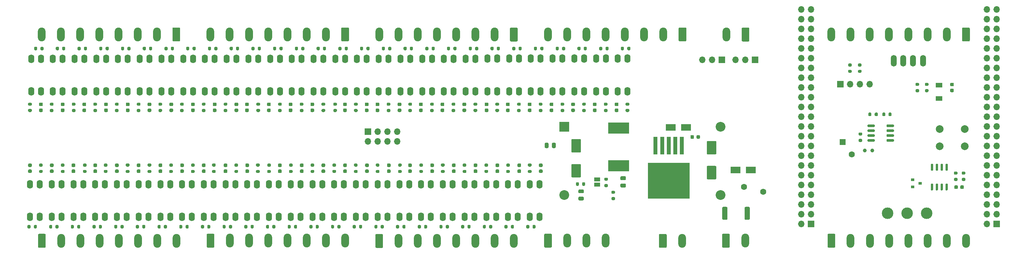
<source format=gbr>
%TF.GenerationSoftware,KiCad,Pcbnew,(5.1.6)-1*%
%TF.CreationDate,2021-11-09T09:23:04+01:00*%
%TF.ProjectId,boneIO_input board_v0.3,626f6e65-494f-45f6-996e-70757420626f,rev?*%
%TF.SameCoordinates,Original*%
%TF.FileFunction,Soldermask,Top*%
%TF.FilePolarity,Negative*%
%FSLAX46Y46*%
G04 Gerber Fmt 4.6, Leading zero omitted, Abs format (unit mm)*
G04 Created by KiCad (PCBNEW (5.1.6)-1) date 2021-11-09 09:23:04*
%MOMM*%
%LPD*%
G01*
G04 APERTURE LIST*
%ADD10R,1.500000X1.000000*%
%ADD11R,1.700000X1.700000*%
%ADD12O,1.700000X1.700000*%
%ADD13O,2.000000X3.600000*%
%ADD14R,2.500000X1.800000*%
%ADD15O,1.600000X2.250000*%
%ADD16C,2.540000*%
%ADD17R,2.540000X2.540000*%
%ADD18C,1.000000*%
%ADD19C,1.600000*%
%ADD20R,1.600000X1.600000*%
%ADD21R,0.900000X0.800000*%
%ADD22C,3.000000*%
%ADD23O,1.500000X3.000000*%
%ADD24C,2.000000*%
%ADD25R,1.700000X1.300000*%
%ADD26R,5.400000X2.900000*%
%ADD27R,1.100000X4.600000*%
%ADD28R,10.800000X9.400000*%
G04 APERTURE END LIST*
D10*
%TO.C,JP1*%
X169230000Y-94210000D03*
X169230000Y-95510000D03*
%TD*%
D11*
%TO.C,J15*%
X273095000Y-105785000D03*
D12*
X270555000Y-105785000D03*
X273095000Y-103245000D03*
X270555000Y-103245000D03*
X273095000Y-100705000D03*
X270555000Y-100705000D03*
X273095000Y-98165000D03*
X270555000Y-98165000D03*
X273095000Y-95625000D03*
X270555000Y-95625000D03*
X273095000Y-93085000D03*
X270555000Y-93085000D03*
X273095000Y-90545000D03*
X270555000Y-90545000D03*
X273095000Y-88005000D03*
X270555000Y-88005000D03*
X273095000Y-85465000D03*
X270555000Y-85465000D03*
X273095000Y-82925000D03*
X270555000Y-82925000D03*
X273095000Y-80385000D03*
X270555000Y-80385000D03*
X273095000Y-77845000D03*
X270555000Y-77845000D03*
X273095000Y-75305000D03*
X270555000Y-75305000D03*
X273095000Y-72765000D03*
X270555000Y-72765000D03*
X273095000Y-70225000D03*
X270555000Y-70225000D03*
X273095000Y-67685000D03*
X270555000Y-67685000D03*
X273095000Y-65145000D03*
X270555000Y-65145000D03*
X273095000Y-62605000D03*
X270555000Y-62605000D03*
X273095000Y-60065000D03*
X270555000Y-60065000D03*
X273095000Y-57525000D03*
X270555000Y-57525000D03*
X273095000Y-54985000D03*
X270555000Y-54985000D03*
X273095000Y-52445000D03*
X270555000Y-52445000D03*
X273095000Y-49905000D03*
X270555000Y-49905000D03*
%TD*%
%TO.C,J16*%
X222295000Y-49910000D03*
X224835000Y-49910000D03*
X222295000Y-52450000D03*
X224835000Y-52450000D03*
X222295000Y-54990000D03*
X224835000Y-54990000D03*
X222295000Y-57530000D03*
X224835000Y-57530000D03*
X222295000Y-60070000D03*
X224835000Y-60070000D03*
X222295000Y-62610000D03*
X224835000Y-62610000D03*
X222295000Y-65150000D03*
X224835000Y-65150000D03*
X222295000Y-67690000D03*
X224835000Y-67690000D03*
X222295000Y-70230000D03*
X224835000Y-70230000D03*
X222295000Y-72770000D03*
X224835000Y-72770000D03*
X222295000Y-75310000D03*
X224835000Y-75310000D03*
X222295000Y-77850000D03*
X224835000Y-77850000D03*
X222295000Y-80390000D03*
X224835000Y-80390000D03*
X222295000Y-82930000D03*
X224835000Y-82930000D03*
X222295000Y-85470000D03*
X224835000Y-85470000D03*
X222295000Y-88010000D03*
X224835000Y-88010000D03*
X222295000Y-90550000D03*
X224835000Y-90550000D03*
X222295000Y-93090000D03*
X224835000Y-93090000D03*
X222295000Y-95630000D03*
X224835000Y-95630000D03*
X222295000Y-98170000D03*
X224835000Y-98170000D03*
X222295000Y-100710000D03*
X224835000Y-100710000D03*
X222295000Y-103250000D03*
X224835000Y-103250000D03*
X222295000Y-105790000D03*
D11*
X224835000Y-105790000D03*
%TD*%
D13*
%TO.C,VDD1*%
X207735000Y-110140000D03*
G36*
G01*
X201735000Y-111690000D02*
X201735000Y-108590000D01*
G75*
G02*
X201985000Y-108340000I250000J0D01*
G01*
X203485000Y-108340000D01*
G75*
G02*
X203735000Y-108590000I0J-250000D01*
G01*
X203735000Y-111690000D01*
G75*
G02*
X203485000Y-111940000I-250000J0D01*
G01*
X201985000Y-111940000D01*
G75*
G02*
X201735000Y-111690000I0J250000D01*
G01*
G37*
%TD*%
D14*
%TO.C,D3*%
X192385000Y-80645000D03*
X188385000Y-80645000D03*
%TD*%
D15*
%TO.C,U35*%
X123470000Y-103950000D03*
X126010000Y-103950000D03*
X126010000Y-95450000D03*
X123470000Y-95450000D03*
%TD*%
D16*
%TO.C,REF\u002A\u002A*%
X201355000Y-98275000D03*
X201355000Y-80495000D03*
X160715000Y-98275000D03*
D17*
X160715000Y-80495000D03*
%TD*%
D15*
%TO.C,U56*%
X92400000Y-62750000D03*
X89860000Y-62750000D03*
X89860000Y-71250000D03*
X92400000Y-71250000D03*
%TD*%
%TO.C,U55*%
X86760000Y-62750000D03*
X84220000Y-62750000D03*
X84220000Y-71250000D03*
X86760000Y-71250000D03*
%TD*%
%TO.C,U54*%
X81110000Y-62750000D03*
X78570000Y-62750000D03*
X78570000Y-71250000D03*
X81110000Y-71250000D03*
%TD*%
%TO.C,U53*%
X151720000Y-103930000D03*
X154260000Y-103930000D03*
X154260000Y-95430000D03*
X151720000Y-95430000D03*
%TD*%
%TO.C,U52*%
X75450000Y-62765000D03*
X72910000Y-62765000D03*
X72910000Y-71265000D03*
X75450000Y-71265000D03*
%TD*%
%TO.C,U51*%
X143250000Y-62735000D03*
X140710000Y-62735000D03*
X140710000Y-71235000D03*
X143250000Y-71235000D03*
%TD*%
%TO.C,U50*%
X120640000Y-62745000D03*
X118100000Y-62745000D03*
X118100000Y-71245000D03*
X120640000Y-71245000D03*
%TD*%
%TO.C,U49*%
X117820000Y-103945000D03*
X120360000Y-103945000D03*
X120360000Y-95445000D03*
X117820000Y-95445000D03*
%TD*%
%TO.C,U48*%
X126295000Y-62740000D03*
X123755000Y-62740000D03*
X123755000Y-71240000D03*
X126295000Y-71240000D03*
%TD*%
%TO.C,U47*%
X131945000Y-62740000D03*
X129405000Y-62740000D03*
X129405000Y-71240000D03*
X131945000Y-71240000D03*
%TD*%
%TO.C,U46*%
X137600000Y-62740000D03*
X135060000Y-62740000D03*
X135060000Y-71240000D03*
X137600000Y-71240000D03*
%TD*%
%TO.C,U45*%
X98050000Y-62750000D03*
X95510000Y-62750000D03*
X95510000Y-71250000D03*
X98050000Y-71250000D03*
%TD*%
%TO.C,U44*%
X160200000Y-62735000D03*
X157660000Y-62735000D03*
X157660000Y-71235000D03*
X160200000Y-71235000D03*
%TD*%
%TO.C,U43*%
X165850000Y-62735000D03*
X163310000Y-62735000D03*
X163310000Y-71235000D03*
X165850000Y-71235000D03*
%TD*%
%TO.C,U42*%
X171500000Y-62735000D03*
X168960000Y-62735000D03*
X168960000Y-71235000D03*
X171500000Y-71235000D03*
%TD*%
%TO.C,U41*%
X177150000Y-62710000D03*
X174610000Y-62710000D03*
X174610000Y-71210000D03*
X177150000Y-71210000D03*
%TD*%
%TO.C,U40*%
X114990000Y-62745000D03*
X112450000Y-62745000D03*
X112450000Y-71245000D03*
X114990000Y-71245000D03*
%TD*%
%TO.C,U39*%
X83920000Y-103945000D03*
X86460000Y-103945000D03*
X86460000Y-95445000D03*
X83920000Y-95445000D03*
%TD*%
%TO.C,U38*%
X109340000Y-62745000D03*
X106800000Y-62745000D03*
X106800000Y-71245000D03*
X109340000Y-71245000D03*
%TD*%
%TO.C,U37*%
X103690000Y-62745000D03*
X101150000Y-62745000D03*
X101150000Y-71245000D03*
X103690000Y-71245000D03*
%TD*%
%TO.C,U34*%
X129120000Y-103940000D03*
X131660000Y-103940000D03*
X131660000Y-95440000D03*
X129120000Y-95440000D03*
%TD*%
%TO.C,U33*%
X134770000Y-103940000D03*
X137310000Y-103940000D03*
X137310000Y-95440000D03*
X134770000Y-95440000D03*
%TD*%
%TO.C,U32*%
X140420000Y-103940000D03*
X142960000Y-103940000D03*
X142960000Y-95440000D03*
X140420000Y-95440000D03*
%TD*%
%TO.C,U31*%
X146070000Y-103930000D03*
X148610000Y-103930000D03*
X148610000Y-95430000D03*
X146070000Y-95430000D03*
%TD*%
%TO.C,U30*%
X95220000Y-103945000D03*
X97760000Y-103945000D03*
X97760000Y-95445000D03*
X95220000Y-95445000D03*
%TD*%
%TO.C,U29*%
X89570000Y-103945000D03*
X92110000Y-103945000D03*
X92110000Y-95445000D03*
X89570000Y-95445000D03*
%TD*%
%TO.C,U28*%
X100870000Y-103945000D03*
X103410000Y-103945000D03*
X103410000Y-95445000D03*
X100870000Y-95445000D03*
%TD*%
%TO.C,U27*%
X106520000Y-103945000D03*
X109060000Y-103945000D03*
X109060000Y-95445000D03*
X106520000Y-95445000D03*
%TD*%
%TO.C,U26*%
X112170000Y-103945000D03*
X114710000Y-103945000D03*
X114710000Y-95445000D03*
X112170000Y-95445000D03*
%TD*%
%TO.C,U25*%
X148900000Y-62735000D03*
X146360000Y-62735000D03*
X146360000Y-71235000D03*
X148900000Y-71235000D03*
%TD*%
%TO.C,U24*%
X154550000Y-62735000D03*
X152010000Y-62735000D03*
X152010000Y-71235000D03*
X154550000Y-71235000D03*
%TD*%
%TO.C,U23*%
X78270000Y-103945000D03*
X80810000Y-103945000D03*
X80810000Y-95445000D03*
X78270000Y-95445000D03*
%TD*%
%TO.C,U22*%
X72620000Y-103945000D03*
X75160000Y-103945000D03*
X75160000Y-95445000D03*
X72620000Y-95445000D03*
%TD*%
%TO.C,U21*%
X66970000Y-103945000D03*
X69510000Y-103945000D03*
X69510000Y-95445000D03*
X66970000Y-95445000D03*
%TD*%
%TO.C,U20*%
X61320000Y-103945000D03*
X63860000Y-103945000D03*
X63860000Y-95445000D03*
X61320000Y-95445000D03*
%TD*%
%TO.C,U19*%
X55670000Y-103945000D03*
X58210000Y-103945000D03*
X58210000Y-95445000D03*
X55670000Y-95445000D03*
%TD*%
%TO.C,U18*%
X50020000Y-103970000D03*
X52560000Y-103970000D03*
X52560000Y-95470000D03*
X50020000Y-95470000D03*
%TD*%
%TO.C,U17*%
X44370000Y-103965000D03*
X46910000Y-103965000D03*
X46910000Y-95465000D03*
X44370000Y-95465000D03*
%TD*%
%TO.C,U16*%
X38720000Y-103965000D03*
X41260000Y-103965000D03*
X41260000Y-95465000D03*
X38720000Y-95465000D03*
%TD*%
%TO.C,U15*%
X33070000Y-103965000D03*
X35610000Y-103965000D03*
X35610000Y-95465000D03*
X33070000Y-95465000D03*
%TD*%
%TO.C,U14*%
X27420000Y-103965000D03*
X29960000Y-103965000D03*
X29960000Y-95465000D03*
X27420000Y-95465000D03*
%TD*%
%TO.C,U13*%
X21770000Y-103965000D03*
X24310000Y-103965000D03*
X24310000Y-95465000D03*
X21770000Y-95465000D03*
%TD*%
%TO.C,U12*%
X24600000Y-62765000D03*
X22060000Y-62765000D03*
X22060000Y-71265000D03*
X24600000Y-71265000D03*
%TD*%
%TO.C,U9*%
X30250000Y-62765000D03*
X27710000Y-62765000D03*
X27710000Y-71265000D03*
X30250000Y-71265000D03*
%TD*%
%TO.C,U8*%
X35900000Y-62765000D03*
X33360000Y-62765000D03*
X33360000Y-71265000D03*
X35900000Y-71265000D03*
%TD*%
%TO.C,U7*%
X41550000Y-62765000D03*
X39010000Y-62765000D03*
X39010000Y-71265000D03*
X41550000Y-71265000D03*
%TD*%
%TO.C,U6*%
X47200000Y-62765000D03*
X44660000Y-62765000D03*
X44660000Y-71265000D03*
X47200000Y-71265000D03*
%TD*%
%TO.C,U5*%
X52850000Y-62765000D03*
X50310000Y-62765000D03*
X50310000Y-71265000D03*
X52850000Y-71265000D03*
%TD*%
%TO.C,U4*%
X58500000Y-62765000D03*
X55960000Y-62765000D03*
X55960000Y-71265000D03*
X58500000Y-71265000D03*
%TD*%
%TO.C,U3*%
X64150000Y-62765000D03*
X61610000Y-62765000D03*
X61610000Y-71265000D03*
X64150000Y-71265000D03*
%TD*%
%TO.C,U2*%
X69800000Y-62765000D03*
X67260000Y-62765000D03*
X67260000Y-71265000D03*
X69800000Y-71265000D03*
%TD*%
%TO.C,R116*%
G36*
G01*
X92125000Y-75835000D02*
X92675000Y-75835000D01*
G75*
G02*
X92875000Y-76035000I0J-200000D01*
G01*
X92875000Y-76435000D01*
G75*
G02*
X92675000Y-76635000I-200000J0D01*
G01*
X92125000Y-76635000D01*
G75*
G02*
X91925000Y-76435000I0J200000D01*
G01*
X91925000Y-76035000D01*
G75*
G02*
X92125000Y-75835000I200000J0D01*
G01*
G37*
G36*
G01*
X92125000Y-74185000D02*
X92675000Y-74185000D01*
G75*
G02*
X92875000Y-74385000I0J-200000D01*
G01*
X92875000Y-74785000D01*
G75*
G02*
X92675000Y-74985000I-200000J0D01*
G01*
X92125000Y-74985000D01*
G75*
G02*
X91925000Y-74785000I0J200000D01*
G01*
X91925000Y-74385000D01*
G75*
G02*
X92125000Y-74185000I200000J0D01*
G01*
G37*
%TD*%
%TO.C,R115*%
G36*
G01*
X86485000Y-75835000D02*
X87035000Y-75835000D01*
G75*
G02*
X87235000Y-76035000I0J-200000D01*
G01*
X87235000Y-76435000D01*
G75*
G02*
X87035000Y-76635000I-200000J0D01*
G01*
X86485000Y-76635000D01*
G75*
G02*
X86285000Y-76435000I0J200000D01*
G01*
X86285000Y-76035000D01*
G75*
G02*
X86485000Y-75835000I200000J0D01*
G01*
G37*
G36*
G01*
X86485000Y-74185000D02*
X87035000Y-74185000D01*
G75*
G02*
X87235000Y-74385000I0J-200000D01*
G01*
X87235000Y-74785000D01*
G75*
G02*
X87035000Y-74985000I-200000J0D01*
G01*
X86485000Y-74985000D01*
G75*
G02*
X86285000Y-74785000I0J200000D01*
G01*
X86285000Y-74385000D01*
G75*
G02*
X86485000Y-74185000I200000J0D01*
G01*
G37*
%TD*%
%TO.C,R114*%
G36*
G01*
X80835000Y-75835000D02*
X81385000Y-75835000D01*
G75*
G02*
X81585000Y-76035000I0J-200000D01*
G01*
X81585000Y-76435000D01*
G75*
G02*
X81385000Y-76635000I-200000J0D01*
G01*
X80835000Y-76635000D01*
G75*
G02*
X80635000Y-76435000I0J200000D01*
G01*
X80635000Y-76035000D01*
G75*
G02*
X80835000Y-75835000I200000J0D01*
G01*
G37*
G36*
G01*
X80835000Y-74185000D02*
X81385000Y-74185000D01*
G75*
G02*
X81585000Y-74385000I0J-200000D01*
G01*
X81585000Y-74785000D01*
G75*
G02*
X81385000Y-74985000I-200000J0D01*
G01*
X80835000Y-74985000D01*
G75*
G02*
X80635000Y-74785000I0J200000D01*
G01*
X80635000Y-74385000D01*
G75*
G02*
X80835000Y-74185000I200000J0D01*
G01*
G37*
%TD*%
%TO.C,R113*%
G36*
G01*
X151995000Y-90855000D02*
X151445000Y-90855000D01*
G75*
G02*
X151245000Y-90655000I0J200000D01*
G01*
X151245000Y-90255000D01*
G75*
G02*
X151445000Y-90055000I200000J0D01*
G01*
X151995000Y-90055000D01*
G75*
G02*
X152195000Y-90255000I0J-200000D01*
G01*
X152195000Y-90655000D01*
G75*
G02*
X151995000Y-90855000I-200000J0D01*
G01*
G37*
G36*
G01*
X151995000Y-92505000D02*
X151445000Y-92505000D01*
G75*
G02*
X151245000Y-92305000I0J200000D01*
G01*
X151245000Y-91905000D01*
G75*
G02*
X151445000Y-91705000I200000J0D01*
G01*
X151995000Y-91705000D01*
G75*
G02*
X152195000Y-91905000I0J-200000D01*
G01*
X152195000Y-92305000D01*
G75*
G02*
X151995000Y-92505000I-200000J0D01*
G01*
G37*
%TD*%
%TO.C,R112*%
G36*
G01*
X91452772Y-59810000D02*
X91452772Y-60360000D01*
G75*
G02*
X91252772Y-60560000I-200000J0D01*
G01*
X90852772Y-60560000D01*
G75*
G02*
X90652772Y-60360000I0J200000D01*
G01*
X90652772Y-59810000D01*
G75*
G02*
X90852772Y-59610000I200000J0D01*
G01*
X91252772Y-59610000D01*
G75*
G02*
X91452772Y-59810000I0J-200000D01*
G01*
G37*
G36*
G01*
X93102772Y-59810000D02*
X93102772Y-60360000D01*
G75*
G02*
X92902772Y-60560000I-200000J0D01*
G01*
X92502772Y-60560000D01*
G75*
G02*
X92302772Y-60360000I0J200000D01*
G01*
X92302772Y-59810000D01*
G75*
G02*
X92502772Y-59610000I200000J0D01*
G01*
X92902772Y-59610000D01*
G75*
G02*
X93102772Y-59810000I0J-200000D01*
G01*
G37*
%TD*%
%TO.C,R111*%
G36*
G01*
X85801291Y-59810000D02*
X85801291Y-60360000D01*
G75*
G02*
X85601291Y-60560000I-200000J0D01*
G01*
X85201291Y-60560000D01*
G75*
G02*
X85001291Y-60360000I0J200000D01*
G01*
X85001291Y-59810000D01*
G75*
G02*
X85201291Y-59610000I200000J0D01*
G01*
X85601291Y-59610000D01*
G75*
G02*
X85801291Y-59810000I0J-200000D01*
G01*
G37*
G36*
G01*
X87451291Y-59810000D02*
X87451291Y-60360000D01*
G75*
G02*
X87251291Y-60560000I-200000J0D01*
G01*
X86851291Y-60560000D01*
G75*
G02*
X86651291Y-60360000I0J200000D01*
G01*
X86651291Y-59810000D01*
G75*
G02*
X86851291Y-59610000I200000J0D01*
G01*
X87251291Y-59610000D01*
G75*
G02*
X87451291Y-59810000I0J-200000D01*
G01*
G37*
%TD*%
%TO.C,R110*%
G36*
G01*
X80149810Y-59810000D02*
X80149810Y-60360000D01*
G75*
G02*
X79949810Y-60560000I-200000J0D01*
G01*
X79549810Y-60560000D01*
G75*
G02*
X79349810Y-60360000I0J200000D01*
G01*
X79349810Y-59810000D01*
G75*
G02*
X79549810Y-59610000I200000J0D01*
G01*
X79949810Y-59610000D01*
G75*
G02*
X80149810Y-59810000I0J-200000D01*
G01*
G37*
G36*
G01*
X81799810Y-59810000D02*
X81799810Y-60360000D01*
G75*
G02*
X81599810Y-60560000I-200000J0D01*
G01*
X81199810Y-60560000D01*
G75*
G02*
X80999810Y-60360000I0J200000D01*
G01*
X80999810Y-59810000D01*
G75*
G02*
X81199810Y-59610000I200000J0D01*
G01*
X81599810Y-59610000D01*
G75*
G02*
X81799810Y-59810000I0J-200000D01*
G01*
G37*
%TD*%
%TO.C,R109*%
G36*
G01*
X152445000Y-106780000D02*
X152445000Y-106230000D01*
G75*
G02*
X152645000Y-106030000I200000J0D01*
G01*
X153045000Y-106030000D01*
G75*
G02*
X153245000Y-106230000I0J-200000D01*
G01*
X153245000Y-106780000D01*
G75*
G02*
X153045000Y-106980000I-200000J0D01*
G01*
X152645000Y-106980000D01*
G75*
G02*
X152445000Y-106780000I0J200000D01*
G01*
G37*
G36*
G01*
X150795000Y-106780000D02*
X150795000Y-106230000D01*
G75*
G02*
X150995000Y-106030000I200000J0D01*
G01*
X151395000Y-106030000D01*
G75*
G02*
X151595000Y-106230000I0J-200000D01*
G01*
X151595000Y-106780000D01*
G75*
G02*
X151395000Y-106980000I-200000J0D01*
G01*
X150995000Y-106980000D01*
G75*
G02*
X150795000Y-106780000I0J200000D01*
G01*
G37*
%TD*%
%TO.C,R108*%
G36*
G01*
X72335000Y-75835000D02*
X72885000Y-75835000D01*
G75*
G02*
X73085000Y-76035000I0J-200000D01*
G01*
X73085000Y-76435000D01*
G75*
G02*
X72885000Y-76635000I-200000J0D01*
G01*
X72335000Y-76635000D01*
G75*
G02*
X72135000Y-76435000I0J200000D01*
G01*
X72135000Y-76035000D01*
G75*
G02*
X72335000Y-75835000I200000J0D01*
G01*
G37*
G36*
G01*
X72335000Y-74185000D02*
X72885000Y-74185000D01*
G75*
G02*
X73085000Y-74385000I0J-200000D01*
G01*
X73085000Y-74785000D01*
G75*
G02*
X72885000Y-74985000I-200000J0D01*
G01*
X72335000Y-74985000D01*
G75*
G02*
X72135000Y-74785000I0J200000D01*
G01*
X72135000Y-74385000D01*
G75*
G02*
X72335000Y-74185000I200000J0D01*
G01*
G37*
%TD*%
%TO.C,R107*%
G36*
G01*
X142975000Y-75835000D02*
X143525000Y-75835000D01*
G75*
G02*
X143725000Y-76035000I0J-200000D01*
G01*
X143725000Y-76435000D01*
G75*
G02*
X143525000Y-76635000I-200000J0D01*
G01*
X142975000Y-76635000D01*
G75*
G02*
X142775000Y-76435000I0J200000D01*
G01*
X142775000Y-76035000D01*
G75*
G02*
X142975000Y-75835000I200000J0D01*
G01*
G37*
G36*
G01*
X142975000Y-74185000D02*
X143525000Y-74185000D01*
G75*
G02*
X143725000Y-74385000I0J-200000D01*
G01*
X143725000Y-74785000D01*
G75*
G02*
X143525000Y-74985000I-200000J0D01*
G01*
X142975000Y-74985000D01*
G75*
G02*
X142775000Y-74785000I0J200000D01*
G01*
X142775000Y-74385000D01*
G75*
G02*
X142975000Y-74185000I200000J0D01*
G01*
G37*
%TD*%
%TO.C,R106*%
G36*
G01*
X120355000Y-75835000D02*
X120905000Y-75835000D01*
G75*
G02*
X121105000Y-76035000I0J-200000D01*
G01*
X121105000Y-76435000D01*
G75*
G02*
X120905000Y-76635000I-200000J0D01*
G01*
X120355000Y-76635000D01*
G75*
G02*
X120155000Y-76435000I0J200000D01*
G01*
X120155000Y-76035000D01*
G75*
G02*
X120355000Y-75835000I200000J0D01*
G01*
G37*
G36*
G01*
X120355000Y-74185000D02*
X120905000Y-74185000D01*
G75*
G02*
X121105000Y-74385000I0J-200000D01*
G01*
X121105000Y-74785000D01*
G75*
G02*
X120905000Y-74985000I-200000J0D01*
G01*
X120355000Y-74985000D01*
G75*
G02*
X120155000Y-74785000I0J200000D01*
G01*
X120155000Y-74385000D01*
G75*
G02*
X120355000Y-74185000I200000J0D01*
G01*
G37*
%TD*%
%TO.C,R105*%
G36*
G01*
X118225000Y-90855000D02*
X117675000Y-90855000D01*
G75*
G02*
X117475000Y-90655000I0J200000D01*
G01*
X117475000Y-90255000D01*
G75*
G02*
X117675000Y-90055000I200000J0D01*
G01*
X118225000Y-90055000D01*
G75*
G02*
X118425000Y-90255000I0J-200000D01*
G01*
X118425000Y-90655000D01*
G75*
G02*
X118225000Y-90855000I-200000J0D01*
G01*
G37*
G36*
G01*
X118225000Y-92505000D02*
X117675000Y-92505000D01*
G75*
G02*
X117475000Y-92305000I0J200000D01*
G01*
X117475000Y-91905000D01*
G75*
G02*
X117675000Y-91705000I200000J0D01*
G01*
X118225000Y-91705000D01*
G75*
G02*
X118425000Y-91905000I0J-200000D01*
G01*
X118425000Y-92305000D01*
G75*
G02*
X118225000Y-92505000I-200000J0D01*
G01*
G37*
%TD*%
%TO.C,R104*%
G36*
G01*
X126020000Y-75835000D02*
X126570000Y-75835000D01*
G75*
G02*
X126770000Y-76035000I0J-200000D01*
G01*
X126770000Y-76435000D01*
G75*
G02*
X126570000Y-76635000I-200000J0D01*
G01*
X126020000Y-76635000D01*
G75*
G02*
X125820000Y-76435000I0J200000D01*
G01*
X125820000Y-76035000D01*
G75*
G02*
X126020000Y-75835000I200000J0D01*
G01*
G37*
G36*
G01*
X126020000Y-74185000D02*
X126570000Y-74185000D01*
G75*
G02*
X126770000Y-74385000I0J-200000D01*
G01*
X126770000Y-74785000D01*
G75*
G02*
X126570000Y-74985000I-200000J0D01*
G01*
X126020000Y-74985000D01*
G75*
G02*
X125820000Y-74785000I0J200000D01*
G01*
X125820000Y-74385000D01*
G75*
G02*
X126020000Y-74185000I200000J0D01*
G01*
G37*
%TD*%
%TO.C,R103*%
G36*
G01*
X131620000Y-75835000D02*
X132170000Y-75835000D01*
G75*
G02*
X132370000Y-76035000I0J-200000D01*
G01*
X132370000Y-76435000D01*
G75*
G02*
X132170000Y-76635000I-200000J0D01*
G01*
X131620000Y-76635000D01*
G75*
G02*
X131420000Y-76435000I0J200000D01*
G01*
X131420000Y-76035000D01*
G75*
G02*
X131620000Y-75835000I200000J0D01*
G01*
G37*
G36*
G01*
X131620000Y-74185000D02*
X132170000Y-74185000D01*
G75*
G02*
X132370000Y-74385000I0J-200000D01*
G01*
X132370000Y-74785000D01*
G75*
G02*
X132170000Y-74985000I-200000J0D01*
G01*
X131620000Y-74985000D01*
G75*
G02*
X131420000Y-74785000I0J200000D01*
G01*
X131420000Y-74385000D01*
G75*
G02*
X131620000Y-74185000I200000J0D01*
G01*
G37*
%TD*%
%TO.C,R102*%
G36*
G01*
X137305000Y-75835000D02*
X137855000Y-75835000D01*
G75*
G02*
X138055000Y-76035000I0J-200000D01*
G01*
X138055000Y-76435000D01*
G75*
G02*
X137855000Y-76635000I-200000J0D01*
G01*
X137305000Y-76635000D01*
G75*
G02*
X137105000Y-76435000I0J200000D01*
G01*
X137105000Y-76035000D01*
G75*
G02*
X137305000Y-75835000I200000J0D01*
G01*
G37*
G36*
G01*
X137305000Y-74185000D02*
X137855000Y-74185000D01*
G75*
G02*
X138055000Y-74385000I0J-200000D01*
G01*
X138055000Y-74785000D01*
G75*
G02*
X137855000Y-74985000I-200000J0D01*
G01*
X137305000Y-74985000D01*
G75*
G02*
X137105000Y-74785000I0J200000D01*
G01*
X137105000Y-74385000D01*
G75*
G02*
X137305000Y-74185000I200000J0D01*
G01*
G37*
%TD*%
%TO.C,R101*%
G36*
G01*
X97775000Y-75835000D02*
X98325000Y-75835000D01*
G75*
G02*
X98525000Y-76035000I0J-200000D01*
G01*
X98525000Y-76435000D01*
G75*
G02*
X98325000Y-76635000I-200000J0D01*
G01*
X97775000Y-76635000D01*
G75*
G02*
X97575000Y-76435000I0J200000D01*
G01*
X97575000Y-76035000D01*
G75*
G02*
X97775000Y-75835000I200000J0D01*
G01*
G37*
G36*
G01*
X97775000Y-74185000D02*
X98325000Y-74185000D01*
G75*
G02*
X98525000Y-74385000I0J-200000D01*
G01*
X98525000Y-74785000D01*
G75*
G02*
X98325000Y-74985000I-200000J0D01*
G01*
X97775000Y-74985000D01*
G75*
G02*
X97575000Y-74785000I0J200000D01*
G01*
X97575000Y-74385000D01*
G75*
G02*
X97775000Y-74185000I200000J0D01*
G01*
G37*
%TD*%
%TO.C,R100*%
G36*
G01*
X74498329Y-59810000D02*
X74498329Y-60360000D01*
G75*
G02*
X74298329Y-60560000I-200000J0D01*
G01*
X73898329Y-60560000D01*
G75*
G02*
X73698329Y-60360000I0J200000D01*
G01*
X73698329Y-59810000D01*
G75*
G02*
X73898329Y-59610000I200000J0D01*
G01*
X74298329Y-59610000D01*
G75*
G02*
X74498329Y-59810000I0J-200000D01*
G01*
G37*
G36*
G01*
X76148329Y-59810000D02*
X76148329Y-60360000D01*
G75*
G02*
X75948329Y-60560000I-200000J0D01*
G01*
X75548329Y-60560000D01*
G75*
G02*
X75348329Y-60360000I0J200000D01*
G01*
X75348329Y-59810000D01*
G75*
G02*
X75548329Y-59610000I200000J0D01*
G01*
X75948329Y-59610000D01*
G75*
G02*
X76148329Y-59810000I0J-200000D01*
G01*
G37*
%TD*%
%TO.C,R99*%
G36*
G01*
X142316101Y-59810000D02*
X142316101Y-60360000D01*
G75*
G02*
X142116101Y-60560000I-200000J0D01*
G01*
X141716101Y-60560000D01*
G75*
G02*
X141516101Y-60360000I0J200000D01*
G01*
X141516101Y-59810000D01*
G75*
G02*
X141716101Y-59610000I200000J0D01*
G01*
X142116101Y-59610000D01*
G75*
G02*
X142316101Y-59810000I0J-200000D01*
G01*
G37*
G36*
G01*
X143966101Y-59810000D02*
X143966101Y-60360000D01*
G75*
G02*
X143766101Y-60560000I-200000J0D01*
G01*
X143366101Y-60560000D01*
G75*
G02*
X143166101Y-60360000I0J200000D01*
G01*
X143166101Y-59810000D01*
G75*
G02*
X143366101Y-59610000I200000J0D01*
G01*
X143766101Y-59610000D01*
G75*
G02*
X143966101Y-59810000I0J-200000D01*
G01*
G37*
%TD*%
%TO.C,R98*%
G36*
G01*
X119710177Y-59810000D02*
X119710177Y-60360000D01*
G75*
G02*
X119510177Y-60560000I-200000J0D01*
G01*
X119110177Y-60560000D01*
G75*
G02*
X118910177Y-60360000I0J200000D01*
G01*
X118910177Y-59810000D01*
G75*
G02*
X119110177Y-59610000I200000J0D01*
G01*
X119510177Y-59610000D01*
G75*
G02*
X119710177Y-59810000I0J-200000D01*
G01*
G37*
G36*
G01*
X121360177Y-59810000D02*
X121360177Y-60360000D01*
G75*
G02*
X121160177Y-60560000I-200000J0D01*
G01*
X120760177Y-60560000D01*
G75*
G02*
X120560177Y-60360000I0J200000D01*
G01*
X120560177Y-59810000D01*
G75*
G02*
X120760177Y-59610000I200000J0D01*
G01*
X121160177Y-59610000D01*
G75*
G02*
X121360177Y-59810000I0J-200000D01*
G01*
G37*
%TD*%
%TO.C,R97*%
G36*
G01*
X118614126Y-106780000D02*
X118614126Y-106230000D01*
G75*
G02*
X118814126Y-106030000I200000J0D01*
G01*
X119214126Y-106030000D01*
G75*
G02*
X119414126Y-106230000I0J-200000D01*
G01*
X119414126Y-106780000D01*
G75*
G02*
X119214126Y-106980000I-200000J0D01*
G01*
X118814126Y-106980000D01*
G75*
G02*
X118614126Y-106780000I0J200000D01*
G01*
G37*
G36*
G01*
X116964126Y-106780000D02*
X116964126Y-106230000D01*
G75*
G02*
X117164126Y-106030000I200000J0D01*
G01*
X117564126Y-106030000D01*
G75*
G02*
X117764126Y-106230000I0J-200000D01*
G01*
X117764126Y-106780000D01*
G75*
G02*
X117564126Y-106980000I-200000J0D01*
G01*
X117164126Y-106980000D01*
G75*
G02*
X116964126Y-106780000I0J200000D01*
G01*
G37*
%TD*%
%TO.C,R96*%
G36*
G01*
X125361658Y-59810000D02*
X125361658Y-60360000D01*
G75*
G02*
X125161658Y-60560000I-200000J0D01*
G01*
X124761658Y-60560000D01*
G75*
G02*
X124561658Y-60360000I0J200000D01*
G01*
X124561658Y-59810000D01*
G75*
G02*
X124761658Y-59610000I200000J0D01*
G01*
X125161658Y-59610000D01*
G75*
G02*
X125361658Y-59810000I0J-200000D01*
G01*
G37*
G36*
G01*
X127011658Y-59810000D02*
X127011658Y-60360000D01*
G75*
G02*
X126811658Y-60560000I-200000J0D01*
G01*
X126411658Y-60560000D01*
G75*
G02*
X126211658Y-60360000I0J200000D01*
G01*
X126211658Y-59810000D01*
G75*
G02*
X126411658Y-59610000I200000J0D01*
G01*
X126811658Y-59610000D01*
G75*
G02*
X127011658Y-59810000I0J-200000D01*
G01*
G37*
%TD*%
%TO.C,R95*%
G36*
G01*
X131013139Y-59810000D02*
X131013139Y-60360000D01*
G75*
G02*
X130813139Y-60560000I-200000J0D01*
G01*
X130413139Y-60560000D01*
G75*
G02*
X130213139Y-60360000I0J200000D01*
G01*
X130213139Y-59810000D01*
G75*
G02*
X130413139Y-59610000I200000J0D01*
G01*
X130813139Y-59610000D01*
G75*
G02*
X131013139Y-59810000I0J-200000D01*
G01*
G37*
G36*
G01*
X132663139Y-59810000D02*
X132663139Y-60360000D01*
G75*
G02*
X132463139Y-60560000I-200000J0D01*
G01*
X132063139Y-60560000D01*
G75*
G02*
X131863139Y-60360000I0J200000D01*
G01*
X131863139Y-59810000D01*
G75*
G02*
X132063139Y-59610000I200000J0D01*
G01*
X132463139Y-59610000D01*
G75*
G02*
X132663139Y-59810000I0J-200000D01*
G01*
G37*
%TD*%
%TO.C,R94*%
G36*
G01*
X136664620Y-59810000D02*
X136664620Y-60360000D01*
G75*
G02*
X136464620Y-60560000I-200000J0D01*
G01*
X136064620Y-60560000D01*
G75*
G02*
X135864620Y-60360000I0J200000D01*
G01*
X135864620Y-59810000D01*
G75*
G02*
X136064620Y-59610000I200000J0D01*
G01*
X136464620Y-59610000D01*
G75*
G02*
X136664620Y-59810000I0J-200000D01*
G01*
G37*
G36*
G01*
X138314620Y-59810000D02*
X138314620Y-60360000D01*
G75*
G02*
X138114620Y-60560000I-200000J0D01*
G01*
X137714620Y-60560000D01*
G75*
G02*
X137514620Y-60360000I0J200000D01*
G01*
X137514620Y-59810000D01*
G75*
G02*
X137714620Y-59610000I200000J0D01*
G01*
X138114620Y-59610000D01*
G75*
G02*
X138314620Y-59810000I0J-200000D01*
G01*
G37*
%TD*%
%TO.C,R93*%
G36*
G01*
X97104253Y-59810000D02*
X97104253Y-60360000D01*
G75*
G02*
X96904253Y-60560000I-200000J0D01*
G01*
X96504253Y-60560000D01*
G75*
G02*
X96304253Y-60360000I0J200000D01*
G01*
X96304253Y-59810000D01*
G75*
G02*
X96504253Y-59610000I200000J0D01*
G01*
X96904253Y-59610000D01*
G75*
G02*
X97104253Y-59810000I0J-200000D01*
G01*
G37*
G36*
G01*
X98754253Y-59810000D02*
X98754253Y-60360000D01*
G75*
G02*
X98554253Y-60560000I-200000J0D01*
G01*
X98154253Y-60560000D01*
G75*
G02*
X97954253Y-60360000I0J200000D01*
G01*
X97954253Y-59810000D01*
G75*
G02*
X98154253Y-59610000I200000J0D01*
G01*
X98554253Y-59610000D01*
G75*
G02*
X98754253Y-59810000I0J-200000D01*
G01*
G37*
%TD*%
%TO.C,R92*%
G36*
G01*
X159925000Y-75835000D02*
X160475000Y-75835000D01*
G75*
G02*
X160675000Y-76035000I0J-200000D01*
G01*
X160675000Y-76435000D01*
G75*
G02*
X160475000Y-76635000I-200000J0D01*
G01*
X159925000Y-76635000D01*
G75*
G02*
X159725000Y-76435000I0J200000D01*
G01*
X159725000Y-76035000D01*
G75*
G02*
X159925000Y-75835000I200000J0D01*
G01*
G37*
G36*
G01*
X159925000Y-74185000D02*
X160475000Y-74185000D01*
G75*
G02*
X160675000Y-74385000I0J-200000D01*
G01*
X160675000Y-74785000D01*
G75*
G02*
X160475000Y-74985000I-200000J0D01*
G01*
X159925000Y-74985000D01*
G75*
G02*
X159725000Y-74785000I0J200000D01*
G01*
X159725000Y-74385000D01*
G75*
G02*
X159925000Y-74185000I200000J0D01*
G01*
G37*
%TD*%
%TO.C,R91*%
G36*
G01*
X165550000Y-75835000D02*
X166100000Y-75835000D01*
G75*
G02*
X166300000Y-76035000I0J-200000D01*
G01*
X166300000Y-76435000D01*
G75*
G02*
X166100000Y-76635000I-200000J0D01*
G01*
X165550000Y-76635000D01*
G75*
G02*
X165350000Y-76435000I0J200000D01*
G01*
X165350000Y-76035000D01*
G75*
G02*
X165550000Y-75835000I200000J0D01*
G01*
G37*
G36*
G01*
X165550000Y-74185000D02*
X166100000Y-74185000D01*
G75*
G02*
X166300000Y-74385000I0J-200000D01*
G01*
X166300000Y-74785000D01*
G75*
G02*
X166100000Y-74985000I-200000J0D01*
G01*
X165550000Y-74985000D01*
G75*
G02*
X165350000Y-74785000I0J200000D01*
G01*
X165350000Y-74385000D01*
G75*
G02*
X165550000Y-74185000I200000J0D01*
G01*
G37*
%TD*%
%TO.C,R90*%
G36*
G01*
X171200000Y-75835000D02*
X171750000Y-75835000D01*
G75*
G02*
X171950000Y-76035000I0J-200000D01*
G01*
X171950000Y-76435000D01*
G75*
G02*
X171750000Y-76635000I-200000J0D01*
G01*
X171200000Y-76635000D01*
G75*
G02*
X171000000Y-76435000I0J200000D01*
G01*
X171000000Y-76035000D01*
G75*
G02*
X171200000Y-75835000I200000J0D01*
G01*
G37*
G36*
G01*
X171200000Y-74185000D02*
X171750000Y-74185000D01*
G75*
G02*
X171950000Y-74385000I0J-200000D01*
G01*
X171950000Y-74785000D01*
G75*
G02*
X171750000Y-74985000I-200000J0D01*
G01*
X171200000Y-74985000D01*
G75*
G02*
X171000000Y-74785000I0J200000D01*
G01*
X171000000Y-74385000D01*
G75*
G02*
X171200000Y-74185000I200000J0D01*
G01*
G37*
%TD*%
%TO.C,R89*%
G36*
G01*
X176850000Y-75835000D02*
X177400000Y-75835000D01*
G75*
G02*
X177600000Y-76035000I0J-200000D01*
G01*
X177600000Y-76435000D01*
G75*
G02*
X177400000Y-76635000I-200000J0D01*
G01*
X176850000Y-76635000D01*
G75*
G02*
X176650000Y-76435000I0J200000D01*
G01*
X176650000Y-76035000D01*
G75*
G02*
X176850000Y-75835000I200000J0D01*
G01*
G37*
G36*
G01*
X176850000Y-74185000D02*
X177400000Y-74185000D01*
G75*
G02*
X177600000Y-74385000I0J-200000D01*
G01*
X177600000Y-74785000D01*
G75*
G02*
X177400000Y-74985000I-200000J0D01*
G01*
X176850000Y-74985000D01*
G75*
G02*
X176650000Y-74785000I0J200000D01*
G01*
X176650000Y-74385000D01*
G75*
G02*
X176850000Y-74185000I200000J0D01*
G01*
G37*
%TD*%
%TO.C,R88*%
G36*
G01*
X114725000Y-75835000D02*
X115275000Y-75835000D01*
G75*
G02*
X115475000Y-76035000I0J-200000D01*
G01*
X115475000Y-76435000D01*
G75*
G02*
X115275000Y-76635000I-200000J0D01*
G01*
X114725000Y-76635000D01*
G75*
G02*
X114525000Y-76435000I0J200000D01*
G01*
X114525000Y-76035000D01*
G75*
G02*
X114725000Y-75835000I200000J0D01*
G01*
G37*
G36*
G01*
X114725000Y-74185000D02*
X115275000Y-74185000D01*
G75*
G02*
X115475000Y-74385000I0J-200000D01*
G01*
X115475000Y-74785000D01*
G75*
G02*
X115275000Y-74985000I-200000J0D01*
G01*
X114725000Y-74985000D01*
G75*
G02*
X114525000Y-74785000I0J200000D01*
G01*
X114525000Y-74385000D01*
G75*
G02*
X114725000Y-74185000I200000J0D01*
G01*
G37*
%TD*%
%TO.C,R87*%
G36*
G01*
X84195000Y-90855000D02*
X83645000Y-90855000D01*
G75*
G02*
X83445000Y-90655000I0J200000D01*
G01*
X83445000Y-90255000D01*
G75*
G02*
X83645000Y-90055000I200000J0D01*
G01*
X84195000Y-90055000D01*
G75*
G02*
X84395000Y-90255000I0J-200000D01*
G01*
X84395000Y-90655000D01*
G75*
G02*
X84195000Y-90855000I-200000J0D01*
G01*
G37*
G36*
G01*
X84195000Y-92505000D02*
X83645000Y-92505000D01*
G75*
G02*
X83445000Y-92305000I0J200000D01*
G01*
X83445000Y-91905000D01*
G75*
G02*
X83645000Y-91705000I200000J0D01*
G01*
X84195000Y-91705000D01*
G75*
G02*
X84395000Y-91905000I0J-200000D01*
G01*
X84395000Y-92305000D01*
G75*
G02*
X84195000Y-92505000I-200000J0D01*
G01*
G37*
%TD*%
%TO.C,R86*%
G36*
G01*
X106225000Y-75835000D02*
X106775000Y-75835000D01*
G75*
G02*
X106975000Y-76035000I0J-200000D01*
G01*
X106975000Y-76435000D01*
G75*
G02*
X106775000Y-76635000I-200000J0D01*
G01*
X106225000Y-76635000D01*
G75*
G02*
X106025000Y-76435000I0J200000D01*
G01*
X106025000Y-76035000D01*
G75*
G02*
X106225000Y-75835000I200000J0D01*
G01*
G37*
G36*
G01*
X106225000Y-74185000D02*
X106775000Y-74185000D01*
G75*
G02*
X106975000Y-74385000I0J-200000D01*
G01*
X106975000Y-74785000D01*
G75*
G02*
X106775000Y-74985000I-200000J0D01*
G01*
X106225000Y-74985000D01*
G75*
G02*
X106025000Y-74785000I0J200000D01*
G01*
X106025000Y-74385000D01*
G75*
G02*
X106225000Y-74185000I200000J0D01*
G01*
G37*
%TD*%
%TO.C,R85*%
G36*
G01*
X100825000Y-75835000D02*
X101375000Y-75835000D01*
G75*
G02*
X101575000Y-76035000I0J-200000D01*
G01*
X101575000Y-76435000D01*
G75*
G02*
X101375000Y-76635000I-200000J0D01*
G01*
X100825000Y-76635000D01*
G75*
G02*
X100625000Y-76435000I0J200000D01*
G01*
X100625000Y-76035000D01*
G75*
G02*
X100825000Y-75835000I200000J0D01*
G01*
G37*
G36*
G01*
X100825000Y-74185000D02*
X101375000Y-74185000D01*
G75*
G02*
X101575000Y-74385000I0J-200000D01*
G01*
X101575000Y-74785000D01*
G75*
G02*
X101375000Y-74985000I-200000J0D01*
G01*
X100825000Y-74985000D01*
G75*
G02*
X100625000Y-74785000I0J200000D01*
G01*
X100625000Y-74385000D01*
G75*
G02*
X100825000Y-74185000I200000J0D01*
G01*
G37*
%TD*%
%TO.C,R84*%
G36*
G01*
X159270544Y-59810000D02*
X159270544Y-60360000D01*
G75*
G02*
X159070544Y-60560000I-200000J0D01*
G01*
X158670544Y-60560000D01*
G75*
G02*
X158470544Y-60360000I0J200000D01*
G01*
X158470544Y-59810000D01*
G75*
G02*
X158670544Y-59610000I200000J0D01*
G01*
X159070544Y-59610000D01*
G75*
G02*
X159270544Y-59810000I0J-200000D01*
G01*
G37*
G36*
G01*
X160920544Y-59810000D02*
X160920544Y-60360000D01*
G75*
G02*
X160720544Y-60560000I-200000J0D01*
G01*
X160320544Y-60560000D01*
G75*
G02*
X160120544Y-60360000I0J200000D01*
G01*
X160120544Y-59810000D01*
G75*
G02*
X160320544Y-59610000I200000J0D01*
G01*
X160720544Y-59610000D01*
G75*
G02*
X160920544Y-59810000I0J-200000D01*
G01*
G37*
%TD*%
%TO.C,R83*%
G36*
G01*
X164922025Y-59810000D02*
X164922025Y-60360000D01*
G75*
G02*
X164722025Y-60560000I-200000J0D01*
G01*
X164322025Y-60560000D01*
G75*
G02*
X164122025Y-60360000I0J200000D01*
G01*
X164122025Y-59810000D01*
G75*
G02*
X164322025Y-59610000I200000J0D01*
G01*
X164722025Y-59610000D01*
G75*
G02*
X164922025Y-59810000I0J-200000D01*
G01*
G37*
G36*
G01*
X166572025Y-59810000D02*
X166572025Y-60360000D01*
G75*
G02*
X166372025Y-60560000I-200000J0D01*
G01*
X165972025Y-60560000D01*
G75*
G02*
X165772025Y-60360000I0J200000D01*
G01*
X165772025Y-59810000D01*
G75*
G02*
X165972025Y-59610000I200000J0D01*
G01*
X166372025Y-59610000D01*
G75*
G02*
X166572025Y-59810000I0J-200000D01*
G01*
G37*
%TD*%
%TO.C,R82*%
G36*
G01*
X170573506Y-59810000D02*
X170573506Y-60360000D01*
G75*
G02*
X170373506Y-60560000I-200000J0D01*
G01*
X169973506Y-60560000D01*
G75*
G02*
X169773506Y-60360000I0J200000D01*
G01*
X169773506Y-59810000D01*
G75*
G02*
X169973506Y-59610000I200000J0D01*
G01*
X170373506Y-59610000D01*
G75*
G02*
X170573506Y-59810000I0J-200000D01*
G01*
G37*
G36*
G01*
X172223506Y-59810000D02*
X172223506Y-60360000D01*
G75*
G02*
X172023506Y-60560000I-200000J0D01*
G01*
X171623506Y-60560000D01*
G75*
G02*
X171423506Y-60360000I0J200000D01*
G01*
X171423506Y-59810000D01*
G75*
G02*
X171623506Y-59610000I200000J0D01*
G01*
X172023506Y-59610000D01*
G75*
G02*
X172223506Y-59810000I0J-200000D01*
G01*
G37*
%TD*%
%TO.C,R81*%
G36*
G01*
X176225000Y-59810000D02*
X176225000Y-60360000D01*
G75*
G02*
X176025000Y-60560000I-200000J0D01*
G01*
X175625000Y-60560000D01*
G75*
G02*
X175425000Y-60360000I0J200000D01*
G01*
X175425000Y-59810000D01*
G75*
G02*
X175625000Y-59610000I200000J0D01*
G01*
X176025000Y-59610000D01*
G75*
G02*
X176225000Y-59810000I0J-200000D01*
G01*
G37*
G36*
G01*
X177875000Y-59810000D02*
X177875000Y-60360000D01*
G75*
G02*
X177675000Y-60560000I-200000J0D01*
G01*
X177275000Y-60560000D01*
G75*
G02*
X177075000Y-60360000I0J200000D01*
G01*
X177075000Y-59810000D01*
G75*
G02*
X177275000Y-59610000I200000J0D01*
G01*
X177675000Y-59610000D01*
G75*
G02*
X177875000Y-59810000I0J-200000D01*
G01*
G37*
%TD*%
%TO.C,R80*%
G36*
G01*
X114058696Y-59810000D02*
X114058696Y-60360000D01*
G75*
G02*
X113858696Y-60560000I-200000J0D01*
G01*
X113458696Y-60560000D01*
G75*
G02*
X113258696Y-60360000I0J200000D01*
G01*
X113258696Y-59810000D01*
G75*
G02*
X113458696Y-59610000I200000J0D01*
G01*
X113858696Y-59610000D01*
G75*
G02*
X114058696Y-59810000I0J-200000D01*
G01*
G37*
G36*
G01*
X115708696Y-59810000D02*
X115708696Y-60360000D01*
G75*
G02*
X115508696Y-60560000I-200000J0D01*
G01*
X115108696Y-60560000D01*
G75*
G02*
X114908696Y-60360000I0J200000D01*
G01*
X114908696Y-59810000D01*
G75*
G02*
X115108696Y-59610000I200000J0D01*
G01*
X115508696Y-59610000D01*
G75*
G02*
X115708696Y-59810000I0J-200000D01*
G01*
G37*
%TD*%
%TO.C,R79*%
G36*
G01*
X84783258Y-106780000D02*
X84783258Y-106230000D01*
G75*
G02*
X84983258Y-106030000I200000J0D01*
G01*
X85383258Y-106030000D01*
G75*
G02*
X85583258Y-106230000I0J-200000D01*
G01*
X85583258Y-106780000D01*
G75*
G02*
X85383258Y-106980000I-200000J0D01*
G01*
X84983258Y-106980000D01*
G75*
G02*
X84783258Y-106780000I0J200000D01*
G01*
G37*
G36*
G01*
X83133258Y-106780000D02*
X83133258Y-106230000D01*
G75*
G02*
X83333258Y-106030000I200000J0D01*
G01*
X83733258Y-106030000D01*
G75*
G02*
X83933258Y-106230000I0J-200000D01*
G01*
X83933258Y-106780000D01*
G75*
G02*
X83733258Y-106980000I-200000J0D01*
G01*
X83333258Y-106980000D01*
G75*
G02*
X83133258Y-106780000I0J200000D01*
G01*
G37*
%TD*%
%TO.C,R78*%
G36*
G01*
X108407215Y-59810000D02*
X108407215Y-60360000D01*
G75*
G02*
X108207215Y-60560000I-200000J0D01*
G01*
X107807215Y-60560000D01*
G75*
G02*
X107607215Y-60360000I0J200000D01*
G01*
X107607215Y-59810000D01*
G75*
G02*
X107807215Y-59610000I200000J0D01*
G01*
X108207215Y-59610000D01*
G75*
G02*
X108407215Y-59810000I0J-200000D01*
G01*
G37*
G36*
G01*
X110057215Y-59810000D02*
X110057215Y-60360000D01*
G75*
G02*
X109857215Y-60560000I-200000J0D01*
G01*
X109457215Y-60560000D01*
G75*
G02*
X109257215Y-60360000I0J200000D01*
G01*
X109257215Y-59810000D01*
G75*
G02*
X109457215Y-59610000I200000J0D01*
G01*
X109857215Y-59610000D01*
G75*
G02*
X110057215Y-59810000I0J-200000D01*
G01*
G37*
%TD*%
%TO.C,R77*%
G36*
G01*
X102755734Y-59810000D02*
X102755734Y-60360000D01*
G75*
G02*
X102555734Y-60560000I-200000J0D01*
G01*
X102155734Y-60560000D01*
G75*
G02*
X101955734Y-60360000I0J200000D01*
G01*
X101955734Y-59810000D01*
G75*
G02*
X102155734Y-59610000I200000J0D01*
G01*
X102555734Y-59610000D01*
G75*
G02*
X102755734Y-59810000I0J-200000D01*
G01*
G37*
G36*
G01*
X104405734Y-59810000D02*
X104405734Y-60360000D01*
G75*
G02*
X104205734Y-60560000I-200000J0D01*
G01*
X103805734Y-60560000D01*
G75*
G02*
X103605734Y-60360000I0J200000D01*
G01*
X103605734Y-59810000D01*
G75*
G02*
X103805734Y-59610000I200000J0D01*
G01*
X104205734Y-59610000D01*
G75*
G02*
X104405734Y-59810000I0J-200000D01*
G01*
G37*
%TD*%
%TO.C,R75*%
G36*
G01*
X123745000Y-90855000D02*
X123195000Y-90855000D01*
G75*
G02*
X122995000Y-90655000I0J200000D01*
G01*
X122995000Y-90255000D01*
G75*
G02*
X123195000Y-90055000I200000J0D01*
G01*
X123745000Y-90055000D01*
G75*
G02*
X123945000Y-90255000I0J-200000D01*
G01*
X123945000Y-90655000D01*
G75*
G02*
X123745000Y-90855000I-200000J0D01*
G01*
G37*
G36*
G01*
X123745000Y-92505000D02*
X123195000Y-92505000D01*
G75*
G02*
X122995000Y-92305000I0J200000D01*
G01*
X122995000Y-91905000D01*
G75*
G02*
X123195000Y-91705000I200000J0D01*
G01*
X123745000Y-91705000D01*
G75*
G02*
X123945000Y-91905000I0J-200000D01*
G01*
X123945000Y-92305000D01*
G75*
G02*
X123745000Y-92505000I-200000J0D01*
G01*
G37*
%TD*%
%TO.C,R74*%
G36*
G01*
X129395000Y-90855000D02*
X128845000Y-90855000D01*
G75*
G02*
X128645000Y-90655000I0J200000D01*
G01*
X128645000Y-90255000D01*
G75*
G02*
X128845000Y-90055000I200000J0D01*
G01*
X129395000Y-90055000D01*
G75*
G02*
X129595000Y-90255000I0J-200000D01*
G01*
X129595000Y-90655000D01*
G75*
G02*
X129395000Y-90855000I-200000J0D01*
G01*
G37*
G36*
G01*
X129395000Y-92505000D02*
X128845000Y-92505000D01*
G75*
G02*
X128645000Y-92305000I0J200000D01*
G01*
X128645000Y-91905000D01*
G75*
G02*
X128845000Y-91705000I200000J0D01*
G01*
X129395000Y-91705000D01*
G75*
G02*
X129595000Y-91905000I0J-200000D01*
G01*
X129595000Y-92305000D01*
G75*
G02*
X129395000Y-92505000I-200000J0D01*
G01*
G37*
%TD*%
%TO.C,R73*%
G36*
G01*
X135045000Y-90855000D02*
X134495000Y-90855000D01*
G75*
G02*
X134295000Y-90655000I0J200000D01*
G01*
X134295000Y-90255000D01*
G75*
G02*
X134495000Y-90055000I200000J0D01*
G01*
X135045000Y-90055000D01*
G75*
G02*
X135245000Y-90255000I0J-200000D01*
G01*
X135245000Y-90655000D01*
G75*
G02*
X135045000Y-90855000I-200000J0D01*
G01*
G37*
G36*
G01*
X135045000Y-92505000D02*
X134495000Y-92505000D01*
G75*
G02*
X134295000Y-92305000I0J200000D01*
G01*
X134295000Y-91905000D01*
G75*
G02*
X134495000Y-91705000I200000J0D01*
G01*
X135045000Y-91705000D01*
G75*
G02*
X135245000Y-91905000I0J-200000D01*
G01*
X135245000Y-92305000D01*
G75*
G02*
X135045000Y-92505000I-200000J0D01*
G01*
G37*
%TD*%
%TO.C,R72*%
G36*
G01*
X140695000Y-90855000D02*
X140145000Y-90855000D01*
G75*
G02*
X139945000Y-90655000I0J200000D01*
G01*
X139945000Y-90255000D01*
G75*
G02*
X140145000Y-90055000I200000J0D01*
G01*
X140695000Y-90055000D01*
G75*
G02*
X140895000Y-90255000I0J-200000D01*
G01*
X140895000Y-90655000D01*
G75*
G02*
X140695000Y-90855000I-200000J0D01*
G01*
G37*
G36*
G01*
X140695000Y-92505000D02*
X140145000Y-92505000D01*
G75*
G02*
X139945000Y-92305000I0J200000D01*
G01*
X139945000Y-91905000D01*
G75*
G02*
X140145000Y-91705000I200000J0D01*
G01*
X140695000Y-91705000D01*
G75*
G02*
X140895000Y-91905000I0J-200000D01*
G01*
X140895000Y-92305000D01*
G75*
G02*
X140695000Y-92505000I-200000J0D01*
G01*
G37*
%TD*%
%TO.C,R71*%
G36*
G01*
X146345000Y-90855000D02*
X145795000Y-90855000D01*
G75*
G02*
X145595000Y-90655000I0J200000D01*
G01*
X145595000Y-90255000D01*
G75*
G02*
X145795000Y-90055000I200000J0D01*
G01*
X146345000Y-90055000D01*
G75*
G02*
X146545000Y-90255000I0J-200000D01*
G01*
X146545000Y-90655000D01*
G75*
G02*
X146345000Y-90855000I-200000J0D01*
G01*
G37*
G36*
G01*
X146345000Y-92505000D02*
X145795000Y-92505000D01*
G75*
G02*
X145595000Y-92305000I0J200000D01*
G01*
X145595000Y-91905000D01*
G75*
G02*
X145795000Y-91705000I200000J0D01*
G01*
X146345000Y-91705000D01*
G75*
G02*
X146545000Y-91905000I0J-200000D01*
G01*
X146545000Y-92305000D01*
G75*
G02*
X146345000Y-92505000I-200000J0D01*
G01*
G37*
%TD*%
%TO.C,R70*%
G36*
G01*
X95495000Y-90855000D02*
X94945000Y-90855000D01*
G75*
G02*
X94745000Y-90655000I0J200000D01*
G01*
X94745000Y-90255000D01*
G75*
G02*
X94945000Y-90055000I200000J0D01*
G01*
X95495000Y-90055000D01*
G75*
G02*
X95695000Y-90255000I0J-200000D01*
G01*
X95695000Y-90655000D01*
G75*
G02*
X95495000Y-90855000I-200000J0D01*
G01*
G37*
G36*
G01*
X95495000Y-92505000D02*
X94945000Y-92505000D01*
G75*
G02*
X94745000Y-92305000I0J200000D01*
G01*
X94745000Y-91905000D01*
G75*
G02*
X94945000Y-91705000I200000J0D01*
G01*
X95495000Y-91705000D01*
G75*
G02*
X95695000Y-91905000I0J-200000D01*
G01*
X95695000Y-92305000D01*
G75*
G02*
X95495000Y-92505000I-200000J0D01*
G01*
G37*
%TD*%
%TO.C,R69*%
G36*
G01*
X89870000Y-90855000D02*
X89320000Y-90855000D01*
G75*
G02*
X89120000Y-90655000I0J200000D01*
G01*
X89120000Y-90255000D01*
G75*
G02*
X89320000Y-90055000I200000J0D01*
G01*
X89870000Y-90055000D01*
G75*
G02*
X90070000Y-90255000I0J-200000D01*
G01*
X90070000Y-90655000D01*
G75*
G02*
X89870000Y-90855000I-200000J0D01*
G01*
G37*
G36*
G01*
X89870000Y-92505000D02*
X89320000Y-92505000D01*
G75*
G02*
X89120000Y-92305000I0J200000D01*
G01*
X89120000Y-91905000D01*
G75*
G02*
X89320000Y-91705000I200000J0D01*
G01*
X89870000Y-91705000D01*
G75*
G02*
X90070000Y-91905000I0J-200000D01*
G01*
X90070000Y-92305000D01*
G75*
G02*
X89870000Y-92505000I-200000J0D01*
G01*
G37*
%TD*%
%TO.C,R68*%
G36*
G01*
X101145000Y-90855000D02*
X100595000Y-90855000D01*
G75*
G02*
X100395000Y-90655000I0J200000D01*
G01*
X100395000Y-90255000D01*
G75*
G02*
X100595000Y-90055000I200000J0D01*
G01*
X101145000Y-90055000D01*
G75*
G02*
X101345000Y-90255000I0J-200000D01*
G01*
X101345000Y-90655000D01*
G75*
G02*
X101145000Y-90855000I-200000J0D01*
G01*
G37*
G36*
G01*
X101145000Y-92505000D02*
X100595000Y-92505000D01*
G75*
G02*
X100395000Y-92305000I0J200000D01*
G01*
X100395000Y-91905000D01*
G75*
G02*
X100595000Y-91705000I200000J0D01*
G01*
X101145000Y-91705000D01*
G75*
G02*
X101345000Y-91905000I0J-200000D01*
G01*
X101345000Y-92305000D01*
G75*
G02*
X101145000Y-92505000I-200000J0D01*
G01*
G37*
%TD*%
%TO.C,R65*%
G36*
G01*
X124252604Y-106780000D02*
X124252604Y-106230000D01*
G75*
G02*
X124452604Y-106030000I200000J0D01*
G01*
X124852604Y-106030000D01*
G75*
G02*
X125052604Y-106230000I0J-200000D01*
G01*
X125052604Y-106780000D01*
G75*
G02*
X124852604Y-106980000I-200000J0D01*
G01*
X124452604Y-106980000D01*
G75*
G02*
X124252604Y-106780000I0J200000D01*
G01*
G37*
G36*
G01*
X122602604Y-106780000D02*
X122602604Y-106230000D01*
G75*
G02*
X122802604Y-106030000I200000J0D01*
G01*
X123202604Y-106030000D01*
G75*
G02*
X123402604Y-106230000I0J-200000D01*
G01*
X123402604Y-106780000D01*
G75*
G02*
X123202604Y-106980000I-200000J0D01*
G01*
X122802604Y-106980000D01*
G75*
G02*
X122602604Y-106780000I0J200000D01*
G01*
G37*
%TD*%
%TO.C,R64*%
G36*
G01*
X129891082Y-106780000D02*
X129891082Y-106230000D01*
G75*
G02*
X130091082Y-106030000I200000J0D01*
G01*
X130491082Y-106030000D01*
G75*
G02*
X130691082Y-106230000I0J-200000D01*
G01*
X130691082Y-106780000D01*
G75*
G02*
X130491082Y-106980000I-200000J0D01*
G01*
X130091082Y-106980000D01*
G75*
G02*
X129891082Y-106780000I0J200000D01*
G01*
G37*
G36*
G01*
X128241082Y-106780000D02*
X128241082Y-106230000D01*
G75*
G02*
X128441082Y-106030000I200000J0D01*
G01*
X128841082Y-106030000D01*
G75*
G02*
X129041082Y-106230000I0J-200000D01*
G01*
X129041082Y-106780000D01*
G75*
G02*
X128841082Y-106980000I-200000J0D01*
G01*
X128441082Y-106980000D01*
G75*
G02*
X128241082Y-106780000I0J200000D01*
G01*
G37*
%TD*%
%TO.C,R63*%
G36*
G01*
X135529560Y-106780000D02*
X135529560Y-106230000D01*
G75*
G02*
X135729560Y-106030000I200000J0D01*
G01*
X136129560Y-106030000D01*
G75*
G02*
X136329560Y-106230000I0J-200000D01*
G01*
X136329560Y-106780000D01*
G75*
G02*
X136129560Y-106980000I-200000J0D01*
G01*
X135729560Y-106980000D01*
G75*
G02*
X135529560Y-106780000I0J200000D01*
G01*
G37*
G36*
G01*
X133879560Y-106780000D02*
X133879560Y-106230000D01*
G75*
G02*
X134079560Y-106030000I200000J0D01*
G01*
X134479560Y-106030000D01*
G75*
G02*
X134679560Y-106230000I0J-200000D01*
G01*
X134679560Y-106780000D01*
G75*
G02*
X134479560Y-106980000I-200000J0D01*
G01*
X134079560Y-106980000D01*
G75*
G02*
X133879560Y-106780000I0J200000D01*
G01*
G37*
%TD*%
%TO.C,R62*%
G36*
G01*
X141168038Y-106780000D02*
X141168038Y-106230000D01*
G75*
G02*
X141368038Y-106030000I200000J0D01*
G01*
X141768038Y-106030000D01*
G75*
G02*
X141968038Y-106230000I0J-200000D01*
G01*
X141968038Y-106780000D01*
G75*
G02*
X141768038Y-106980000I-200000J0D01*
G01*
X141368038Y-106980000D01*
G75*
G02*
X141168038Y-106780000I0J200000D01*
G01*
G37*
G36*
G01*
X139518038Y-106780000D02*
X139518038Y-106230000D01*
G75*
G02*
X139718038Y-106030000I200000J0D01*
G01*
X140118038Y-106030000D01*
G75*
G02*
X140318038Y-106230000I0J-200000D01*
G01*
X140318038Y-106780000D01*
G75*
G02*
X140118038Y-106980000I-200000J0D01*
G01*
X139718038Y-106980000D01*
G75*
G02*
X139518038Y-106780000I0J200000D01*
G01*
G37*
%TD*%
%TO.C,R61*%
G36*
G01*
X146806516Y-106780000D02*
X146806516Y-106230000D01*
G75*
G02*
X147006516Y-106030000I200000J0D01*
G01*
X147406516Y-106030000D01*
G75*
G02*
X147606516Y-106230000I0J-200000D01*
G01*
X147606516Y-106780000D01*
G75*
G02*
X147406516Y-106980000I-200000J0D01*
G01*
X147006516Y-106980000D01*
G75*
G02*
X146806516Y-106780000I0J200000D01*
G01*
G37*
G36*
G01*
X145156516Y-106780000D02*
X145156516Y-106230000D01*
G75*
G02*
X145356516Y-106030000I200000J0D01*
G01*
X145756516Y-106030000D01*
G75*
G02*
X145956516Y-106230000I0J-200000D01*
G01*
X145956516Y-106780000D01*
G75*
G02*
X145756516Y-106980000I-200000J0D01*
G01*
X145356516Y-106980000D01*
G75*
G02*
X145156516Y-106780000I0J200000D01*
G01*
G37*
%TD*%
%TO.C,R60*%
G36*
G01*
X96060214Y-106780000D02*
X96060214Y-106230000D01*
G75*
G02*
X96260214Y-106030000I200000J0D01*
G01*
X96660214Y-106030000D01*
G75*
G02*
X96860214Y-106230000I0J-200000D01*
G01*
X96860214Y-106780000D01*
G75*
G02*
X96660214Y-106980000I-200000J0D01*
G01*
X96260214Y-106980000D01*
G75*
G02*
X96060214Y-106780000I0J200000D01*
G01*
G37*
G36*
G01*
X94410214Y-106780000D02*
X94410214Y-106230000D01*
G75*
G02*
X94610214Y-106030000I200000J0D01*
G01*
X95010214Y-106030000D01*
G75*
G02*
X95210214Y-106230000I0J-200000D01*
G01*
X95210214Y-106780000D01*
G75*
G02*
X95010214Y-106980000I-200000J0D01*
G01*
X94610214Y-106980000D01*
G75*
G02*
X94410214Y-106780000I0J200000D01*
G01*
G37*
%TD*%
%TO.C,R59*%
G36*
G01*
X90421736Y-106780000D02*
X90421736Y-106230000D01*
G75*
G02*
X90621736Y-106030000I200000J0D01*
G01*
X91021736Y-106030000D01*
G75*
G02*
X91221736Y-106230000I0J-200000D01*
G01*
X91221736Y-106780000D01*
G75*
G02*
X91021736Y-106980000I-200000J0D01*
G01*
X90621736Y-106980000D01*
G75*
G02*
X90421736Y-106780000I0J200000D01*
G01*
G37*
G36*
G01*
X88771736Y-106780000D02*
X88771736Y-106230000D01*
G75*
G02*
X88971736Y-106030000I200000J0D01*
G01*
X89371736Y-106030000D01*
G75*
G02*
X89571736Y-106230000I0J-200000D01*
G01*
X89571736Y-106780000D01*
G75*
G02*
X89371736Y-106980000I-200000J0D01*
G01*
X88971736Y-106980000D01*
G75*
G02*
X88771736Y-106780000I0J200000D01*
G01*
G37*
%TD*%
%TO.C,R58*%
G36*
G01*
X101698692Y-106780000D02*
X101698692Y-106230000D01*
G75*
G02*
X101898692Y-106030000I200000J0D01*
G01*
X102298692Y-106030000D01*
G75*
G02*
X102498692Y-106230000I0J-200000D01*
G01*
X102498692Y-106780000D01*
G75*
G02*
X102298692Y-106980000I-200000J0D01*
G01*
X101898692Y-106980000D01*
G75*
G02*
X101698692Y-106780000I0J200000D01*
G01*
G37*
G36*
G01*
X100048692Y-106780000D02*
X100048692Y-106230000D01*
G75*
G02*
X100248692Y-106030000I200000J0D01*
G01*
X100648692Y-106030000D01*
G75*
G02*
X100848692Y-106230000I0J-200000D01*
G01*
X100848692Y-106780000D01*
G75*
G02*
X100648692Y-106980000I-200000J0D01*
G01*
X100248692Y-106980000D01*
G75*
G02*
X100048692Y-106780000I0J200000D01*
G01*
G37*
%TD*%
%TO.C,R55*%
G36*
G01*
X106770000Y-90855000D02*
X106220000Y-90855000D01*
G75*
G02*
X106020000Y-90655000I0J200000D01*
G01*
X106020000Y-90255000D01*
G75*
G02*
X106220000Y-90055000I200000J0D01*
G01*
X106770000Y-90055000D01*
G75*
G02*
X106970000Y-90255000I0J-200000D01*
G01*
X106970000Y-90655000D01*
G75*
G02*
X106770000Y-90855000I-200000J0D01*
G01*
G37*
G36*
G01*
X106770000Y-92505000D02*
X106220000Y-92505000D01*
G75*
G02*
X106020000Y-92305000I0J200000D01*
G01*
X106020000Y-91905000D01*
G75*
G02*
X106220000Y-91705000I200000J0D01*
G01*
X106770000Y-91705000D01*
G75*
G02*
X106970000Y-91905000I0J-200000D01*
G01*
X106970000Y-92305000D01*
G75*
G02*
X106770000Y-92505000I-200000J0D01*
G01*
G37*
%TD*%
%TO.C,R54*%
G36*
G01*
X112445000Y-90855000D02*
X111895000Y-90855000D01*
G75*
G02*
X111695000Y-90655000I0J200000D01*
G01*
X111695000Y-90255000D01*
G75*
G02*
X111895000Y-90055000I200000J0D01*
G01*
X112445000Y-90055000D01*
G75*
G02*
X112645000Y-90255000I0J-200000D01*
G01*
X112645000Y-90655000D01*
G75*
G02*
X112445000Y-90855000I-200000J0D01*
G01*
G37*
G36*
G01*
X112445000Y-92505000D02*
X111895000Y-92505000D01*
G75*
G02*
X111695000Y-92305000I0J200000D01*
G01*
X111695000Y-91905000D01*
G75*
G02*
X111895000Y-91705000I200000J0D01*
G01*
X112445000Y-91705000D01*
G75*
G02*
X112645000Y-91905000I0J-200000D01*
G01*
X112645000Y-92305000D01*
G75*
G02*
X112445000Y-92505000I-200000J0D01*
G01*
G37*
%TD*%
%TO.C,R53*%
G36*
G01*
X148625000Y-75835000D02*
X149175000Y-75835000D01*
G75*
G02*
X149375000Y-76035000I0J-200000D01*
G01*
X149375000Y-76435000D01*
G75*
G02*
X149175000Y-76635000I-200000J0D01*
G01*
X148625000Y-76635000D01*
G75*
G02*
X148425000Y-76435000I0J200000D01*
G01*
X148425000Y-76035000D01*
G75*
G02*
X148625000Y-75835000I200000J0D01*
G01*
G37*
G36*
G01*
X148625000Y-74185000D02*
X149175000Y-74185000D01*
G75*
G02*
X149375000Y-74385000I0J-200000D01*
G01*
X149375000Y-74785000D01*
G75*
G02*
X149175000Y-74985000I-200000J0D01*
G01*
X148625000Y-74985000D01*
G75*
G02*
X148425000Y-74785000I0J200000D01*
G01*
X148425000Y-74385000D01*
G75*
G02*
X148625000Y-74185000I200000J0D01*
G01*
G37*
%TD*%
%TO.C,R52*%
G36*
G01*
X154275000Y-75835000D02*
X154825000Y-75835000D01*
G75*
G02*
X155025000Y-76035000I0J-200000D01*
G01*
X155025000Y-76435000D01*
G75*
G02*
X154825000Y-76635000I-200000J0D01*
G01*
X154275000Y-76635000D01*
G75*
G02*
X154075000Y-76435000I0J200000D01*
G01*
X154075000Y-76035000D01*
G75*
G02*
X154275000Y-75835000I200000J0D01*
G01*
G37*
G36*
G01*
X154275000Y-74185000D02*
X154825000Y-74185000D01*
G75*
G02*
X155025000Y-74385000I0J-200000D01*
G01*
X155025000Y-74785000D01*
G75*
G02*
X154825000Y-74985000I-200000J0D01*
G01*
X154275000Y-74985000D01*
G75*
G02*
X154075000Y-74785000I0J200000D01*
G01*
X154075000Y-74385000D01*
G75*
G02*
X154275000Y-74185000I200000J0D01*
G01*
G37*
%TD*%
%TO.C,R51*%
G36*
G01*
X81305000Y-90855000D02*
X80755000Y-90855000D01*
G75*
G02*
X80555000Y-90655000I0J200000D01*
G01*
X80555000Y-90255000D01*
G75*
G02*
X80755000Y-90055000I200000J0D01*
G01*
X81305000Y-90055000D01*
G75*
G02*
X81505000Y-90255000I0J-200000D01*
G01*
X81505000Y-90655000D01*
G75*
G02*
X81305000Y-90855000I-200000J0D01*
G01*
G37*
G36*
G01*
X81305000Y-92505000D02*
X80755000Y-92505000D01*
G75*
G02*
X80555000Y-92305000I0J200000D01*
G01*
X80555000Y-91905000D01*
G75*
G02*
X80755000Y-91705000I200000J0D01*
G01*
X81305000Y-91705000D01*
G75*
G02*
X81505000Y-91905000I0J-200000D01*
G01*
X81505000Y-92305000D01*
G75*
G02*
X81305000Y-92505000I-200000J0D01*
G01*
G37*
%TD*%
%TO.C,R50*%
G36*
G01*
X75685000Y-90855000D02*
X75135000Y-90855000D01*
G75*
G02*
X74935000Y-90655000I0J200000D01*
G01*
X74935000Y-90255000D01*
G75*
G02*
X75135000Y-90055000I200000J0D01*
G01*
X75685000Y-90055000D01*
G75*
G02*
X75885000Y-90255000I0J-200000D01*
G01*
X75885000Y-90655000D01*
G75*
G02*
X75685000Y-90855000I-200000J0D01*
G01*
G37*
G36*
G01*
X75685000Y-92505000D02*
X75135000Y-92505000D01*
G75*
G02*
X74935000Y-92305000I0J200000D01*
G01*
X74935000Y-91905000D01*
G75*
G02*
X75135000Y-91705000I200000J0D01*
G01*
X75685000Y-91705000D01*
G75*
G02*
X75885000Y-91905000I0J-200000D01*
G01*
X75885000Y-92305000D01*
G75*
G02*
X75685000Y-92505000I-200000J0D01*
G01*
G37*
%TD*%
%TO.C,R49*%
G36*
G01*
X69860000Y-90855000D02*
X69310000Y-90855000D01*
G75*
G02*
X69110000Y-90655000I0J200000D01*
G01*
X69110000Y-90255000D01*
G75*
G02*
X69310000Y-90055000I200000J0D01*
G01*
X69860000Y-90055000D01*
G75*
G02*
X70060000Y-90255000I0J-200000D01*
G01*
X70060000Y-90655000D01*
G75*
G02*
X69860000Y-90855000I-200000J0D01*
G01*
G37*
G36*
G01*
X69860000Y-92505000D02*
X69310000Y-92505000D01*
G75*
G02*
X69110000Y-92305000I0J200000D01*
G01*
X69110000Y-91905000D01*
G75*
G02*
X69310000Y-91705000I200000J0D01*
G01*
X69860000Y-91705000D01*
G75*
G02*
X70060000Y-91905000I0J-200000D01*
G01*
X70060000Y-92305000D01*
G75*
G02*
X69860000Y-92505000I-200000J0D01*
G01*
G37*
%TD*%
%TO.C,R48*%
G36*
G01*
X64385000Y-90855000D02*
X63835000Y-90855000D01*
G75*
G02*
X63635000Y-90655000I0J200000D01*
G01*
X63635000Y-90255000D01*
G75*
G02*
X63835000Y-90055000I200000J0D01*
G01*
X64385000Y-90055000D01*
G75*
G02*
X64585000Y-90255000I0J-200000D01*
G01*
X64585000Y-90655000D01*
G75*
G02*
X64385000Y-90855000I-200000J0D01*
G01*
G37*
G36*
G01*
X64385000Y-92505000D02*
X63835000Y-92505000D01*
G75*
G02*
X63635000Y-92305000I0J200000D01*
G01*
X63635000Y-91905000D01*
G75*
G02*
X63835000Y-91705000I200000J0D01*
G01*
X64385000Y-91705000D01*
G75*
G02*
X64585000Y-91905000I0J-200000D01*
G01*
X64585000Y-92305000D01*
G75*
G02*
X64385000Y-92505000I-200000J0D01*
G01*
G37*
%TD*%
%TO.C,R47*%
G36*
G01*
X107337170Y-106780000D02*
X107337170Y-106230000D01*
G75*
G02*
X107537170Y-106030000I200000J0D01*
G01*
X107937170Y-106030000D01*
G75*
G02*
X108137170Y-106230000I0J-200000D01*
G01*
X108137170Y-106780000D01*
G75*
G02*
X107937170Y-106980000I-200000J0D01*
G01*
X107537170Y-106980000D01*
G75*
G02*
X107337170Y-106780000I0J200000D01*
G01*
G37*
G36*
G01*
X105687170Y-106780000D02*
X105687170Y-106230000D01*
G75*
G02*
X105887170Y-106030000I200000J0D01*
G01*
X106287170Y-106030000D01*
G75*
G02*
X106487170Y-106230000I0J-200000D01*
G01*
X106487170Y-106780000D01*
G75*
G02*
X106287170Y-106980000I-200000J0D01*
G01*
X105887170Y-106980000D01*
G75*
G02*
X105687170Y-106780000I0J200000D01*
G01*
G37*
%TD*%
%TO.C,R46*%
G36*
G01*
X112975648Y-106780000D02*
X112975648Y-106230000D01*
G75*
G02*
X113175648Y-106030000I200000J0D01*
G01*
X113575648Y-106030000D01*
G75*
G02*
X113775648Y-106230000I0J-200000D01*
G01*
X113775648Y-106780000D01*
G75*
G02*
X113575648Y-106980000I-200000J0D01*
G01*
X113175648Y-106980000D01*
G75*
G02*
X112975648Y-106780000I0J200000D01*
G01*
G37*
G36*
G01*
X111325648Y-106780000D02*
X111325648Y-106230000D01*
G75*
G02*
X111525648Y-106030000I200000J0D01*
G01*
X111925648Y-106030000D01*
G75*
G02*
X112125648Y-106230000I0J-200000D01*
G01*
X112125648Y-106780000D01*
G75*
G02*
X111925648Y-106980000I-200000J0D01*
G01*
X111525648Y-106980000D01*
G75*
G02*
X111325648Y-106780000I0J200000D01*
G01*
G37*
%TD*%
%TO.C,R45*%
G36*
G01*
X147967582Y-59810000D02*
X147967582Y-60360000D01*
G75*
G02*
X147767582Y-60560000I-200000J0D01*
G01*
X147367582Y-60560000D01*
G75*
G02*
X147167582Y-60360000I0J200000D01*
G01*
X147167582Y-59810000D01*
G75*
G02*
X147367582Y-59610000I200000J0D01*
G01*
X147767582Y-59610000D01*
G75*
G02*
X147967582Y-59810000I0J-200000D01*
G01*
G37*
G36*
G01*
X149617582Y-59810000D02*
X149617582Y-60360000D01*
G75*
G02*
X149417582Y-60560000I-200000J0D01*
G01*
X149017582Y-60560000D01*
G75*
G02*
X148817582Y-60360000I0J200000D01*
G01*
X148817582Y-59810000D01*
G75*
G02*
X149017582Y-59610000I200000J0D01*
G01*
X149417582Y-59610000D01*
G75*
G02*
X149617582Y-59810000I0J-200000D01*
G01*
G37*
%TD*%
%TO.C,R44*%
G36*
G01*
X153619063Y-59810000D02*
X153619063Y-60360000D01*
G75*
G02*
X153419063Y-60560000I-200000J0D01*
G01*
X153019063Y-60560000D01*
G75*
G02*
X152819063Y-60360000I0J200000D01*
G01*
X152819063Y-59810000D01*
G75*
G02*
X153019063Y-59610000I200000J0D01*
G01*
X153419063Y-59610000D01*
G75*
G02*
X153619063Y-59810000I0J-200000D01*
G01*
G37*
G36*
G01*
X155269063Y-59810000D02*
X155269063Y-60360000D01*
G75*
G02*
X155069063Y-60560000I-200000J0D01*
G01*
X154669063Y-60560000D01*
G75*
G02*
X154469063Y-60360000I0J200000D01*
G01*
X154469063Y-59810000D01*
G75*
G02*
X154669063Y-59610000I200000J0D01*
G01*
X155069063Y-59610000D01*
G75*
G02*
X155269063Y-59810000I0J-200000D01*
G01*
G37*
%TD*%
%TO.C,R43*%
G36*
G01*
X79144780Y-106780000D02*
X79144780Y-106230000D01*
G75*
G02*
X79344780Y-106030000I200000J0D01*
G01*
X79744780Y-106030000D01*
G75*
G02*
X79944780Y-106230000I0J-200000D01*
G01*
X79944780Y-106780000D01*
G75*
G02*
X79744780Y-106980000I-200000J0D01*
G01*
X79344780Y-106980000D01*
G75*
G02*
X79144780Y-106780000I0J200000D01*
G01*
G37*
G36*
G01*
X77494780Y-106780000D02*
X77494780Y-106230000D01*
G75*
G02*
X77694780Y-106030000I200000J0D01*
G01*
X78094780Y-106030000D01*
G75*
G02*
X78294780Y-106230000I0J-200000D01*
G01*
X78294780Y-106780000D01*
G75*
G02*
X78094780Y-106980000I-200000J0D01*
G01*
X77694780Y-106980000D01*
G75*
G02*
X77494780Y-106780000I0J200000D01*
G01*
G37*
%TD*%
%TO.C,R42*%
G36*
G01*
X73506302Y-106780000D02*
X73506302Y-106230000D01*
G75*
G02*
X73706302Y-106030000I200000J0D01*
G01*
X74106302Y-106030000D01*
G75*
G02*
X74306302Y-106230000I0J-200000D01*
G01*
X74306302Y-106780000D01*
G75*
G02*
X74106302Y-106980000I-200000J0D01*
G01*
X73706302Y-106980000D01*
G75*
G02*
X73506302Y-106780000I0J200000D01*
G01*
G37*
G36*
G01*
X71856302Y-106780000D02*
X71856302Y-106230000D01*
G75*
G02*
X72056302Y-106030000I200000J0D01*
G01*
X72456302Y-106030000D01*
G75*
G02*
X72656302Y-106230000I0J-200000D01*
G01*
X72656302Y-106780000D01*
G75*
G02*
X72456302Y-106980000I-200000J0D01*
G01*
X72056302Y-106980000D01*
G75*
G02*
X71856302Y-106780000I0J200000D01*
G01*
G37*
%TD*%
%TO.C,R41*%
G36*
G01*
X67867824Y-106780000D02*
X67867824Y-106230000D01*
G75*
G02*
X68067824Y-106030000I200000J0D01*
G01*
X68467824Y-106030000D01*
G75*
G02*
X68667824Y-106230000I0J-200000D01*
G01*
X68667824Y-106780000D01*
G75*
G02*
X68467824Y-106980000I-200000J0D01*
G01*
X68067824Y-106980000D01*
G75*
G02*
X67867824Y-106780000I0J200000D01*
G01*
G37*
G36*
G01*
X66217824Y-106780000D02*
X66217824Y-106230000D01*
G75*
G02*
X66417824Y-106030000I200000J0D01*
G01*
X66817824Y-106030000D01*
G75*
G02*
X67017824Y-106230000I0J-200000D01*
G01*
X67017824Y-106780000D01*
G75*
G02*
X66817824Y-106980000I-200000J0D01*
G01*
X66417824Y-106980000D01*
G75*
G02*
X66217824Y-106780000I0J200000D01*
G01*
G37*
%TD*%
%TO.C,R40*%
G36*
G01*
X62229346Y-106780000D02*
X62229346Y-106230000D01*
G75*
G02*
X62429346Y-106030000I200000J0D01*
G01*
X62829346Y-106030000D01*
G75*
G02*
X63029346Y-106230000I0J-200000D01*
G01*
X63029346Y-106780000D01*
G75*
G02*
X62829346Y-106980000I-200000J0D01*
G01*
X62429346Y-106980000D01*
G75*
G02*
X62229346Y-106780000I0J200000D01*
G01*
G37*
G36*
G01*
X60579346Y-106780000D02*
X60579346Y-106230000D01*
G75*
G02*
X60779346Y-106030000I200000J0D01*
G01*
X61179346Y-106030000D01*
G75*
G02*
X61379346Y-106230000I0J-200000D01*
G01*
X61379346Y-106780000D01*
G75*
G02*
X61179346Y-106980000I-200000J0D01*
G01*
X60779346Y-106980000D01*
G75*
G02*
X60579346Y-106780000I0J200000D01*
G01*
G37*
%TD*%
%TO.C,R37*%
G36*
G01*
X58710000Y-90855000D02*
X58160000Y-90855000D01*
G75*
G02*
X57960000Y-90655000I0J200000D01*
G01*
X57960000Y-90255000D01*
G75*
G02*
X58160000Y-90055000I200000J0D01*
G01*
X58710000Y-90055000D01*
G75*
G02*
X58910000Y-90255000I0J-200000D01*
G01*
X58910000Y-90655000D01*
G75*
G02*
X58710000Y-90855000I-200000J0D01*
G01*
G37*
G36*
G01*
X58710000Y-92505000D02*
X58160000Y-92505000D01*
G75*
G02*
X57960000Y-92305000I0J200000D01*
G01*
X57960000Y-91905000D01*
G75*
G02*
X58160000Y-91705000I200000J0D01*
G01*
X58710000Y-91705000D01*
G75*
G02*
X58910000Y-91905000I0J-200000D01*
G01*
X58910000Y-92305000D01*
G75*
G02*
X58710000Y-92505000I-200000J0D01*
G01*
G37*
%TD*%
%TO.C,R36*%
G36*
G01*
X53110000Y-90855000D02*
X52560000Y-90855000D01*
G75*
G02*
X52360000Y-90655000I0J200000D01*
G01*
X52360000Y-90255000D01*
G75*
G02*
X52560000Y-90055000I200000J0D01*
G01*
X53110000Y-90055000D01*
G75*
G02*
X53310000Y-90255000I0J-200000D01*
G01*
X53310000Y-90655000D01*
G75*
G02*
X53110000Y-90855000I-200000J0D01*
G01*
G37*
G36*
G01*
X53110000Y-92505000D02*
X52560000Y-92505000D01*
G75*
G02*
X52360000Y-92305000I0J200000D01*
G01*
X52360000Y-91905000D01*
G75*
G02*
X52560000Y-91705000I200000J0D01*
G01*
X53110000Y-91705000D01*
G75*
G02*
X53310000Y-91905000I0J-200000D01*
G01*
X53310000Y-92305000D01*
G75*
G02*
X53110000Y-92505000I-200000J0D01*
G01*
G37*
%TD*%
%TO.C,R35*%
G36*
G01*
X47435000Y-90855000D02*
X46885000Y-90855000D01*
G75*
G02*
X46685000Y-90655000I0J200000D01*
G01*
X46685000Y-90255000D01*
G75*
G02*
X46885000Y-90055000I200000J0D01*
G01*
X47435000Y-90055000D01*
G75*
G02*
X47635000Y-90255000I0J-200000D01*
G01*
X47635000Y-90655000D01*
G75*
G02*
X47435000Y-90855000I-200000J0D01*
G01*
G37*
G36*
G01*
X47435000Y-92505000D02*
X46885000Y-92505000D01*
G75*
G02*
X46685000Y-92305000I0J200000D01*
G01*
X46685000Y-91905000D01*
G75*
G02*
X46885000Y-91705000I200000J0D01*
G01*
X47435000Y-91705000D01*
G75*
G02*
X47635000Y-91905000I0J-200000D01*
G01*
X47635000Y-92305000D01*
G75*
G02*
X47435000Y-92505000I-200000J0D01*
G01*
G37*
%TD*%
%TO.C,R34*%
G36*
G01*
X41710000Y-90855000D02*
X41160000Y-90855000D01*
G75*
G02*
X40960000Y-90655000I0J200000D01*
G01*
X40960000Y-90255000D01*
G75*
G02*
X41160000Y-90055000I200000J0D01*
G01*
X41710000Y-90055000D01*
G75*
G02*
X41910000Y-90255000I0J-200000D01*
G01*
X41910000Y-90655000D01*
G75*
G02*
X41710000Y-90855000I-200000J0D01*
G01*
G37*
G36*
G01*
X41710000Y-92505000D02*
X41160000Y-92505000D01*
G75*
G02*
X40960000Y-92305000I0J200000D01*
G01*
X40960000Y-91905000D01*
G75*
G02*
X41160000Y-91705000I200000J0D01*
G01*
X41710000Y-91705000D01*
G75*
G02*
X41910000Y-91905000I0J-200000D01*
G01*
X41910000Y-92305000D01*
G75*
G02*
X41710000Y-92505000I-200000J0D01*
G01*
G37*
%TD*%
%TO.C,R33*%
G36*
G01*
X36285000Y-90855000D02*
X35735000Y-90855000D01*
G75*
G02*
X35535000Y-90655000I0J200000D01*
G01*
X35535000Y-90255000D01*
G75*
G02*
X35735000Y-90055000I200000J0D01*
G01*
X36285000Y-90055000D01*
G75*
G02*
X36485000Y-90255000I0J-200000D01*
G01*
X36485000Y-90655000D01*
G75*
G02*
X36285000Y-90855000I-200000J0D01*
G01*
G37*
G36*
G01*
X36285000Y-92505000D02*
X35735000Y-92505000D01*
G75*
G02*
X35535000Y-92305000I0J200000D01*
G01*
X35535000Y-91905000D01*
G75*
G02*
X35735000Y-91705000I200000J0D01*
G01*
X36285000Y-91705000D01*
G75*
G02*
X36485000Y-91905000I0J-200000D01*
G01*
X36485000Y-92305000D01*
G75*
G02*
X36285000Y-92505000I-200000J0D01*
G01*
G37*
%TD*%
%TO.C,R32*%
G36*
G01*
X30560000Y-90855000D02*
X30010000Y-90855000D01*
G75*
G02*
X29810000Y-90655000I0J200000D01*
G01*
X29810000Y-90255000D01*
G75*
G02*
X30010000Y-90055000I200000J0D01*
G01*
X30560000Y-90055000D01*
G75*
G02*
X30760000Y-90255000I0J-200000D01*
G01*
X30760000Y-90655000D01*
G75*
G02*
X30560000Y-90855000I-200000J0D01*
G01*
G37*
G36*
G01*
X30560000Y-92505000D02*
X30010000Y-92505000D01*
G75*
G02*
X29810000Y-92305000I0J200000D01*
G01*
X29810000Y-91905000D01*
G75*
G02*
X30010000Y-91705000I200000J0D01*
G01*
X30560000Y-91705000D01*
G75*
G02*
X30760000Y-91905000I0J-200000D01*
G01*
X30760000Y-92305000D01*
G75*
G02*
X30560000Y-92505000I-200000J0D01*
G01*
G37*
%TD*%
%TO.C,R31*%
G36*
G01*
X24885000Y-90855000D02*
X24335000Y-90855000D01*
G75*
G02*
X24135000Y-90655000I0J200000D01*
G01*
X24135000Y-90255000D01*
G75*
G02*
X24335000Y-90055000I200000J0D01*
G01*
X24885000Y-90055000D01*
G75*
G02*
X25085000Y-90255000I0J-200000D01*
G01*
X25085000Y-90655000D01*
G75*
G02*
X24885000Y-90855000I-200000J0D01*
G01*
G37*
G36*
G01*
X24885000Y-92505000D02*
X24335000Y-92505000D01*
G75*
G02*
X24135000Y-92305000I0J200000D01*
G01*
X24135000Y-91905000D01*
G75*
G02*
X24335000Y-91705000I200000J0D01*
G01*
X24885000Y-91705000D01*
G75*
G02*
X25085000Y-91905000I0J-200000D01*
G01*
X25085000Y-92305000D01*
G75*
G02*
X24885000Y-92505000I-200000J0D01*
G01*
G37*
%TD*%
%TO.C,R30*%
G36*
G01*
X21485000Y-75835000D02*
X22035000Y-75835000D01*
G75*
G02*
X22235000Y-76035000I0J-200000D01*
G01*
X22235000Y-76435000D01*
G75*
G02*
X22035000Y-76635000I-200000J0D01*
G01*
X21485000Y-76635000D01*
G75*
G02*
X21285000Y-76435000I0J200000D01*
G01*
X21285000Y-76035000D01*
G75*
G02*
X21485000Y-75835000I200000J0D01*
G01*
G37*
G36*
G01*
X21485000Y-74185000D02*
X22035000Y-74185000D01*
G75*
G02*
X22235000Y-74385000I0J-200000D01*
G01*
X22235000Y-74785000D01*
G75*
G02*
X22035000Y-74985000I-200000J0D01*
G01*
X21485000Y-74985000D01*
G75*
G02*
X21285000Y-74785000I0J200000D01*
G01*
X21285000Y-74385000D01*
G75*
G02*
X21485000Y-74185000I200000J0D01*
G01*
G37*
%TD*%
%TO.C,R28*%
G36*
G01*
X56590868Y-106780000D02*
X56590868Y-106230000D01*
G75*
G02*
X56790868Y-106030000I200000J0D01*
G01*
X57190868Y-106030000D01*
G75*
G02*
X57390868Y-106230000I0J-200000D01*
G01*
X57390868Y-106780000D01*
G75*
G02*
X57190868Y-106980000I-200000J0D01*
G01*
X56790868Y-106980000D01*
G75*
G02*
X56590868Y-106780000I0J200000D01*
G01*
G37*
G36*
G01*
X54940868Y-106780000D02*
X54940868Y-106230000D01*
G75*
G02*
X55140868Y-106030000I200000J0D01*
G01*
X55540868Y-106030000D01*
G75*
G02*
X55740868Y-106230000I0J-200000D01*
G01*
X55740868Y-106780000D01*
G75*
G02*
X55540868Y-106980000I-200000J0D01*
G01*
X55140868Y-106980000D01*
G75*
G02*
X54940868Y-106780000I0J200000D01*
G01*
G37*
%TD*%
%TO.C,R27*%
G36*
G01*
X50952390Y-106780000D02*
X50952390Y-106230000D01*
G75*
G02*
X51152390Y-106030000I200000J0D01*
G01*
X51552390Y-106030000D01*
G75*
G02*
X51752390Y-106230000I0J-200000D01*
G01*
X51752390Y-106780000D01*
G75*
G02*
X51552390Y-106980000I-200000J0D01*
G01*
X51152390Y-106980000D01*
G75*
G02*
X50952390Y-106780000I0J200000D01*
G01*
G37*
G36*
G01*
X49302390Y-106780000D02*
X49302390Y-106230000D01*
G75*
G02*
X49502390Y-106030000I200000J0D01*
G01*
X49902390Y-106030000D01*
G75*
G02*
X50102390Y-106230000I0J-200000D01*
G01*
X50102390Y-106780000D01*
G75*
G02*
X49902390Y-106980000I-200000J0D01*
G01*
X49502390Y-106980000D01*
G75*
G02*
X49302390Y-106780000I0J200000D01*
G01*
G37*
%TD*%
%TO.C,R26*%
G36*
G01*
X45313912Y-106780000D02*
X45313912Y-106230000D01*
G75*
G02*
X45513912Y-106030000I200000J0D01*
G01*
X45913912Y-106030000D01*
G75*
G02*
X46113912Y-106230000I0J-200000D01*
G01*
X46113912Y-106780000D01*
G75*
G02*
X45913912Y-106980000I-200000J0D01*
G01*
X45513912Y-106980000D01*
G75*
G02*
X45313912Y-106780000I0J200000D01*
G01*
G37*
G36*
G01*
X43663912Y-106780000D02*
X43663912Y-106230000D01*
G75*
G02*
X43863912Y-106030000I200000J0D01*
G01*
X44263912Y-106030000D01*
G75*
G02*
X44463912Y-106230000I0J-200000D01*
G01*
X44463912Y-106780000D01*
G75*
G02*
X44263912Y-106980000I-200000J0D01*
G01*
X43863912Y-106980000D01*
G75*
G02*
X43663912Y-106780000I0J200000D01*
G01*
G37*
%TD*%
%TO.C,R25*%
G36*
G01*
X39675434Y-106780000D02*
X39675434Y-106230000D01*
G75*
G02*
X39875434Y-106030000I200000J0D01*
G01*
X40275434Y-106030000D01*
G75*
G02*
X40475434Y-106230000I0J-200000D01*
G01*
X40475434Y-106780000D01*
G75*
G02*
X40275434Y-106980000I-200000J0D01*
G01*
X39875434Y-106980000D01*
G75*
G02*
X39675434Y-106780000I0J200000D01*
G01*
G37*
G36*
G01*
X38025434Y-106780000D02*
X38025434Y-106230000D01*
G75*
G02*
X38225434Y-106030000I200000J0D01*
G01*
X38625434Y-106030000D01*
G75*
G02*
X38825434Y-106230000I0J-200000D01*
G01*
X38825434Y-106780000D01*
G75*
G02*
X38625434Y-106980000I-200000J0D01*
G01*
X38225434Y-106980000D01*
G75*
G02*
X38025434Y-106780000I0J200000D01*
G01*
G37*
%TD*%
%TO.C,R24*%
G36*
G01*
X34036956Y-106780000D02*
X34036956Y-106230000D01*
G75*
G02*
X34236956Y-106030000I200000J0D01*
G01*
X34636956Y-106030000D01*
G75*
G02*
X34836956Y-106230000I0J-200000D01*
G01*
X34836956Y-106780000D01*
G75*
G02*
X34636956Y-106980000I-200000J0D01*
G01*
X34236956Y-106980000D01*
G75*
G02*
X34036956Y-106780000I0J200000D01*
G01*
G37*
G36*
G01*
X32386956Y-106780000D02*
X32386956Y-106230000D01*
G75*
G02*
X32586956Y-106030000I200000J0D01*
G01*
X32986956Y-106030000D01*
G75*
G02*
X33186956Y-106230000I0J-200000D01*
G01*
X33186956Y-106780000D01*
G75*
G02*
X32986956Y-106980000I-200000J0D01*
G01*
X32586956Y-106980000D01*
G75*
G02*
X32386956Y-106780000I0J200000D01*
G01*
G37*
%TD*%
%TO.C,R23*%
G36*
G01*
X28398478Y-106780000D02*
X28398478Y-106230000D01*
G75*
G02*
X28598478Y-106030000I200000J0D01*
G01*
X28998478Y-106030000D01*
G75*
G02*
X29198478Y-106230000I0J-200000D01*
G01*
X29198478Y-106780000D01*
G75*
G02*
X28998478Y-106980000I-200000J0D01*
G01*
X28598478Y-106980000D01*
G75*
G02*
X28398478Y-106780000I0J200000D01*
G01*
G37*
G36*
G01*
X26748478Y-106780000D02*
X26748478Y-106230000D01*
G75*
G02*
X26948478Y-106030000I200000J0D01*
G01*
X27348478Y-106030000D01*
G75*
G02*
X27548478Y-106230000I0J-200000D01*
G01*
X27548478Y-106780000D01*
G75*
G02*
X27348478Y-106980000I-200000J0D01*
G01*
X26948478Y-106980000D01*
G75*
G02*
X26748478Y-106780000I0J200000D01*
G01*
G37*
%TD*%
%TO.C,R22*%
G36*
G01*
X22760000Y-106780000D02*
X22760000Y-106230000D01*
G75*
G02*
X22960000Y-106030000I200000J0D01*
G01*
X23360000Y-106030000D01*
G75*
G02*
X23560000Y-106230000I0J-200000D01*
G01*
X23560000Y-106780000D01*
G75*
G02*
X23360000Y-106980000I-200000J0D01*
G01*
X22960000Y-106980000D01*
G75*
G02*
X22760000Y-106780000I0J200000D01*
G01*
G37*
G36*
G01*
X21110000Y-106780000D02*
X21110000Y-106230000D01*
G75*
G02*
X21310000Y-106030000I200000J0D01*
G01*
X21710000Y-106030000D01*
G75*
G02*
X21910000Y-106230000I0J-200000D01*
G01*
X21910000Y-106780000D01*
G75*
G02*
X21710000Y-106980000I-200000J0D01*
G01*
X21310000Y-106980000D01*
G75*
G02*
X21110000Y-106780000I0J200000D01*
G01*
G37*
%TD*%
%TO.C,R21*%
G36*
G01*
X23635000Y-59810000D02*
X23635000Y-60360000D01*
G75*
G02*
X23435000Y-60560000I-200000J0D01*
G01*
X23035000Y-60560000D01*
G75*
G02*
X22835000Y-60360000I0J200000D01*
G01*
X22835000Y-59810000D01*
G75*
G02*
X23035000Y-59610000I200000J0D01*
G01*
X23435000Y-59610000D01*
G75*
G02*
X23635000Y-59810000I0J-200000D01*
G01*
G37*
G36*
G01*
X25285000Y-59810000D02*
X25285000Y-60360000D01*
G75*
G02*
X25085000Y-60560000I-200000J0D01*
G01*
X24685000Y-60560000D01*
G75*
G02*
X24485000Y-60360000I0J200000D01*
G01*
X24485000Y-59810000D01*
G75*
G02*
X24685000Y-59610000I200000J0D01*
G01*
X25085000Y-59610000D01*
G75*
G02*
X25285000Y-59810000I0J-200000D01*
G01*
G37*
%TD*%
%TO.C,R18*%
G36*
G01*
X27135000Y-75835000D02*
X27685000Y-75835000D01*
G75*
G02*
X27885000Y-76035000I0J-200000D01*
G01*
X27885000Y-76435000D01*
G75*
G02*
X27685000Y-76635000I-200000J0D01*
G01*
X27135000Y-76635000D01*
G75*
G02*
X26935000Y-76435000I0J200000D01*
G01*
X26935000Y-76035000D01*
G75*
G02*
X27135000Y-75835000I200000J0D01*
G01*
G37*
G36*
G01*
X27135000Y-74185000D02*
X27685000Y-74185000D01*
G75*
G02*
X27885000Y-74385000I0J-200000D01*
G01*
X27885000Y-74785000D01*
G75*
G02*
X27685000Y-74985000I-200000J0D01*
G01*
X27135000Y-74985000D01*
G75*
G02*
X26935000Y-74785000I0J200000D01*
G01*
X26935000Y-74385000D01*
G75*
G02*
X27135000Y-74185000I200000J0D01*
G01*
G37*
%TD*%
%TO.C,R17*%
G36*
G01*
X32860000Y-75835000D02*
X33410000Y-75835000D01*
G75*
G02*
X33610000Y-76035000I0J-200000D01*
G01*
X33610000Y-76435000D01*
G75*
G02*
X33410000Y-76635000I-200000J0D01*
G01*
X32860000Y-76635000D01*
G75*
G02*
X32660000Y-76435000I0J200000D01*
G01*
X32660000Y-76035000D01*
G75*
G02*
X32860000Y-75835000I200000J0D01*
G01*
G37*
G36*
G01*
X32860000Y-74185000D02*
X33410000Y-74185000D01*
G75*
G02*
X33610000Y-74385000I0J-200000D01*
G01*
X33610000Y-74785000D01*
G75*
G02*
X33410000Y-74985000I-200000J0D01*
G01*
X32860000Y-74985000D01*
G75*
G02*
X32660000Y-74785000I0J200000D01*
G01*
X32660000Y-74385000D01*
G75*
G02*
X32860000Y-74185000I200000J0D01*
G01*
G37*
%TD*%
%TO.C,R16*%
G36*
G01*
X38435000Y-75835000D02*
X38985000Y-75835000D01*
G75*
G02*
X39185000Y-76035000I0J-200000D01*
G01*
X39185000Y-76435000D01*
G75*
G02*
X38985000Y-76635000I-200000J0D01*
G01*
X38435000Y-76635000D01*
G75*
G02*
X38235000Y-76435000I0J200000D01*
G01*
X38235000Y-76035000D01*
G75*
G02*
X38435000Y-75835000I200000J0D01*
G01*
G37*
G36*
G01*
X38435000Y-74185000D02*
X38985000Y-74185000D01*
G75*
G02*
X39185000Y-74385000I0J-200000D01*
G01*
X39185000Y-74785000D01*
G75*
G02*
X38985000Y-74985000I-200000J0D01*
G01*
X38435000Y-74985000D01*
G75*
G02*
X38235000Y-74785000I0J200000D01*
G01*
X38235000Y-74385000D01*
G75*
G02*
X38435000Y-74185000I200000J0D01*
G01*
G37*
%TD*%
%TO.C,R15*%
G36*
G01*
X44060000Y-75835000D02*
X44610000Y-75835000D01*
G75*
G02*
X44810000Y-76035000I0J-200000D01*
G01*
X44810000Y-76435000D01*
G75*
G02*
X44610000Y-76635000I-200000J0D01*
G01*
X44060000Y-76635000D01*
G75*
G02*
X43860000Y-76435000I0J200000D01*
G01*
X43860000Y-76035000D01*
G75*
G02*
X44060000Y-75835000I200000J0D01*
G01*
G37*
G36*
G01*
X44060000Y-74185000D02*
X44610000Y-74185000D01*
G75*
G02*
X44810000Y-74385000I0J-200000D01*
G01*
X44810000Y-74785000D01*
G75*
G02*
X44610000Y-74985000I-200000J0D01*
G01*
X44060000Y-74985000D01*
G75*
G02*
X43860000Y-74785000I0J200000D01*
G01*
X43860000Y-74385000D01*
G75*
G02*
X44060000Y-74185000I200000J0D01*
G01*
G37*
%TD*%
%TO.C,R14*%
G36*
G01*
X49735000Y-75835000D02*
X50285000Y-75835000D01*
G75*
G02*
X50485000Y-76035000I0J-200000D01*
G01*
X50485000Y-76435000D01*
G75*
G02*
X50285000Y-76635000I-200000J0D01*
G01*
X49735000Y-76635000D01*
G75*
G02*
X49535000Y-76435000I0J200000D01*
G01*
X49535000Y-76035000D01*
G75*
G02*
X49735000Y-75835000I200000J0D01*
G01*
G37*
G36*
G01*
X49735000Y-74185000D02*
X50285000Y-74185000D01*
G75*
G02*
X50485000Y-74385000I0J-200000D01*
G01*
X50485000Y-74785000D01*
G75*
G02*
X50285000Y-74985000I-200000J0D01*
G01*
X49735000Y-74985000D01*
G75*
G02*
X49535000Y-74785000I0J200000D01*
G01*
X49535000Y-74385000D01*
G75*
G02*
X49735000Y-74185000I200000J0D01*
G01*
G37*
%TD*%
%TO.C,R13*%
G36*
G01*
X55360000Y-75835000D02*
X55910000Y-75835000D01*
G75*
G02*
X56110000Y-76035000I0J-200000D01*
G01*
X56110000Y-76435000D01*
G75*
G02*
X55910000Y-76635000I-200000J0D01*
G01*
X55360000Y-76635000D01*
G75*
G02*
X55160000Y-76435000I0J200000D01*
G01*
X55160000Y-76035000D01*
G75*
G02*
X55360000Y-75835000I200000J0D01*
G01*
G37*
G36*
G01*
X55360000Y-74185000D02*
X55910000Y-74185000D01*
G75*
G02*
X56110000Y-74385000I0J-200000D01*
G01*
X56110000Y-74785000D01*
G75*
G02*
X55910000Y-74985000I-200000J0D01*
G01*
X55360000Y-74985000D01*
G75*
G02*
X55160000Y-74785000I0J200000D01*
G01*
X55160000Y-74385000D01*
G75*
G02*
X55360000Y-74185000I200000J0D01*
G01*
G37*
%TD*%
%TO.C,R12*%
G36*
G01*
X61010000Y-75835000D02*
X61560000Y-75835000D01*
G75*
G02*
X61760000Y-76035000I0J-200000D01*
G01*
X61760000Y-76435000D01*
G75*
G02*
X61560000Y-76635000I-200000J0D01*
G01*
X61010000Y-76635000D01*
G75*
G02*
X60810000Y-76435000I0J200000D01*
G01*
X60810000Y-76035000D01*
G75*
G02*
X61010000Y-75835000I200000J0D01*
G01*
G37*
G36*
G01*
X61010000Y-74185000D02*
X61560000Y-74185000D01*
G75*
G02*
X61760000Y-74385000I0J-200000D01*
G01*
X61760000Y-74785000D01*
G75*
G02*
X61560000Y-74985000I-200000J0D01*
G01*
X61010000Y-74985000D01*
G75*
G02*
X60810000Y-74785000I0J200000D01*
G01*
X60810000Y-74385000D01*
G75*
G02*
X61010000Y-74185000I200000J0D01*
G01*
G37*
%TD*%
%TO.C,R10*%
G36*
G01*
X264250000Y-93800000D02*
X264800000Y-93800000D01*
G75*
G02*
X265000000Y-94000000I0J-200000D01*
G01*
X265000000Y-94400000D01*
G75*
G02*
X264800000Y-94600000I-200000J0D01*
G01*
X264250000Y-94600000D01*
G75*
G02*
X264050000Y-94400000I0J200000D01*
G01*
X264050000Y-94000000D01*
G75*
G02*
X264250000Y-93800000I200000J0D01*
G01*
G37*
G36*
G01*
X264250000Y-92150000D02*
X264800000Y-92150000D01*
G75*
G02*
X265000000Y-92350000I0J-200000D01*
G01*
X265000000Y-92750000D01*
G75*
G02*
X264800000Y-92950000I-200000J0D01*
G01*
X264250000Y-92950000D01*
G75*
G02*
X264050000Y-92750000I0J200000D01*
G01*
X264050000Y-92350000D01*
G75*
G02*
X264250000Y-92150000I200000J0D01*
G01*
G37*
%TD*%
%TO.C,R9*%
G36*
G01*
X262750000Y-92950000D02*
X262200000Y-92950000D01*
G75*
G02*
X262000000Y-92750000I0J200000D01*
G01*
X262000000Y-92350000D01*
G75*
G02*
X262200000Y-92150000I200000J0D01*
G01*
X262750000Y-92150000D01*
G75*
G02*
X262950000Y-92350000I0J-200000D01*
G01*
X262950000Y-92750000D01*
G75*
G02*
X262750000Y-92950000I-200000J0D01*
G01*
G37*
G36*
G01*
X262750000Y-94600000D02*
X262200000Y-94600000D01*
G75*
G02*
X262000000Y-94400000I0J200000D01*
G01*
X262000000Y-94000000D01*
G75*
G02*
X262200000Y-93800000I200000J0D01*
G01*
X262750000Y-93800000D01*
G75*
G02*
X262950000Y-94000000I0J-200000D01*
G01*
X262950000Y-94400000D01*
G75*
G02*
X262750000Y-94600000I-200000J0D01*
G01*
G37*
%TD*%
%TO.C,R8*%
G36*
G01*
X29286481Y-59810000D02*
X29286481Y-60360000D01*
G75*
G02*
X29086481Y-60560000I-200000J0D01*
G01*
X28686481Y-60560000D01*
G75*
G02*
X28486481Y-60360000I0J200000D01*
G01*
X28486481Y-59810000D01*
G75*
G02*
X28686481Y-59610000I200000J0D01*
G01*
X29086481Y-59610000D01*
G75*
G02*
X29286481Y-59810000I0J-200000D01*
G01*
G37*
G36*
G01*
X30936481Y-59810000D02*
X30936481Y-60360000D01*
G75*
G02*
X30736481Y-60560000I-200000J0D01*
G01*
X30336481Y-60560000D01*
G75*
G02*
X30136481Y-60360000I0J200000D01*
G01*
X30136481Y-59810000D01*
G75*
G02*
X30336481Y-59610000I200000J0D01*
G01*
X30736481Y-59610000D01*
G75*
G02*
X30936481Y-59810000I0J-200000D01*
G01*
G37*
%TD*%
%TO.C,R7*%
G36*
G01*
X34937962Y-59810000D02*
X34937962Y-60360000D01*
G75*
G02*
X34737962Y-60560000I-200000J0D01*
G01*
X34337962Y-60560000D01*
G75*
G02*
X34137962Y-60360000I0J200000D01*
G01*
X34137962Y-59810000D01*
G75*
G02*
X34337962Y-59610000I200000J0D01*
G01*
X34737962Y-59610000D01*
G75*
G02*
X34937962Y-59810000I0J-200000D01*
G01*
G37*
G36*
G01*
X36587962Y-59810000D02*
X36587962Y-60360000D01*
G75*
G02*
X36387962Y-60560000I-200000J0D01*
G01*
X35987962Y-60560000D01*
G75*
G02*
X35787962Y-60360000I0J200000D01*
G01*
X35787962Y-59810000D01*
G75*
G02*
X35987962Y-59610000I200000J0D01*
G01*
X36387962Y-59610000D01*
G75*
G02*
X36587962Y-59810000I0J-200000D01*
G01*
G37*
%TD*%
%TO.C,R6*%
G36*
G01*
X40589443Y-59810000D02*
X40589443Y-60360000D01*
G75*
G02*
X40389443Y-60560000I-200000J0D01*
G01*
X39989443Y-60560000D01*
G75*
G02*
X39789443Y-60360000I0J200000D01*
G01*
X39789443Y-59810000D01*
G75*
G02*
X39989443Y-59610000I200000J0D01*
G01*
X40389443Y-59610000D01*
G75*
G02*
X40589443Y-59810000I0J-200000D01*
G01*
G37*
G36*
G01*
X42239443Y-59810000D02*
X42239443Y-60360000D01*
G75*
G02*
X42039443Y-60560000I-200000J0D01*
G01*
X41639443Y-60560000D01*
G75*
G02*
X41439443Y-60360000I0J200000D01*
G01*
X41439443Y-59810000D01*
G75*
G02*
X41639443Y-59610000I200000J0D01*
G01*
X42039443Y-59610000D01*
G75*
G02*
X42239443Y-59810000I0J-200000D01*
G01*
G37*
%TD*%
%TO.C,R5*%
G36*
G01*
X46240924Y-59810000D02*
X46240924Y-60360000D01*
G75*
G02*
X46040924Y-60560000I-200000J0D01*
G01*
X45640924Y-60560000D01*
G75*
G02*
X45440924Y-60360000I0J200000D01*
G01*
X45440924Y-59810000D01*
G75*
G02*
X45640924Y-59610000I200000J0D01*
G01*
X46040924Y-59610000D01*
G75*
G02*
X46240924Y-59810000I0J-200000D01*
G01*
G37*
G36*
G01*
X47890924Y-59810000D02*
X47890924Y-60360000D01*
G75*
G02*
X47690924Y-60560000I-200000J0D01*
G01*
X47290924Y-60560000D01*
G75*
G02*
X47090924Y-60360000I0J200000D01*
G01*
X47090924Y-59810000D01*
G75*
G02*
X47290924Y-59610000I200000J0D01*
G01*
X47690924Y-59610000D01*
G75*
G02*
X47890924Y-59810000I0J-200000D01*
G01*
G37*
%TD*%
%TO.C,R4*%
G36*
G01*
X51892405Y-59810000D02*
X51892405Y-60360000D01*
G75*
G02*
X51692405Y-60560000I-200000J0D01*
G01*
X51292405Y-60560000D01*
G75*
G02*
X51092405Y-60360000I0J200000D01*
G01*
X51092405Y-59810000D01*
G75*
G02*
X51292405Y-59610000I200000J0D01*
G01*
X51692405Y-59610000D01*
G75*
G02*
X51892405Y-59810000I0J-200000D01*
G01*
G37*
G36*
G01*
X53542405Y-59810000D02*
X53542405Y-60360000D01*
G75*
G02*
X53342405Y-60560000I-200000J0D01*
G01*
X52942405Y-60560000D01*
G75*
G02*
X52742405Y-60360000I0J200000D01*
G01*
X52742405Y-59810000D01*
G75*
G02*
X52942405Y-59610000I200000J0D01*
G01*
X53342405Y-59610000D01*
G75*
G02*
X53542405Y-59810000I0J-200000D01*
G01*
G37*
%TD*%
%TO.C,R3*%
G36*
G01*
X57543886Y-59810000D02*
X57543886Y-60360000D01*
G75*
G02*
X57343886Y-60560000I-200000J0D01*
G01*
X56943886Y-60560000D01*
G75*
G02*
X56743886Y-60360000I0J200000D01*
G01*
X56743886Y-59810000D01*
G75*
G02*
X56943886Y-59610000I200000J0D01*
G01*
X57343886Y-59610000D01*
G75*
G02*
X57543886Y-59810000I0J-200000D01*
G01*
G37*
G36*
G01*
X59193886Y-59810000D02*
X59193886Y-60360000D01*
G75*
G02*
X58993886Y-60560000I-200000J0D01*
G01*
X58593886Y-60560000D01*
G75*
G02*
X58393886Y-60360000I0J200000D01*
G01*
X58393886Y-59810000D01*
G75*
G02*
X58593886Y-59610000I200000J0D01*
G01*
X58993886Y-59610000D01*
G75*
G02*
X59193886Y-59810000I0J-200000D01*
G01*
G37*
%TD*%
%TO.C,R2*%
G36*
G01*
X63195367Y-59810000D02*
X63195367Y-60360000D01*
G75*
G02*
X62995367Y-60560000I-200000J0D01*
G01*
X62595367Y-60560000D01*
G75*
G02*
X62395367Y-60360000I0J200000D01*
G01*
X62395367Y-59810000D01*
G75*
G02*
X62595367Y-59610000I200000J0D01*
G01*
X62995367Y-59610000D01*
G75*
G02*
X63195367Y-59810000I0J-200000D01*
G01*
G37*
G36*
G01*
X64845367Y-59810000D02*
X64845367Y-60360000D01*
G75*
G02*
X64645367Y-60560000I-200000J0D01*
G01*
X64245367Y-60560000D01*
G75*
G02*
X64045367Y-60360000I0J200000D01*
G01*
X64045367Y-59810000D01*
G75*
G02*
X64245367Y-59610000I200000J0D01*
G01*
X64645367Y-59610000D01*
G75*
G02*
X64845367Y-59810000I0J-200000D01*
G01*
G37*
%TD*%
%TO.C,R1*%
G36*
G01*
X68846848Y-59810000D02*
X68846848Y-60360000D01*
G75*
G02*
X68646848Y-60560000I-200000J0D01*
G01*
X68246848Y-60560000D01*
G75*
G02*
X68046848Y-60360000I0J200000D01*
G01*
X68046848Y-59810000D01*
G75*
G02*
X68246848Y-59610000I200000J0D01*
G01*
X68646848Y-59610000D01*
G75*
G02*
X68846848Y-59810000I0J-200000D01*
G01*
G37*
G36*
G01*
X70496848Y-59810000D02*
X70496848Y-60360000D01*
G75*
G02*
X70296848Y-60560000I-200000J0D01*
G01*
X69896848Y-60560000D01*
G75*
G02*
X69696848Y-60360000I0J200000D01*
G01*
X69696848Y-59810000D01*
G75*
G02*
X69896848Y-59610000I200000J0D01*
G01*
X70296848Y-59610000D01*
G75*
G02*
X70496848Y-59810000I0J-200000D01*
G01*
G37*
%TD*%
%TO.C,C58*%
G36*
G01*
X89275000Y-75735000D02*
X89775000Y-75735000D01*
G75*
G02*
X90000000Y-75960000I0J-225000D01*
G01*
X90000000Y-76410000D01*
G75*
G02*
X89775000Y-76635000I-225000J0D01*
G01*
X89275000Y-76635000D01*
G75*
G02*
X89050000Y-76410000I0J225000D01*
G01*
X89050000Y-75960000D01*
G75*
G02*
X89275000Y-75735000I225000J0D01*
G01*
G37*
G36*
G01*
X89275000Y-74185000D02*
X89775000Y-74185000D01*
G75*
G02*
X90000000Y-74410000I0J-225000D01*
G01*
X90000000Y-74860000D01*
G75*
G02*
X89775000Y-75085000I-225000J0D01*
G01*
X89275000Y-75085000D01*
G75*
G02*
X89050000Y-74860000I0J225000D01*
G01*
X89050000Y-74410000D01*
G75*
G02*
X89275000Y-74185000I225000J0D01*
G01*
G37*
%TD*%
%TO.C,C57*%
G36*
G01*
X83635000Y-75735000D02*
X84135000Y-75735000D01*
G75*
G02*
X84360000Y-75960000I0J-225000D01*
G01*
X84360000Y-76410000D01*
G75*
G02*
X84135000Y-76635000I-225000J0D01*
G01*
X83635000Y-76635000D01*
G75*
G02*
X83410000Y-76410000I0J225000D01*
G01*
X83410000Y-75960000D01*
G75*
G02*
X83635000Y-75735000I225000J0D01*
G01*
G37*
G36*
G01*
X83635000Y-74185000D02*
X84135000Y-74185000D01*
G75*
G02*
X84360000Y-74410000I0J-225000D01*
G01*
X84360000Y-74860000D01*
G75*
G02*
X84135000Y-75085000I-225000J0D01*
G01*
X83635000Y-75085000D01*
G75*
G02*
X83410000Y-74860000I0J225000D01*
G01*
X83410000Y-74410000D01*
G75*
G02*
X83635000Y-74185000I225000J0D01*
G01*
G37*
%TD*%
%TO.C,C56*%
G36*
G01*
X77935000Y-75735000D02*
X78435000Y-75735000D01*
G75*
G02*
X78660000Y-75960000I0J-225000D01*
G01*
X78660000Y-76410000D01*
G75*
G02*
X78435000Y-76635000I-225000J0D01*
G01*
X77935000Y-76635000D01*
G75*
G02*
X77710000Y-76410000I0J225000D01*
G01*
X77710000Y-75960000D01*
G75*
G02*
X77935000Y-75735000I225000J0D01*
G01*
G37*
G36*
G01*
X77935000Y-74185000D02*
X78435000Y-74185000D01*
G75*
G02*
X78660000Y-74410000I0J-225000D01*
G01*
X78660000Y-74860000D01*
G75*
G02*
X78435000Y-75085000I-225000J0D01*
G01*
X77935000Y-75085000D01*
G75*
G02*
X77710000Y-74860000I0J225000D01*
G01*
X77710000Y-74410000D01*
G75*
G02*
X77935000Y-74185000I225000J0D01*
G01*
G37*
%TD*%
%TO.C,C55*%
G36*
G01*
X154845000Y-90955000D02*
X154345000Y-90955000D01*
G75*
G02*
X154120000Y-90730000I0J225000D01*
G01*
X154120000Y-90280000D01*
G75*
G02*
X154345000Y-90055000I225000J0D01*
G01*
X154845000Y-90055000D01*
G75*
G02*
X155070000Y-90280000I0J-225000D01*
G01*
X155070000Y-90730000D01*
G75*
G02*
X154845000Y-90955000I-225000J0D01*
G01*
G37*
G36*
G01*
X154845000Y-92505000D02*
X154345000Y-92505000D01*
G75*
G02*
X154120000Y-92280000I0J225000D01*
G01*
X154120000Y-91830000D01*
G75*
G02*
X154345000Y-91605000I225000J0D01*
G01*
X154845000Y-91605000D01*
G75*
G02*
X155070000Y-91830000I0J-225000D01*
G01*
X155070000Y-92280000D01*
G75*
G02*
X154845000Y-92505000I-225000J0D01*
G01*
G37*
%TD*%
%TO.C,C54*%
G36*
G01*
X75185000Y-75735000D02*
X75685000Y-75735000D01*
G75*
G02*
X75910000Y-75960000I0J-225000D01*
G01*
X75910000Y-76410000D01*
G75*
G02*
X75685000Y-76635000I-225000J0D01*
G01*
X75185000Y-76635000D01*
G75*
G02*
X74960000Y-76410000I0J225000D01*
G01*
X74960000Y-75960000D01*
G75*
G02*
X75185000Y-75735000I225000J0D01*
G01*
G37*
G36*
G01*
X75185000Y-74185000D02*
X75685000Y-74185000D01*
G75*
G02*
X75910000Y-74410000I0J-225000D01*
G01*
X75910000Y-74860000D01*
G75*
G02*
X75685000Y-75085000I-225000J0D01*
G01*
X75185000Y-75085000D01*
G75*
G02*
X74960000Y-74860000I0J225000D01*
G01*
X74960000Y-74410000D01*
G75*
G02*
X75185000Y-74185000I225000J0D01*
G01*
G37*
%TD*%
%TO.C,C53*%
G36*
G01*
X140240000Y-75735000D02*
X140740000Y-75735000D01*
G75*
G02*
X140965000Y-75960000I0J-225000D01*
G01*
X140965000Y-76410000D01*
G75*
G02*
X140740000Y-76635000I-225000J0D01*
G01*
X140240000Y-76635000D01*
G75*
G02*
X140015000Y-76410000I0J225000D01*
G01*
X140015000Y-75960000D01*
G75*
G02*
X140240000Y-75735000I225000J0D01*
G01*
G37*
G36*
G01*
X140240000Y-74185000D02*
X140740000Y-74185000D01*
G75*
G02*
X140965000Y-74410000I0J-225000D01*
G01*
X140965000Y-74860000D01*
G75*
G02*
X140740000Y-75085000I-225000J0D01*
G01*
X140240000Y-75085000D01*
G75*
G02*
X140015000Y-74860000I0J225000D01*
G01*
X140015000Y-74410000D01*
G75*
G02*
X140240000Y-74185000I225000J0D01*
G01*
G37*
%TD*%
%TO.C,C52*%
G36*
G01*
X117610000Y-75735000D02*
X118110000Y-75735000D01*
G75*
G02*
X118335000Y-75960000I0J-225000D01*
G01*
X118335000Y-76410000D01*
G75*
G02*
X118110000Y-76635000I-225000J0D01*
G01*
X117610000Y-76635000D01*
G75*
G02*
X117385000Y-76410000I0J225000D01*
G01*
X117385000Y-75960000D01*
G75*
G02*
X117610000Y-75735000I225000J0D01*
G01*
G37*
G36*
G01*
X117610000Y-74185000D02*
X118110000Y-74185000D01*
G75*
G02*
X118335000Y-74410000I0J-225000D01*
G01*
X118335000Y-74860000D01*
G75*
G02*
X118110000Y-75085000I-225000J0D01*
G01*
X117610000Y-75085000D01*
G75*
G02*
X117385000Y-74860000I0J225000D01*
G01*
X117385000Y-74410000D01*
G75*
G02*
X117610000Y-74185000I225000J0D01*
G01*
G37*
%TD*%
%TO.C,C51*%
G36*
G01*
X120830000Y-90955000D02*
X120330000Y-90955000D01*
G75*
G02*
X120105000Y-90730000I0J225000D01*
G01*
X120105000Y-90280000D01*
G75*
G02*
X120330000Y-90055000I225000J0D01*
G01*
X120830000Y-90055000D01*
G75*
G02*
X121055000Y-90280000I0J-225000D01*
G01*
X121055000Y-90730000D01*
G75*
G02*
X120830000Y-90955000I-225000J0D01*
G01*
G37*
G36*
G01*
X120830000Y-92505000D02*
X120330000Y-92505000D01*
G75*
G02*
X120105000Y-92280000I0J225000D01*
G01*
X120105000Y-91830000D01*
G75*
G02*
X120330000Y-91605000I225000J0D01*
G01*
X120830000Y-91605000D01*
G75*
G02*
X121055000Y-91830000I0J-225000D01*
G01*
X121055000Y-92280000D01*
G75*
G02*
X120830000Y-92505000I-225000J0D01*
G01*
G37*
%TD*%
%TO.C,C50*%
G36*
G01*
X123170000Y-75735000D02*
X123670000Y-75735000D01*
G75*
G02*
X123895000Y-75960000I0J-225000D01*
G01*
X123895000Y-76410000D01*
G75*
G02*
X123670000Y-76635000I-225000J0D01*
G01*
X123170000Y-76635000D01*
G75*
G02*
X122945000Y-76410000I0J225000D01*
G01*
X122945000Y-75960000D01*
G75*
G02*
X123170000Y-75735000I225000J0D01*
G01*
G37*
G36*
G01*
X123170000Y-74185000D02*
X123670000Y-74185000D01*
G75*
G02*
X123895000Y-74410000I0J-225000D01*
G01*
X123895000Y-74860000D01*
G75*
G02*
X123670000Y-75085000I-225000J0D01*
G01*
X123170000Y-75085000D01*
G75*
G02*
X122945000Y-74860000I0J225000D01*
G01*
X122945000Y-74410000D01*
G75*
G02*
X123170000Y-74185000I225000J0D01*
G01*
G37*
%TD*%
%TO.C,C49*%
G36*
G01*
X128770000Y-75735000D02*
X129270000Y-75735000D01*
G75*
G02*
X129495000Y-75960000I0J-225000D01*
G01*
X129495000Y-76410000D01*
G75*
G02*
X129270000Y-76635000I-225000J0D01*
G01*
X128770000Y-76635000D01*
G75*
G02*
X128545000Y-76410000I0J225000D01*
G01*
X128545000Y-75960000D01*
G75*
G02*
X128770000Y-75735000I225000J0D01*
G01*
G37*
G36*
G01*
X128770000Y-74185000D02*
X129270000Y-74185000D01*
G75*
G02*
X129495000Y-74410000I0J-225000D01*
G01*
X129495000Y-74860000D01*
G75*
G02*
X129270000Y-75085000I-225000J0D01*
G01*
X128770000Y-75085000D01*
G75*
G02*
X128545000Y-74860000I0J225000D01*
G01*
X128545000Y-74410000D01*
G75*
G02*
X128770000Y-74185000I225000J0D01*
G01*
G37*
%TD*%
%TO.C,C48*%
G36*
G01*
X134455000Y-75735000D02*
X134955000Y-75735000D01*
G75*
G02*
X135180000Y-75960000I0J-225000D01*
G01*
X135180000Y-76410000D01*
G75*
G02*
X134955000Y-76635000I-225000J0D01*
G01*
X134455000Y-76635000D01*
G75*
G02*
X134230000Y-76410000I0J225000D01*
G01*
X134230000Y-75960000D01*
G75*
G02*
X134455000Y-75735000I225000J0D01*
G01*
G37*
G36*
G01*
X134455000Y-74185000D02*
X134955000Y-74185000D01*
G75*
G02*
X135180000Y-74410000I0J-225000D01*
G01*
X135180000Y-74860000D01*
G75*
G02*
X134955000Y-75085000I-225000J0D01*
G01*
X134455000Y-75085000D01*
G75*
G02*
X134230000Y-74860000I0J225000D01*
G01*
X134230000Y-74410000D01*
G75*
G02*
X134455000Y-74185000I225000J0D01*
G01*
G37*
%TD*%
%TO.C,C47*%
G36*
G01*
X94925000Y-75735000D02*
X95425000Y-75735000D01*
G75*
G02*
X95650000Y-75960000I0J-225000D01*
G01*
X95650000Y-76410000D01*
G75*
G02*
X95425000Y-76635000I-225000J0D01*
G01*
X94925000Y-76635000D01*
G75*
G02*
X94700000Y-76410000I0J225000D01*
G01*
X94700000Y-75960000D01*
G75*
G02*
X94925000Y-75735000I225000J0D01*
G01*
G37*
G36*
G01*
X94925000Y-74185000D02*
X95425000Y-74185000D01*
G75*
G02*
X95650000Y-74410000I0J-225000D01*
G01*
X95650000Y-74860000D01*
G75*
G02*
X95425000Y-75085000I-225000J0D01*
G01*
X94925000Y-75085000D01*
G75*
G02*
X94700000Y-74860000I0J225000D01*
G01*
X94700000Y-74410000D01*
G75*
G02*
X94925000Y-74185000I225000J0D01*
G01*
G37*
%TD*%
%TO.C,C46*%
G36*
G01*
X157125000Y-75735000D02*
X157625000Y-75735000D01*
G75*
G02*
X157850000Y-75960000I0J-225000D01*
G01*
X157850000Y-76410000D01*
G75*
G02*
X157625000Y-76635000I-225000J0D01*
G01*
X157125000Y-76635000D01*
G75*
G02*
X156900000Y-76410000I0J225000D01*
G01*
X156900000Y-75960000D01*
G75*
G02*
X157125000Y-75735000I225000J0D01*
G01*
G37*
G36*
G01*
X157125000Y-74185000D02*
X157625000Y-74185000D01*
G75*
G02*
X157850000Y-74410000I0J-225000D01*
G01*
X157850000Y-74860000D01*
G75*
G02*
X157625000Y-75085000I-225000J0D01*
G01*
X157125000Y-75085000D01*
G75*
G02*
X156900000Y-74860000I0J225000D01*
G01*
X156900000Y-74410000D01*
G75*
G02*
X157125000Y-74185000I225000J0D01*
G01*
G37*
%TD*%
%TO.C,C45*%
G36*
G01*
X162725000Y-75735000D02*
X163225000Y-75735000D01*
G75*
G02*
X163450000Y-75960000I0J-225000D01*
G01*
X163450000Y-76410000D01*
G75*
G02*
X163225000Y-76635000I-225000J0D01*
G01*
X162725000Y-76635000D01*
G75*
G02*
X162500000Y-76410000I0J225000D01*
G01*
X162500000Y-75960000D01*
G75*
G02*
X162725000Y-75735000I225000J0D01*
G01*
G37*
G36*
G01*
X162725000Y-74185000D02*
X163225000Y-74185000D01*
G75*
G02*
X163450000Y-74410000I0J-225000D01*
G01*
X163450000Y-74860000D01*
G75*
G02*
X163225000Y-75085000I-225000J0D01*
G01*
X162725000Y-75085000D01*
G75*
G02*
X162500000Y-74860000I0J225000D01*
G01*
X162500000Y-74410000D01*
G75*
G02*
X162725000Y-74185000I225000J0D01*
G01*
G37*
%TD*%
%TO.C,C44*%
G36*
G01*
X168375000Y-75735000D02*
X168875000Y-75735000D01*
G75*
G02*
X169100000Y-75960000I0J-225000D01*
G01*
X169100000Y-76410000D01*
G75*
G02*
X168875000Y-76635000I-225000J0D01*
G01*
X168375000Y-76635000D01*
G75*
G02*
X168150000Y-76410000I0J225000D01*
G01*
X168150000Y-75960000D01*
G75*
G02*
X168375000Y-75735000I225000J0D01*
G01*
G37*
G36*
G01*
X168375000Y-74185000D02*
X168875000Y-74185000D01*
G75*
G02*
X169100000Y-74410000I0J-225000D01*
G01*
X169100000Y-74860000D01*
G75*
G02*
X168875000Y-75085000I-225000J0D01*
G01*
X168375000Y-75085000D01*
G75*
G02*
X168150000Y-74860000I0J225000D01*
G01*
X168150000Y-74410000D01*
G75*
G02*
X168375000Y-74185000I225000J0D01*
G01*
G37*
%TD*%
%TO.C,C43*%
G36*
G01*
X174050000Y-75735000D02*
X174550000Y-75735000D01*
G75*
G02*
X174775000Y-75960000I0J-225000D01*
G01*
X174775000Y-76410000D01*
G75*
G02*
X174550000Y-76635000I-225000J0D01*
G01*
X174050000Y-76635000D01*
G75*
G02*
X173825000Y-76410000I0J225000D01*
G01*
X173825000Y-75960000D01*
G75*
G02*
X174050000Y-75735000I225000J0D01*
G01*
G37*
G36*
G01*
X174050000Y-74185000D02*
X174550000Y-74185000D01*
G75*
G02*
X174775000Y-74410000I0J-225000D01*
G01*
X174775000Y-74860000D01*
G75*
G02*
X174550000Y-75085000I-225000J0D01*
G01*
X174050000Y-75085000D01*
G75*
G02*
X173825000Y-74860000I0J225000D01*
G01*
X173825000Y-74410000D01*
G75*
G02*
X174050000Y-74185000I225000J0D01*
G01*
G37*
%TD*%
%TO.C,C42*%
G36*
G01*
X111870000Y-75735000D02*
X112370000Y-75735000D01*
G75*
G02*
X112595000Y-75960000I0J-225000D01*
G01*
X112595000Y-76410000D01*
G75*
G02*
X112370000Y-76635000I-225000J0D01*
G01*
X111870000Y-76635000D01*
G75*
G02*
X111645000Y-76410000I0J225000D01*
G01*
X111645000Y-75960000D01*
G75*
G02*
X111870000Y-75735000I225000J0D01*
G01*
G37*
G36*
G01*
X111870000Y-74185000D02*
X112370000Y-74185000D01*
G75*
G02*
X112595000Y-74410000I0J-225000D01*
G01*
X112595000Y-74860000D01*
G75*
G02*
X112370000Y-75085000I-225000J0D01*
G01*
X111870000Y-75085000D01*
G75*
G02*
X111645000Y-74860000I0J225000D01*
G01*
X111645000Y-74410000D01*
G75*
G02*
X111870000Y-74185000I225000J0D01*
G01*
G37*
%TD*%
%TO.C,C41*%
G36*
G01*
X86990000Y-90955000D02*
X86490000Y-90955000D01*
G75*
G02*
X86265000Y-90730000I0J225000D01*
G01*
X86265000Y-90280000D01*
G75*
G02*
X86490000Y-90055000I225000J0D01*
G01*
X86990000Y-90055000D01*
G75*
G02*
X87215000Y-90280000I0J-225000D01*
G01*
X87215000Y-90730000D01*
G75*
G02*
X86990000Y-90955000I-225000J0D01*
G01*
G37*
G36*
G01*
X86990000Y-92505000D02*
X86490000Y-92505000D01*
G75*
G02*
X86265000Y-92280000I0J225000D01*
G01*
X86265000Y-91830000D01*
G75*
G02*
X86490000Y-91605000I225000J0D01*
G01*
X86990000Y-91605000D01*
G75*
G02*
X87215000Y-91830000I0J-225000D01*
G01*
X87215000Y-92280000D01*
G75*
G02*
X86990000Y-92505000I-225000J0D01*
G01*
G37*
%TD*%
%TO.C,C40*%
G36*
G01*
X109075000Y-75735000D02*
X109575000Y-75735000D01*
G75*
G02*
X109800000Y-75960000I0J-225000D01*
G01*
X109800000Y-76410000D01*
G75*
G02*
X109575000Y-76635000I-225000J0D01*
G01*
X109075000Y-76635000D01*
G75*
G02*
X108850000Y-76410000I0J225000D01*
G01*
X108850000Y-75960000D01*
G75*
G02*
X109075000Y-75735000I225000J0D01*
G01*
G37*
G36*
G01*
X109075000Y-74185000D02*
X109575000Y-74185000D01*
G75*
G02*
X109800000Y-74410000I0J-225000D01*
G01*
X109800000Y-74860000D01*
G75*
G02*
X109575000Y-75085000I-225000J0D01*
G01*
X109075000Y-75085000D01*
G75*
G02*
X108850000Y-74860000I0J225000D01*
G01*
X108850000Y-74410000D01*
G75*
G02*
X109075000Y-74185000I225000J0D01*
G01*
G37*
%TD*%
%TO.C,C39*%
G36*
G01*
X103425000Y-75735000D02*
X103925000Y-75735000D01*
G75*
G02*
X104150000Y-75960000I0J-225000D01*
G01*
X104150000Y-76410000D01*
G75*
G02*
X103925000Y-76635000I-225000J0D01*
G01*
X103425000Y-76635000D01*
G75*
G02*
X103200000Y-76410000I0J225000D01*
G01*
X103200000Y-75960000D01*
G75*
G02*
X103425000Y-75735000I225000J0D01*
G01*
G37*
G36*
G01*
X103425000Y-74185000D02*
X103925000Y-74185000D01*
G75*
G02*
X104150000Y-74410000I0J-225000D01*
G01*
X104150000Y-74860000D01*
G75*
G02*
X103925000Y-75085000I-225000J0D01*
G01*
X103425000Y-75085000D01*
G75*
G02*
X103200000Y-74860000I0J225000D01*
G01*
X103200000Y-74410000D01*
G75*
G02*
X103425000Y-74185000I225000J0D01*
G01*
G37*
%TD*%
%TO.C,C38*%
G36*
G01*
X126595000Y-90955000D02*
X126095000Y-90955000D01*
G75*
G02*
X125870000Y-90730000I0J225000D01*
G01*
X125870000Y-90280000D01*
G75*
G02*
X126095000Y-90055000I225000J0D01*
G01*
X126595000Y-90055000D01*
G75*
G02*
X126820000Y-90280000I0J-225000D01*
G01*
X126820000Y-90730000D01*
G75*
G02*
X126595000Y-90955000I-225000J0D01*
G01*
G37*
G36*
G01*
X126595000Y-92505000D02*
X126095000Y-92505000D01*
G75*
G02*
X125870000Y-92280000I0J225000D01*
G01*
X125870000Y-91830000D01*
G75*
G02*
X126095000Y-91605000I225000J0D01*
G01*
X126595000Y-91605000D01*
G75*
G02*
X126820000Y-91830000I0J-225000D01*
G01*
X126820000Y-92280000D01*
G75*
G02*
X126595000Y-92505000I-225000J0D01*
G01*
G37*
%TD*%
%TO.C,C37*%
G36*
G01*
X132220000Y-90955000D02*
X131720000Y-90955000D01*
G75*
G02*
X131495000Y-90730000I0J225000D01*
G01*
X131495000Y-90280000D01*
G75*
G02*
X131720000Y-90055000I225000J0D01*
G01*
X132220000Y-90055000D01*
G75*
G02*
X132445000Y-90280000I0J-225000D01*
G01*
X132445000Y-90730000D01*
G75*
G02*
X132220000Y-90955000I-225000J0D01*
G01*
G37*
G36*
G01*
X132220000Y-92505000D02*
X131720000Y-92505000D01*
G75*
G02*
X131495000Y-92280000I0J225000D01*
G01*
X131495000Y-91830000D01*
G75*
G02*
X131720000Y-91605000I225000J0D01*
G01*
X132220000Y-91605000D01*
G75*
G02*
X132445000Y-91830000I0J-225000D01*
G01*
X132445000Y-92280000D01*
G75*
G02*
X132220000Y-92505000I-225000J0D01*
G01*
G37*
%TD*%
%TO.C,C36*%
G36*
G01*
X137870000Y-90955000D02*
X137370000Y-90955000D01*
G75*
G02*
X137145000Y-90730000I0J225000D01*
G01*
X137145000Y-90280000D01*
G75*
G02*
X137370000Y-90055000I225000J0D01*
G01*
X137870000Y-90055000D01*
G75*
G02*
X138095000Y-90280000I0J-225000D01*
G01*
X138095000Y-90730000D01*
G75*
G02*
X137870000Y-90955000I-225000J0D01*
G01*
G37*
G36*
G01*
X137870000Y-92505000D02*
X137370000Y-92505000D01*
G75*
G02*
X137145000Y-92280000I0J225000D01*
G01*
X137145000Y-91830000D01*
G75*
G02*
X137370000Y-91605000I225000J0D01*
G01*
X137870000Y-91605000D01*
G75*
G02*
X138095000Y-91830000I0J-225000D01*
G01*
X138095000Y-92280000D01*
G75*
G02*
X137870000Y-92505000I-225000J0D01*
G01*
G37*
%TD*%
%TO.C,C35*%
G36*
G01*
X143545000Y-90955000D02*
X143045000Y-90955000D01*
G75*
G02*
X142820000Y-90730000I0J225000D01*
G01*
X142820000Y-90280000D01*
G75*
G02*
X143045000Y-90055000I225000J0D01*
G01*
X143545000Y-90055000D01*
G75*
G02*
X143770000Y-90280000I0J-225000D01*
G01*
X143770000Y-90730000D01*
G75*
G02*
X143545000Y-90955000I-225000J0D01*
G01*
G37*
G36*
G01*
X143545000Y-92505000D02*
X143045000Y-92505000D01*
G75*
G02*
X142820000Y-92280000I0J225000D01*
G01*
X142820000Y-91830000D01*
G75*
G02*
X143045000Y-91605000I225000J0D01*
G01*
X143545000Y-91605000D01*
G75*
G02*
X143770000Y-91830000I0J-225000D01*
G01*
X143770000Y-92280000D01*
G75*
G02*
X143545000Y-92505000I-225000J0D01*
G01*
G37*
%TD*%
%TO.C,C34*%
G36*
G01*
X149245000Y-90955000D02*
X148745000Y-90955000D01*
G75*
G02*
X148520000Y-90730000I0J225000D01*
G01*
X148520000Y-90280000D01*
G75*
G02*
X148745000Y-90055000I225000J0D01*
G01*
X149245000Y-90055000D01*
G75*
G02*
X149470000Y-90280000I0J-225000D01*
G01*
X149470000Y-90730000D01*
G75*
G02*
X149245000Y-90955000I-225000J0D01*
G01*
G37*
G36*
G01*
X149245000Y-92505000D02*
X148745000Y-92505000D01*
G75*
G02*
X148520000Y-92280000I0J225000D01*
G01*
X148520000Y-91830000D01*
G75*
G02*
X148745000Y-91605000I225000J0D01*
G01*
X149245000Y-91605000D01*
G75*
G02*
X149470000Y-91830000I0J-225000D01*
G01*
X149470000Y-92280000D01*
G75*
G02*
X149245000Y-92505000I-225000J0D01*
G01*
G37*
%TD*%
%TO.C,C33*%
G36*
G01*
X98295000Y-90955000D02*
X97795000Y-90955000D01*
G75*
G02*
X97570000Y-90730000I0J225000D01*
G01*
X97570000Y-90280000D01*
G75*
G02*
X97795000Y-90055000I225000J0D01*
G01*
X98295000Y-90055000D01*
G75*
G02*
X98520000Y-90280000I0J-225000D01*
G01*
X98520000Y-90730000D01*
G75*
G02*
X98295000Y-90955000I-225000J0D01*
G01*
G37*
G36*
G01*
X98295000Y-92505000D02*
X97795000Y-92505000D01*
G75*
G02*
X97570000Y-92280000I0J225000D01*
G01*
X97570000Y-91830000D01*
G75*
G02*
X97795000Y-91605000I225000J0D01*
G01*
X98295000Y-91605000D01*
G75*
G02*
X98520000Y-91830000I0J-225000D01*
G01*
X98520000Y-92280000D01*
G75*
G02*
X98295000Y-92505000I-225000J0D01*
G01*
G37*
%TD*%
%TO.C,C32*%
G36*
G01*
X92695000Y-90955000D02*
X92195000Y-90955000D01*
G75*
G02*
X91970000Y-90730000I0J225000D01*
G01*
X91970000Y-90280000D01*
G75*
G02*
X92195000Y-90055000I225000J0D01*
G01*
X92695000Y-90055000D01*
G75*
G02*
X92920000Y-90280000I0J-225000D01*
G01*
X92920000Y-90730000D01*
G75*
G02*
X92695000Y-90955000I-225000J0D01*
G01*
G37*
G36*
G01*
X92695000Y-92505000D02*
X92195000Y-92505000D01*
G75*
G02*
X91970000Y-92280000I0J225000D01*
G01*
X91970000Y-91830000D01*
G75*
G02*
X92195000Y-91605000I225000J0D01*
G01*
X92695000Y-91605000D01*
G75*
G02*
X92920000Y-91830000I0J-225000D01*
G01*
X92920000Y-92280000D01*
G75*
G02*
X92695000Y-92505000I-225000J0D01*
G01*
G37*
%TD*%
%TO.C,C31*%
G36*
G01*
X103945000Y-90955000D02*
X103445000Y-90955000D01*
G75*
G02*
X103220000Y-90730000I0J225000D01*
G01*
X103220000Y-90280000D01*
G75*
G02*
X103445000Y-90055000I225000J0D01*
G01*
X103945000Y-90055000D01*
G75*
G02*
X104170000Y-90280000I0J-225000D01*
G01*
X104170000Y-90730000D01*
G75*
G02*
X103945000Y-90955000I-225000J0D01*
G01*
G37*
G36*
G01*
X103945000Y-92505000D02*
X103445000Y-92505000D01*
G75*
G02*
X103220000Y-92280000I0J225000D01*
G01*
X103220000Y-91830000D01*
G75*
G02*
X103445000Y-91605000I225000J0D01*
G01*
X103945000Y-91605000D01*
G75*
G02*
X104170000Y-91830000I0J-225000D01*
G01*
X104170000Y-92280000D01*
G75*
G02*
X103945000Y-92505000I-225000J0D01*
G01*
G37*
%TD*%
%TO.C,C30*%
G36*
G01*
X109645000Y-90955000D02*
X109145000Y-90955000D01*
G75*
G02*
X108920000Y-90730000I0J225000D01*
G01*
X108920000Y-90280000D01*
G75*
G02*
X109145000Y-90055000I225000J0D01*
G01*
X109645000Y-90055000D01*
G75*
G02*
X109870000Y-90280000I0J-225000D01*
G01*
X109870000Y-90730000D01*
G75*
G02*
X109645000Y-90955000I-225000J0D01*
G01*
G37*
G36*
G01*
X109645000Y-92505000D02*
X109145000Y-92505000D01*
G75*
G02*
X108920000Y-92280000I0J225000D01*
G01*
X108920000Y-91830000D01*
G75*
G02*
X109145000Y-91605000I225000J0D01*
G01*
X109645000Y-91605000D01*
G75*
G02*
X109870000Y-91830000I0J-225000D01*
G01*
X109870000Y-92280000D01*
G75*
G02*
X109645000Y-92505000I-225000J0D01*
G01*
G37*
%TD*%
%TO.C,C29*%
G36*
G01*
X115320000Y-90955000D02*
X114820000Y-90955000D01*
G75*
G02*
X114595000Y-90730000I0J225000D01*
G01*
X114595000Y-90280000D01*
G75*
G02*
X114820000Y-90055000I225000J0D01*
G01*
X115320000Y-90055000D01*
G75*
G02*
X115545000Y-90280000I0J-225000D01*
G01*
X115545000Y-90730000D01*
G75*
G02*
X115320000Y-90955000I-225000J0D01*
G01*
G37*
G36*
G01*
X115320000Y-92505000D02*
X114820000Y-92505000D01*
G75*
G02*
X114595000Y-92280000I0J225000D01*
G01*
X114595000Y-91830000D01*
G75*
G02*
X114820000Y-91605000I225000J0D01*
G01*
X115320000Y-91605000D01*
G75*
G02*
X115545000Y-91830000I0J-225000D01*
G01*
X115545000Y-92280000D01*
G75*
G02*
X115320000Y-92505000I-225000J0D01*
G01*
G37*
%TD*%
%TO.C,C28*%
G36*
G01*
X145775000Y-75735000D02*
X146275000Y-75735000D01*
G75*
G02*
X146500000Y-75960000I0J-225000D01*
G01*
X146500000Y-76410000D01*
G75*
G02*
X146275000Y-76635000I-225000J0D01*
G01*
X145775000Y-76635000D01*
G75*
G02*
X145550000Y-76410000I0J225000D01*
G01*
X145550000Y-75960000D01*
G75*
G02*
X145775000Y-75735000I225000J0D01*
G01*
G37*
G36*
G01*
X145775000Y-74185000D02*
X146275000Y-74185000D01*
G75*
G02*
X146500000Y-74410000I0J-225000D01*
G01*
X146500000Y-74860000D01*
G75*
G02*
X146275000Y-75085000I-225000J0D01*
G01*
X145775000Y-75085000D01*
G75*
G02*
X145550000Y-74860000I0J225000D01*
G01*
X145550000Y-74410000D01*
G75*
G02*
X145775000Y-74185000I225000J0D01*
G01*
G37*
%TD*%
%TO.C,C27*%
G36*
G01*
X151450000Y-75735000D02*
X151950000Y-75735000D01*
G75*
G02*
X152175000Y-75960000I0J-225000D01*
G01*
X152175000Y-76410000D01*
G75*
G02*
X151950000Y-76635000I-225000J0D01*
G01*
X151450000Y-76635000D01*
G75*
G02*
X151225000Y-76410000I0J225000D01*
G01*
X151225000Y-75960000D01*
G75*
G02*
X151450000Y-75735000I225000J0D01*
G01*
G37*
G36*
G01*
X151450000Y-74185000D02*
X151950000Y-74185000D01*
G75*
G02*
X152175000Y-74410000I0J-225000D01*
G01*
X152175000Y-74860000D01*
G75*
G02*
X151950000Y-75085000I-225000J0D01*
G01*
X151450000Y-75085000D01*
G75*
G02*
X151225000Y-74860000I0J225000D01*
G01*
X151225000Y-74410000D01*
G75*
G02*
X151450000Y-74185000I225000J0D01*
G01*
G37*
%TD*%
%TO.C,C26*%
G36*
G01*
X78510000Y-90955000D02*
X78010000Y-90955000D01*
G75*
G02*
X77785000Y-90730000I0J225000D01*
G01*
X77785000Y-90280000D01*
G75*
G02*
X78010000Y-90055000I225000J0D01*
G01*
X78510000Y-90055000D01*
G75*
G02*
X78735000Y-90280000I0J-225000D01*
G01*
X78735000Y-90730000D01*
G75*
G02*
X78510000Y-90955000I-225000J0D01*
G01*
G37*
G36*
G01*
X78510000Y-92505000D02*
X78010000Y-92505000D01*
G75*
G02*
X77785000Y-92280000I0J225000D01*
G01*
X77785000Y-91830000D01*
G75*
G02*
X78010000Y-91605000I225000J0D01*
G01*
X78510000Y-91605000D01*
G75*
G02*
X78735000Y-91830000I0J-225000D01*
G01*
X78735000Y-92280000D01*
G75*
G02*
X78510000Y-92505000I-225000J0D01*
G01*
G37*
%TD*%
%TO.C,C25*%
G36*
G01*
X72860000Y-90955000D02*
X72360000Y-90955000D01*
G75*
G02*
X72135000Y-90730000I0J225000D01*
G01*
X72135000Y-90280000D01*
G75*
G02*
X72360000Y-90055000I225000J0D01*
G01*
X72860000Y-90055000D01*
G75*
G02*
X73085000Y-90280000I0J-225000D01*
G01*
X73085000Y-90730000D01*
G75*
G02*
X72860000Y-90955000I-225000J0D01*
G01*
G37*
G36*
G01*
X72860000Y-92505000D02*
X72360000Y-92505000D01*
G75*
G02*
X72135000Y-92280000I0J225000D01*
G01*
X72135000Y-91830000D01*
G75*
G02*
X72360000Y-91605000I225000J0D01*
G01*
X72860000Y-91605000D01*
G75*
G02*
X73085000Y-91830000I0J-225000D01*
G01*
X73085000Y-92280000D01*
G75*
G02*
X72860000Y-92505000I-225000J0D01*
G01*
G37*
%TD*%
%TO.C,C24*%
G36*
G01*
X67210000Y-90955000D02*
X66710000Y-90955000D01*
G75*
G02*
X66485000Y-90730000I0J225000D01*
G01*
X66485000Y-90280000D01*
G75*
G02*
X66710000Y-90055000I225000J0D01*
G01*
X67210000Y-90055000D01*
G75*
G02*
X67435000Y-90280000I0J-225000D01*
G01*
X67435000Y-90730000D01*
G75*
G02*
X67210000Y-90955000I-225000J0D01*
G01*
G37*
G36*
G01*
X67210000Y-92505000D02*
X66710000Y-92505000D01*
G75*
G02*
X66485000Y-92280000I0J225000D01*
G01*
X66485000Y-91830000D01*
G75*
G02*
X66710000Y-91605000I225000J0D01*
G01*
X67210000Y-91605000D01*
G75*
G02*
X67435000Y-91830000I0J-225000D01*
G01*
X67435000Y-92280000D01*
G75*
G02*
X67210000Y-92505000I-225000J0D01*
G01*
G37*
%TD*%
%TO.C,C23*%
G36*
G01*
X61560000Y-90955000D02*
X61060000Y-90955000D01*
G75*
G02*
X60835000Y-90730000I0J225000D01*
G01*
X60835000Y-90280000D01*
G75*
G02*
X61060000Y-90055000I225000J0D01*
G01*
X61560000Y-90055000D01*
G75*
G02*
X61785000Y-90280000I0J-225000D01*
G01*
X61785000Y-90730000D01*
G75*
G02*
X61560000Y-90955000I-225000J0D01*
G01*
G37*
G36*
G01*
X61560000Y-92505000D02*
X61060000Y-92505000D01*
G75*
G02*
X60835000Y-92280000I0J225000D01*
G01*
X60835000Y-91830000D01*
G75*
G02*
X61060000Y-91605000I225000J0D01*
G01*
X61560000Y-91605000D01*
G75*
G02*
X61785000Y-91830000I0J-225000D01*
G01*
X61785000Y-92280000D01*
G75*
G02*
X61560000Y-92505000I-225000J0D01*
G01*
G37*
%TD*%
%TO.C,C21*%
G36*
G01*
X55935000Y-90955000D02*
X55435000Y-90955000D01*
G75*
G02*
X55210000Y-90730000I0J225000D01*
G01*
X55210000Y-90280000D01*
G75*
G02*
X55435000Y-90055000I225000J0D01*
G01*
X55935000Y-90055000D01*
G75*
G02*
X56160000Y-90280000I0J-225000D01*
G01*
X56160000Y-90730000D01*
G75*
G02*
X55935000Y-90955000I-225000J0D01*
G01*
G37*
G36*
G01*
X55935000Y-92505000D02*
X55435000Y-92505000D01*
G75*
G02*
X55210000Y-92280000I0J225000D01*
G01*
X55210000Y-91830000D01*
G75*
G02*
X55435000Y-91605000I225000J0D01*
G01*
X55935000Y-91605000D01*
G75*
G02*
X56160000Y-91830000I0J-225000D01*
G01*
X56160000Y-92280000D01*
G75*
G02*
X55935000Y-92505000I-225000J0D01*
G01*
G37*
%TD*%
%TO.C,C20*%
G36*
G01*
X50260000Y-90955000D02*
X49760000Y-90955000D01*
G75*
G02*
X49535000Y-90730000I0J225000D01*
G01*
X49535000Y-90280000D01*
G75*
G02*
X49760000Y-90055000I225000J0D01*
G01*
X50260000Y-90055000D01*
G75*
G02*
X50485000Y-90280000I0J-225000D01*
G01*
X50485000Y-90730000D01*
G75*
G02*
X50260000Y-90955000I-225000J0D01*
G01*
G37*
G36*
G01*
X50260000Y-92505000D02*
X49760000Y-92505000D01*
G75*
G02*
X49535000Y-92280000I0J225000D01*
G01*
X49535000Y-91830000D01*
G75*
G02*
X49760000Y-91605000I225000J0D01*
G01*
X50260000Y-91605000D01*
G75*
G02*
X50485000Y-91830000I0J-225000D01*
G01*
X50485000Y-92280000D01*
G75*
G02*
X50260000Y-92505000I-225000J0D01*
G01*
G37*
%TD*%
%TO.C,C19*%
G36*
G01*
X44610000Y-90955000D02*
X44110000Y-90955000D01*
G75*
G02*
X43885000Y-90730000I0J225000D01*
G01*
X43885000Y-90280000D01*
G75*
G02*
X44110000Y-90055000I225000J0D01*
G01*
X44610000Y-90055000D01*
G75*
G02*
X44835000Y-90280000I0J-225000D01*
G01*
X44835000Y-90730000D01*
G75*
G02*
X44610000Y-90955000I-225000J0D01*
G01*
G37*
G36*
G01*
X44610000Y-92505000D02*
X44110000Y-92505000D01*
G75*
G02*
X43885000Y-92280000I0J225000D01*
G01*
X43885000Y-91830000D01*
G75*
G02*
X44110000Y-91605000I225000J0D01*
G01*
X44610000Y-91605000D01*
G75*
G02*
X44835000Y-91830000I0J-225000D01*
G01*
X44835000Y-92280000D01*
G75*
G02*
X44610000Y-92505000I-225000J0D01*
G01*
G37*
%TD*%
%TO.C,C18*%
G36*
G01*
X38985000Y-90955000D02*
X38485000Y-90955000D01*
G75*
G02*
X38260000Y-90730000I0J225000D01*
G01*
X38260000Y-90280000D01*
G75*
G02*
X38485000Y-90055000I225000J0D01*
G01*
X38985000Y-90055000D01*
G75*
G02*
X39210000Y-90280000I0J-225000D01*
G01*
X39210000Y-90730000D01*
G75*
G02*
X38985000Y-90955000I-225000J0D01*
G01*
G37*
G36*
G01*
X38985000Y-92505000D02*
X38485000Y-92505000D01*
G75*
G02*
X38260000Y-92280000I0J225000D01*
G01*
X38260000Y-91830000D01*
G75*
G02*
X38485000Y-91605000I225000J0D01*
G01*
X38985000Y-91605000D01*
G75*
G02*
X39210000Y-91830000I0J-225000D01*
G01*
X39210000Y-92280000D01*
G75*
G02*
X38985000Y-92505000I-225000J0D01*
G01*
G37*
%TD*%
%TO.C,C17*%
G36*
G01*
X33310000Y-90955000D02*
X32810000Y-90955000D01*
G75*
G02*
X32585000Y-90730000I0J225000D01*
G01*
X32585000Y-90280000D01*
G75*
G02*
X32810000Y-90055000I225000J0D01*
G01*
X33310000Y-90055000D01*
G75*
G02*
X33535000Y-90280000I0J-225000D01*
G01*
X33535000Y-90730000D01*
G75*
G02*
X33310000Y-90955000I-225000J0D01*
G01*
G37*
G36*
G01*
X33310000Y-92505000D02*
X32810000Y-92505000D01*
G75*
G02*
X32585000Y-92280000I0J225000D01*
G01*
X32585000Y-91830000D01*
G75*
G02*
X32810000Y-91605000I225000J0D01*
G01*
X33310000Y-91605000D01*
G75*
G02*
X33535000Y-91830000I0J-225000D01*
G01*
X33535000Y-92280000D01*
G75*
G02*
X33310000Y-92505000I-225000J0D01*
G01*
G37*
%TD*%
%TO.C,C16*%
G36*
G01*
X27685000Y-90955000D02*
X27185000Y-90955000D01*
G75*
G02*
X26960000Y-90730000I0J225000D01*
G01*
X26960000Y-90280000D01*
G75*
G02*
X27185000Y-90055000I225000J0D01*
G01*
X27685000Y-90055000D01*
G75*
G02*
X27910000Y-90280000I0J-225000D01*
G01*
X27910000Y-90730000D01*
G75*
G02*
X27685000Y-90955000I-225000J0D01*
G01*
G37*
G36*
G01*
X27685000Y-92505000D02*
X27185000Y-92505000D01*
G75*
G02*
X26960000Y-92280000I0J225000D01*
G01*
X26960000Y-91830000D01*
G75*
G02*
X27185000Y-91605000I225000J0D01*
G01*
X27685000Y-91605000D01*
G75*
G02*
X27910000Y-91830000I0J-225000D01*
G01*
X27910000Y-92280000D01*
G75*
G02*
X27685000Y-92505000I-225000J0D01*
G01*
G37*
%TD*%
%TO.C,C15*%
G36*
G01*
X22010000Y-90955000D02*
X21510000Y-90955000D01*
G75*
G02*
X21285000Y-90730000I0J225000D01*
G01*
X21285000Y-90280000D01*
G75*
G02*
X21510000Y-90055000I225000J0D01*
G01*
X22010000Y-90055000D01*
G75*
G02*
X22235000Y-90280000I0J-225000D01*
G01*
X22235000Y-90730000D01*
G75*
G02*
X22010000Y-90955000I-225000J0D01*
G01*
G37*
G36*
G01*
X22010000Y-92505000D02*
X21510000Y-92505000D01*
G75*
G02*
X21285000Y-92280000I0J225000D01*
G01*
X21285000Y-91830000D01*
G75*
G02*
X21510000Y-91605000I225000J0D01*
G01*
X22010000Y-91605000D01*
G75*
G02*
X22235000Y-91830000I0J-225000D01*
G01*
X22235000Y-92280000D01*
G75*
G02*
X22010000Y-92505000I-225000J0D01*
G01*
G37*
%TD*%
%TO.C,C14*%
G36*
G01*
X24360000Y-75735000D02*
X24860000Y-75735000D01*
G75*
G02*
X25085000Y-75960000I0J-225000D01*
G01*
X25085000Y-76410000D01*
G75*
G02*
X24860000Y-76635000I-225000J0D01*
G01*
X24360000Y-76635000D01*
G75*
G02*
X24135000Y-76410000I0J225000D01*
G01*
X24135000Y-75960000D01*
G75*
G02*
X24360000Y-75735000I225000J0D01*
G01*
G37*
G36*
G01*
X24360000Y-74185000D02*
X24860000Y-74185000D01*
G75*
G02*
X25085000Y-74410000I0J-225000D01*
G01*
X25085000Y-74860000D01*
G75*
G02*
X24860000Y-75085000I-225000J0D01*
G01*
X24360000Y-75085000D01*
G75*
G02*
X24135000Y-74860000I0J225000D01*
G01*
X24135000Y-74410000D01*
G75*
G02*
X24360000Y-74185000I225000J0D01*
G01*
G37*
%TD*%
%TO.C,C11*%
G36*
G01*
X30010000Y-75735000D02*
X30510000Y-75735000D01*
G75*
G02*
X30735000Y-75960000I0J-225000D01*
G01*
X30735000Y-76410000D01*
G75*
G02*
X30510000Y-76635000I-225000J0D01*
G01*
X30010000Y-76635000D01*
G75*
G02*
X29785000Y-76410000I0J225000D01*
G01*
X29785000Y-75960000D01*
G75*
G02*
X30010000Y-75735000I225000J0D01*
G01*
G37*
G36*
G01*
X30010000Y-74185000D02*
X30510000Y-74185000D01*
G75*
G02*
X30735000Y-74410000I0J-225000D01*
G01*
X30735000Y-74860000D01*
G75*
G02*
X30510000Y-75085000I-225000J0D01*
G01*
X30010000Y-75085000D01*
G75*
G02*
X29785000Y-74860000I0J225000D01*
G01*
X29785000Y-74410000D01*
G75*
G02*
X30010000Y-74185000I225000J0D01*
G01*
G37*
%TD*%
%TO.C,C10*%
G36*
G01*
X35635000Y-75735000D02*
X36135000Y-75735000D01*
G75*
G02*
X36360000Y-75960000I0J-225000D01*
G01*
X36360000Y-76410000D01*
G75*
G02*
X36135000Y-76635000I-225000J0D01*
G01*
X35635000Y-76635000D01*
G75*
G02*
X35410000Y-76410000I0J225000D01*
G01*
X35410000Y-75960000D01*
G75*
G02*
X35635000Y-75735000I225000J0D01*
G01*
G37*
G36*
G01*
X35635000Y-74185000D02*
X36135000Y-74185000D01*
G75*
G02*
X36360000Y-74410000I0J-225000D01*
G01*
X36360000Y-74860000D01*
G75*
G02*
X36135000Y-75085000I-225000J0D01*
G01*
X35635000Y-75085000D01*
G75*
G02*
X35410000Y-74860000I0J225000D01*
G01*
X35410000Y-74410000D01*
G75*
G02*
X35635000Y-74185000I225000J0D01*
G01*
G37*
%TD*%
%TO.C,C9*%
G36*
G01*
X41285000Y-75735000D02*
X41785000Y-75735000D01*
G75*
G02*
X42010000Y-75960000I0J-225000D01*
G01*
X42010000Y-76410000D01*
G75*
G02*
X41785000Y-76635000I-225000J0D01*
G01*
X41285000Y-76635000D01*
G75*
G02*
X41060000Y-76410000I0J225000D01*
G01*
X41060000Y-75960000D01*
G75*
G02*
X41285000Y-75735000I225000J0D01*
G01*
G37*
G36*
G01*
X41285000Y-74185000D02*
X41785000Y-74185000D01*
G75*
G02*
X42010000Y-74410000I0J-225000D01*
G01*
X42010000Y-74860000D01*
G75*
G02*
X41785000Y-75085000I-225000J0D01*
G01*
X41285000Y-75085000D01*
G75*
G02*
X41060000Y-74860000I0J225000D01*
G01*
X41060000Y-74410000D01*
G75*
G02*
X41285000Y-74185000I225000J0D01*
G01*
G37*
%TD*%
%TO.C,C8*%
G36*
G01*
X46935000Y-75735000D02*
X47435000Y-75735000D01*
G75*
G02*
X47660000Y-75960000I0J-225000D01*
G01*
X47660000Y-76410000D01*
G75*
G02*
X47435000Y-76635000I-225000J0D01*
G01*
X46935000Y-76635000D01*
G75*
G02*
X46710000Y-76410000I0J225000D01*
G01*
X46710000Y-75960000D01*
G75*
G02*
X46935000Y-75735000I225000J0D01*
G01*
G37*
G36*
G01*
X46935000Y-74185000D02*
X47435000Y-74185000D01*
G75*
G02*
X47660000Y-74410000I0J-225000D01*
G01*
X47660000Y-74860000D01*
G75*
G02*
X47435000Y-75085000I-225000J0D01*
G01*
X46935000Y-75085000D01*
G75*
G02*
X46710000Y-74860000I0J225000D01*
G01*
X46710000Y-74410000D01*
G75*
G02*
X46935000Y-74185000I225000J0D01*
G01*
G37*
%TD*%
%TO.C,C7*%
G36*
G01*
X52585000Y-75735000D02*
X53085000Y-75735000D01*
G75*
G02*
X53310000Y-75960000I0J-225000D01*
G01*
X53310000Y-76410000D01*
G75*
G02*
X53085000Y-76635000I-225000J0D01*
G01*
X52585000Y-76635000D01*
G75*
G02*
X52360000Y-76410000I0J225000D01*
G01*
X52360000Y-75960000D01*
G75*
G02*
X52585000Y-75735000I225000J0D01*
G01*
G37*
G36*
G01*
X52585000Y-74185000D02*
X53085000Y-74185000D01*
G75*
G02*
X53310000Y-74410000I0J-225000D01*
G01*
X53310000Y-74860000D01*
G75*
G02*
X53085000Y-75085000I-225000J0D01*
G01*
X52585000Y-75085000D01*
G75*
G02*
X52360000Y-74860000I0J225000D01*
G01*
X52360000Y-74410000D01*
G75*
G02*
X52585000Y-74185000I225000J0D01*
G01*
G37*
%TD*%
%TO.C,C6*%
G36*
G01*
X58260000Y-75735000D02*
X58760000Y-75735000D01*
G75*
G02*
X58985000Y-75960000I0J-225000D01*
G01*
X58985000Y-76410000D01*
G75*
G02*
X58760000Y-76635000I-225000J0D01*
G01*
X58260000Y-76635000D01*
G75*
G02*
X58035000Y-76410000I0J225000D01*
G01*
X58035000Y-75960000D01*
G75*
G02*
X58260000Y-75735000I225000J0D01*
G01*
G37*
G36*
G01*
X58260000Y-74185000D02*
X58760000Y-74185000D01*
G75*
G02*
X58985000Y-74410000I0J-225000D01*
G01*
X58985000Y-74860000D01*
G75*
G02*
X58760000Y-75085000I-225000J0D01*
G01*
X58260000Y-75085000D01*
G75*
G02*
X58035000Y-74860000I0J225000D01*
G01*
X58035000Y-74410000D01*
G75*
G02*
X58260000Y-74185000I225000J0D01*
G01*
G37*
%TD*%
%TO.C,C5*%
G36*
G01*
X63885000Y-75735000D02*
X64385000Y-75735000D01*
G75*
G02*
X64610000Y-75960000I0J-225000D01*
G01*
X64610000Y-76410000D01*
G75*
G02*
X64385000Y-76635000I-225000J0D01*
G01*
X63885000Y-76635000D01*
G75*
G02*
X63660000Y-76410000I0J225000D01*
G01*
X63660000Y-75960000D01*
G75*
G02*
X63885000Y-75735000I225000J0D01*
G01*
G37*
G36*
G01*
X63885000Y-74185000D02*
X64385000Y-74185000D01*
G75*
G02*
X64610000Y-74410000I0J-225000D01*
G01*
X64610000Y-74860000D01*
G75*
G02*
X64385000Y-75085000I-225000J0D01*
G01*
X63885000Y-75085000D01*
G75*
G02*
X63660000Y-74860000I0J225000D01*
G01*
X63660000Y-74410000D01*
G75*
G02*
X63885000Y-74185000I225000J0D01*
G01*
G37*
%TD*%
D18*
%TO.C,Y1*%
X238850000Y-86625000D03*
X240750000Y-86625000D03*
%TD*%
%TO.C,U36*%
G36*
G01*
X246425000Y-83885000D02*
X246425000Y-84185000D01*
G75*
G02*
X246275000Y-84335000I-150000J0D01*
G01*
X244625000Y-84335000D01*
G75*
G02*
X244475000Y-84185000I0J150000D01*
G01*
X244475000Y-83885000D01*
G75*
G02*
X244625000Y-83735000I150000J0D01*
G01*
X246275000Y-83735000D01*
G75*
G02*
X246425000Y-83885000I0J-150000D01*
G01*
G37*
G36*
G01*
X246425000Y-82615000D02*
X246425000Y-82915000D01*
G75*
G02*
X246275000Y-83065000I-150000J0D01*
G01*
X244625000Y-83065000D01*
G75*
G02*
X244475000Y-82915000I0J150000D01*
G01*
X244475000Y-82615000D01*
G75*
G02*
X244625000Y-82465000I150000J0D01*
G01*
X246275000Y-82465000D01*
G75*
G02*
X246425000Y-82615000I0J-150000D01*
G01*
G37*
G36*
G01*
X246425000Y-81345000D02*
X246425000Y-81645000D01*
G75*
G02*
X246275000Y-81795000I-150000J0D01*
G01*
X244625000Y-81795000D01*
G75*
G02*
X244475000Y-81645000I0J150000D01*
G01*
X244475000Y-81345000D01*
G75*
G02*
X244625000Y-81195000I150000J0D01*
G01*
X246275000Y-81195000D01*
G75*
G02*
X246425000Y-81345000I0J-150000D01*
G01*
G37*
G36*
G01*
X246425000Y-80075000D02*
X246425000Y-80375000D01*
G75*
G02*
X246275000Y-80525000I-150000J0D01*
G01*
X244625000Y-80525000D01*
G75*
G02*
X244475000Y-80375000I0J150000D01*
G01*
X244475000Y-80075000D01*
G75*
G02*
X244625000Y-79925000I150000J0D01*
G01*
X246275000Y-79925000D01*
G75*
G02*
X246425000Y-80075000I0J-150000D01*
G01*
G37*
G36*
G01*
X241475000Y-80075000D02*
X241475000Y-80375000D01*
G75*
G02*
X241325000Y-80525000I-150000J0D01*
G01*
X239675000Y-80525000D01*
G75*
G02*
X239525000Y-80375000I0J150000D01*
G01*
X239525000Y-80075000D01*
G75*
G02*
X239675000Y-79925000I150000J0D01*
G01*
X241325000Y-79925000D01*
G75*
G02*
X241475000Y-80075000I0J-150000D01*
G01*
G37*
G36*
G01*
X241475000Y-81345000D02*
X241475000Y-81645000D01*
G75*
G02*
X241325000Y-81795000I-150000J0D01*
G01*
X239675000Y-81795000D01*
G75*
G02*
X239525000Y-81645000I0J150000D01*
G01*
X239525000Y-81345000D01*
G75*
G02*
X239675000Y-81195000I150000J0D01*
G01*
X241325000Y-81195000D01*
G75*
G02*
X241475000Y-81345000I0J-150000D01*
G01*
G37*
G36*
G01*
X241475000Y-82615000D02*
X241475000Y-82915000D01*
G75*
G02*
X241325000Y-83065000I-150000J0D01*
G01*
X239675000Y-83065000D01*
G75*
G02*
X239525000Y-82915000I0J150000D01*
G01*
X239525000Y-82615000D01*
G75*
G02*
X239675000Y-82465000I150000J0D01*
G01*
X241325000Y-82465000D01*
G75*
G02*
X241475000Y-82615000I0J-150000D01*
G01*
G37*
G36*
G01*
X241475000Y-83885000D02*
X241475000Y-84185000D01*
G75*
G02*
X241325000Y-84335000I-150000J0D01*
G01*
X239675000Y-84335000D01*
G75*
G02*
X239525000Y-84185000I0J150000D01*
G01*
X239525000Y-83885000D01*
G75*
G02*
X239675000Y-83735000I150000J0D01*
G01*
X241325000Y-83735000D01*
G75*
G02*
X241475000Y-83885000I0J-150000D01*
G01*
G37*
%TD*%
%TO.C,U1*%
G36*
G01*
X256475000Y-97050000D02*
X256175000Y-97050000D01*
G75*
G02*
X256025000Y-96900000I0J150000D01*
G01*
X256025000Y-95450000D01*
G75*
G02*
X256175000Y-95300000I150000J0D01*
G01*
X256475000Y-95300000D01*
G75*
G02*
X256625000Y-95450000I0J-150000D01*
G01*
X256625000Y-96900000D01*
G75*
G02*
X256475000Y-97050000I-150000J0D01*
G01*
G37*
G36*
G01*
X257745000Y-97050000D02*
X257445000Y-97050000D01*
G75*
G02*
X257295000Y-96900000I0J150000D01*
G01*
X257295000Y-95450000D01*
G75*
G02*
X257445000Y-95300000I150000J0D01*
G01*
X257745000Y-95300000D01*
G75*
G02*
X257895000Y-95450000I0J-150000D01*
G01*
X257895000Y-96900000D01*
G75*
G02*
X257745000Y-97050000I-150000J0D01*
G01*
G37*
G36*
G01*
X259015000Y-97050000D02*
X258715000Y-97050000D01*
G75*
G02*
X258565000Y-96900000I0J150000D01*
G01*
X258565000Y-95450000D01*
G75*
G02*
X258715000Y-95300000I150000J0D01*
G01*
X259015000Y-95300000D01*
G75*
G02*
X259165000Y-95450000I0J-150000D01*
G01*
X259165000Y-96900000D01*
G75*
G02*
X259015000Y-97050000I-150000J0D01*
G01*
G37*
G36*
G01*
X260285000Y-97050000D02*
X259985000Y-97050000D01*
G75*
G02*
X259835000Y-96900000I0J150000D01*
G01*
X259835000Y-95450000D01*
G75*
G02*
X259985000Y-95300000I150000J0D01*
G01*
X260285000Y-95300000D01*
G75*
G02*
X260435000Y-95450000I0J-150000D01*
G01*
X260435000Y-96900000D01*
G75*
G02*
X260285000Y-97050000I-150000J0D01*
G01*
G37*
G36*
G01*
X260285000Y-91900000D02*
X259985000Y-91900000D01*
G75*
G02*
X259835000Y-91750000I0J150000D01*
G01*
X259835000Y-90300000D01*
G75*
G02*
X259985000Y-90150000I150000J0D01*
G01*
X260285000Y-90150000D01*
G75*
G02*
X260435000Y-90300000I0J-150000D01*
G01*
X260435000Y-91750000D01*
G75*
G02*
X260285000Y-91900000I-150000J0D01*
G01*
G37*
G36*
G01*
X259015000Y-91900000D02*
X258715000Y-91900000D01*
G75*
G02*
X258565000Y-91750000I0J150000D01*
G01*
X258565000Y-90300000D01*
G75*
G02*
X258715000Y-90150000I150000J0D01*
G01*
X259015000Y-90150000D01*
G75*
G02*
X259165000Y-90300000I0J-150000D01*
G01*
X259165000Y-91750000D01*
G75*
G02*
X259015000Y-91900000I-150000J0D01*
G01*
G37*
G36*
G01*
X257745000Y-91900000D02*
X257445000Y-91900000D01*
G75*
G02*
X257295000Y-91750000I0J150000D01*
G01*
X257295000Y-90300000D01*
G75*
G02*
X257445000Y-90150000I150000J0D01*
G01*
X257745000Y-90150000D01*
G75*
G02*
X257895000Y-90300000I0J-150000D01*
G01*
X257895000Y-91750000D01*
G75*
G02*
X257745000Y-91900000I-150000J0D01*
G01*
G37*
G36*
G01*
X256475000Y-91900000D02*
X256175000Y-91900000D01*
G75*
G02*
X256025000Y-91750000I0J150000D01*
G01*
X256025000Y-90300000D01*
G75*
G02*
X256175000Y-90150000I150000J0D01*
G01*
X256475000Y-90150000D01*
G75*
G02*
X256625000Y-90300000I0J-150000D01*
G01*
X256625000Y-91750000D01*
G75*
G02*
X256475000Y-91900000I-150000J0D01*
G01*
G37*
%TD*%
D19*
%TO.C,RV1*%
X207395000Y-96105000D03*
X212395000Y-97405000D03*
%TD*%
%TO.C,R29*%
G36*
G01*
X166155000Y-95115000D02*
X166155000Y-95665000D01*
G75*
G02*
X165955000Y-95865000I-200000J0D01*
G01*
X165555000Y-95865000D01*
G75*
G02*
X165355000Y-95665000I0J200000D01*
G01*
X165355000Y-95115000D01*
G75*
G02*
X165555000Y-94915000I200000J0D01*
G01*
X165955000Y-94915000D01*
G75*
G02*
X166155000Y-95115000I0J-200000D01*
G01*
G37*
G36*
G01*
X164505000Y-95115000D02*
X164505000Y-95665000D01*
G75*
G02*
X164305000Y-95865000I-200000J0D01*
G01*
X163905000Y-95865000D01*
G75*
G02*
X163705000Y-95665000I0J200000D01*
G01*
X163705000Y-95115000D01*
G75*
G02*
X163905000Y-94915000I200000J0D01*
G01*
X164305000Y-94915000D01*
G75*
G02*
X164505000Y-95115000I0J-200000D01*
G01*
G37*
%TD*%
%TO.C,R19*%
G36*
G01*
X171300000Y-93745000D02*
X171850000Y-93745000D01*
G75*
G02*
X172050000Y-93945000I0J-200000D01*
G01*
X172050000Y-94345000D01*
G75*
G02*
X171850000Y-94545000I-200000J0D01*
G01*
X171300000Y-94545000D01*
G75*
G02*
X171100000Y-94345000I0J200000D01*
G01*
X171100000Y-93945000D01*
G75*
G02*
X171300000Y-93745000I200000J0D01*
G01*
G37*
G36*
G01*
X171300000Y-95395000D02*
X171850000Y-95395000D01*
G75*
G02*
X172050000Y-95595000I0J-200000D01*
G01*
X172050000Y-95995000D01*
G75*
G02*
X171850000Y-96195000I-200000J0D01*
G01*
X171300000Y-96195000D01*
G75*
G02*
X171100000Y-95995000I0J200000D01*
G01*
X171100000Y-95595000D01*
G75*
G02*
X171300000Y-95395000I200000J0D01*
G01*
G37*
%TD*%
D13*
%TO.C,J6*%
X142575000Y-110225000D03*
G36*
G01*
X111575000Y-111775000D02*
X111575000Y-108675000D01*
G75*
G02*
X111825000Y-108425000I250000J0D01*
G01*
X113325000Y-108425000D01*
G75*
G02*
X113575000Y-108675000I0J-250000D01*
G01*
X113575000Y-111775000D01*
G75*
G02*
X113325000Y-112025000I-250000J0D01*
G01*
X111825000Y-112025000D01*
G75*
G02*
X111575000Y-111775000I0J250000D01*
G01*
G37*
X122575000Y-110225000D03*
X137575000Y-110225000D03*
X117575000Y-110225000D03*
X127575000Y-110225000D03*
X147575000Y-110225000D03*
X132575000Y-110225000D03*
%TD*%
%TO.C,J1*%
X73700000Y-56425000D03*
G36*
G01*
X104700000Y-54875000D02*
X104700000Y-57975000D01*
G75*
G02*
X104450000Y-58225000I-250000J0D01*
G01*
X102950000Y-58225000D01*
G75*
G02*
X102700000Y-57975000I0J250000D01*
G01*
X102700000Y-54875000D01*
G75*
G02*
X102950000Y-54625000I250000J0D01*
G01*
X104450000Y-54625000D01*
G75*
G02*
X104700000Y-54875000I0J-250000D01*
G01*
G37*
X93700000Y-56425000D03*
X78700000Y-56425000D03*
X98700000Y-56425000D03*
X88700000Y-56425000D03*
X68700000Y-56425000D03*
X83700000Y-56425000D03*
%TD*%
%TO.C,D4*%
G36*
G01*
X165531250Y-99657500D02*
X164618750Y-99657500D01*
G75*
G02*
X164375000Y-99413750I0J243750D01*
G01*
X164375000Y-98926250D01*
G75*
G02*
X164618750Y-98682500I243750J0D01*
G01*
X165531250Y-98682500D01*
G75*
G02*
X165775000Y-98926250I0J-243750D01*
G01*
X165775000Y-99413750D01*
G75*
G02*
X165531250Y-99657500I-243750J0D01*
G01*
G37*
G36*
G01*
X165531250Y-97782500D02*
X164618750Y-97782500D01*
G75*
G02*
X164375000Y-97538750I0J243750D01*
G01*
X164375000Y-97051250D01*
G75*
G02*
X164618750Y-96807500I243750J0D01*
G01*
X165531250Y-96807500D01*
G75*
G02*
X165775000Y-97051250I0J-243750D01*
G01*
X165775000Y-97538750D01*
G75*
G02*
X165531250Y-97782500I-243750J0D01*
G01*
G37*
%TD*%
D20*
%TO.C,BT1*%
X233045000Y-84415000D03*
D19*
X235495000Y-87665000D03*
%TD*%
%TO.C,C3*%
G36*
G01*
X193515000Y-83391250D02*
X193515000Y-82878750D01*
G75*
G02*
X193733750Y-82660000I218750J0D01*
G01*
X194171250Y-82660000D01*
G75*
G02*
X194390000Y-82878750I0J-218750D01*
G01*
X194390000Y-83391250D01*
G75*
G02*
X194171250Y-83610000I-218750J0D01*
G01*
X193733750Y-83610000D01*
G75*
G02*
X193515000Y-83391250I0J218750D01*
G01*
G37*
G36*
G01*
X195090000Y-83391250D02*
X195090000Y-82878750D01*
G75*
G02*
X195308750Y-82660000I218750J0D01*
G01*
X195746250Y-82660000D01*
G75*
G02*
X195965000Y-82878750I0J-218750D01*
G01*
X195965000Y-83391250D01*
G75*
G02*
X195746250Y-83610000I-218750J0D01*
G01*
X195308750Y-83610000D01*
G75*
G02*
X195090000Y-83391250I0J218750D01*
G01*
G37*
%TD*%
%TO.C,R20*%
G36*
G01*
X173150000Y-98795000D02*
X173700000Y-98795000D01*
G75*
G02*
X173900000Y-98995000I0J-200000D01*
G01*
X173900000Y-99395000D01*
G75*
G02*
X173700000Y-99595000I-200000J0D01*
G01*
X173150000Y-99595000D01*
G75*
G02*
X172950000Y-99395000I0J200000D01*
G01*
X172950000Y-98995000D01*
G75*
G02*
X173150000Y-98795000I200000J0D01*
G01*
G37*
G36*
G01*
X173150000Y-97145000D02*
X173700000Y-97145000D01*
G75*
G02*
X173900000Y-97345000I0J-200000D01*
G01*
X173900000Y-97745000D01*
G75*
G02*
X173700000Y-97945000I-200000J0D01*
G01*
X173150000Y-97945000D01*
G75*
G02*
X172950000Y-97745000I0J200000D01*
G01*
X172950000Y-97345000D01*
G75*
G02*
X173150000Y-97145000I200000J0D01*
G01*
G37*
%TD*%
%TO.C,F1*%
G36*
G01*
X203135000Y-101594999D02*
X203135000Y-104445001D01*
G75*
G02*
X202885001Y-104695000I-249999J0D01*
G01*
X202034999Y-104695000D01*
G75*
G02*
X201785000Y-104445001I0J249999D01*
G01*
X201785000Y-101594999D01*
G75*
G02*
X202034999Y-101345000I249999J0D01*
G01*
X202885001Y-101345000D01*
G75*
G02*
X203135000Y-101594999I0J-249999D01*
G01*
G37*
G36*
G01*
X208935000Y-101594999D02*
X208935000Y-104445001D01*
G75*
G02*
X208685001Y-104695000I-249999J0D01*
G01*
X207834999Y-104695000D01*
G75*
G02*
X207585000Y-104445001I0J249999D01*
G01*
X207585000Y-101594999D01*
G75*
G02*
X207834999Y-101345000I249999J0D01*
G01*
X208685001Y-101345000D01*
G75*
G02*
X208935000Y-101594999I0J-249999D01*
G01*
G37*
%TD*%
D14*
%TO.C,D1*%
X205205000Y-91725000D03*
X209205000Y-91725000D03*
%TD*%
%TO.C,R11*%
G36*
G01*
X66660000Y-75835000D02*
X67210000Y-75835000D01*
G75*
G02*
X67410000Y-76035000I0J-200000D01*
G01*
X67410000Y-76435000D01*
G75*
G02*
X67210000Y-76635000I-200000J0D01*
G01*
X66660000Y-76635000D01*
G75*
G02*
X66460000Y-76435000I0J200000D01*
G01*
X66460000Y-76035000D01*
G75*
G02*
X66660000Y-75835000I200000J0D01*
G01*
G37*
G36*
G01*
X66660000Y-74185000D02*
X67210000Y-74185000D01*
G75*
G02*
X67410000Y-74385000I0J-200000D01*
G01*
X67410000Y-74785000D01*
G75*
G02*
X67210000Y-74985000I-200000J0D01*
G01*
X66660000Y-74985000D01*
G75*
G02*
X66460000Y-74785000I0J200000D01*
G01*
X66460000Y-74385000D01*
G75*
G02*
X66660000Y-74185000I200000J0D01*
G01*
G37*
%TD*%
%TO.C,R66*%
G36*
G01*
X240575000Y-76975000D02*
X240575000Y-77525000D01*
G75*
G02*
X240375000Y-77725000I-200000J0D01*
G01*
X239975000Y-77725000D01*
G75*
G02*
X239775000Y-77525000I0J200000D01*
G01*
X239775000Y-76975000D01*
G75*
G02*
X239975000Y-76775000I200000J0D01*
G01*
X240375000Y-76775000D01*
G75*
G02*
X240575000Y-76975000I0J-200000D01*
G01*
G37*
G36*
G01*
X242225000Y-76975000D02*
X242225000Y-77525000D01*
G75*
G02*
X242025000Y-77725000I-200000J0D01*
G01*
X241625000Y-77725000D01*
G75*
G02*
X241425000Y-77525000I0J200000D01*
G01*
X241425000Y-76975000D01*
G75*
G02*
X241625000Y-76775000I200000J0D01*
G01*
X242025000Y-76775000D01*
G75*
G02*
X242225000Y-76975000I0J-200000D01*
G01*
G37*
%TD*%
%TO.C,R56*%
G36*
G01*
X234700000Y-65625000D02*
X235250000Y-65625000D01*
G75*
G02*
X235450000Y-65825000I0J-200000D01*
G01*
X235450000Y-66225000D01*
G75*
G02*
X235250000Y-66425000I-200000J0D01*
G01*
X234700000Y-66425000D01*
G75*
G02*
X234500000Y-66225000I0J200000D01*
G01*
X234500000Y-65825000D01*
G75*
G02*
X234700000Y-65625000I200000J0D01*
G01*
G37*
G36*
G01*
X234700000Y-63975000D02*
X235250000Y-63975000D01*
G75*
G02*
X235450000Y-64175000I0J-200000D01*
G01*
X235450000Y-64575000D01*
G75*
G02*
X235250000Y-64775000I-200000J0D01*
G01*
X234700000Y-64775000D01*
G75*
G02*
X234500000Y-64575000I0J200000D01*
G01*
X234500000Y-64175000D01*
G75*
G02*
X234700000Y-63975000I200000J0D01*
G01*
G37*
%TD*%
%TO.C,R57*%
G36*
G01*
X237275000Y-65625000D02*
X237825000Y-65625000D01*
G75*
G02*
X238025000Y-65825000I0J-200000D01*
G01*
X238025000Y-66225000D01*
G75*
G02*
X237825000Y-66425000I-200000J0D01*
G01*
X237275000Y-66425000D01*
G75*
G02*
X237075000Y-66225000I0J200000D01*
G01*
X237075000Y-65825000D01*
G75*
G02*
X237275000Y-65625000I200000J0D01*
G01*
G37*
G36*
G01*
X237275000Y-63975000D02*
X237825000Y-63975000D01*
G75*
G02*
X238025000Y-64175000I0J-200000D01*
G01*
X238025000Y-64575000D01*
G75*
G02*
X237825000Y-64775000I-200000J0D01*
G01*
X237275000Y-64775000D01*
G75*
G02*
X237075000Y-64575000I0J200000D01*
G01*
X237075000Y-64175000D01*
G75*
G02*
X237275000Y-63975000I200000J0D01*
G01*
G37*
%TD*%
D12*
%TO.C,J12*%
X196580000Y-63040000D03*
X199120000Y-63040000D03*
D11*
X201660000Y-63040000D03*
%TD*%
%TO.C,R67*%
G36*
G01*
X245025000Y-77525000D02*
X245025000Y-76975000D01*
G75*
G02*
X245225000Y-76775000I200000J0D01*
G01*
X245625000Y-76775000D01*
G75*
G02*
X245825000Y-76975000I0J-200000D01*
G01*
X245825000Y-77525000D01*
G75*
G02*
X245625000Y-77725000I-200000J0D01*
G01*
X245225000Y-77725000D01*
G75*
G02*
X245025000Y-77525000I0J200000D01*
G01*
G37*
G36*
G01*
X243375000Y-77525000D02*
X243375000Y-76975000D01*
G75*
G02*
X243575000Y-76775000I200000J0D01*
G01*
X243975000Y-76775000D01*
G75*
G02*
X244175000Y-76975000I0J-200000D01*
G01*
X244175000Y-77525000D01*
G75*
G02*
X243975000Y-77725000I-200000J0D01*
G01*
X243575000Y-77725000D01*
G75*
G02*
X243375000Y-77525000I0J200000D01*
G01*
G37*
%TD*%
D12*
%TO.C,J13*%
X205260000Y-63050000D03*
X207800000Y-63050000D03*
D11*
X210340000Y-63050000D03*
%TD*%
D13*
%TO.C,J14*%
X202825000Y-56460000D03*
G36*
G01*
X208825000Y-54910000D02*
X208825000Y-58010000D01*
G75*
G02*
X208575000Y-58260000I-250000J0D01*
G01*
X207075000Y-58260000D01*
G75*
G02*
X206825000Y-58010000I0J250000D01*
G01*
X206825000Y-54910000D01*
G75*
G02*
X207075000Y-54660000I250000J0D01*
G01*
X208575000Y-54660000D01*
G75*
G02*
X208825000Y-54910000I0J-250000D01*
G01*
G37*
%TD*%
%TO.C,C13*%
G36*
G01*
X164785000Y-93675000D02*
X162785000Y-93675000D01*
G75*
G02*
X162535000Y-93425000I0J250000D01*
G01*
X162535000Y-90425000D01*
G75*
G02*
X162785000Y-90175000I250000J0D01*
G01*
X164785000Y-90175000D01*
G75*
G02*
X165035000Y-90425000I0J-250000D01*
G01*
X165035000Y-93425000D01*
G75*
G02*
X164785000Y-93675000I-250000J0D01*
G01*
G37*
G36*
G01*
X164785000Y-87175000D02*
X162785000Y-87175000D01*
G75*
G02*
X162535000Y-86925000I0J250000D01*
G01*
X162535000Y-83925000D01*
G75*
G02*
X162785000Y-83675000I250000J0D01*
G01*
X164785000Y-83675000D01*
G75*
G02*
X165035000Y-83925000I0J-250000D01*
G01*
X165035000Y-86925000D01*
G75*
G02*
X164785000Y-87175000I-250000J0D01*
G01*
G37*
%TD*%
%TO.C,ANVDD1*%
X191325000Y-110200000D03*
G36*
G01*
X185325000Y-111750000D02*
X185325000Y-108650000D01*
G75*
G02*
X185575000Y-108400000I250000J0D01*
G01*
X187075000Y-108400000D01*
G75*
G02*
X187325000Y-108650000I0J-250000D01*
G01*
X187325000Y-111750000D01*
G75*
G02*
X187075000Y-112000000I-250000J0D01*
G01*
X185575000Y-112000000D01*
G75*
G02*
X185325000Y-111750000I0J250000D01*
G01*
G37*
%TD*%
D21*
%TO.C,D2*%
X253250000Y-95225000D03*
X251250000Y-96175000D03*
X251250000Y-94275000D03*
%TD*%
%TO.C,R76*%
G36*
G01*
X237975000Y-82775000D02*
X237425000Y-82775000D01*
G75*
G02*
X237225000Y-82575000I0J200000D01*
G01*
X237225000Y-82175000D01*
G75*
G02*
X237425000Y-81975000I200000J0D01*
G01*
X237975000Y-81975000D01*
G75*
G02*
X238175000Y-82175000I0J-200000D01*
G01*
X238175000Y-82575000D01*
G75*
G02*
X237975000Y-82775000I-200000J0D01*
G01*
G37*
G36*
G01*
X237975000Y-84425000D02*
X237425000Y-84425000D01*
G75*
G02*
X237225000Y-84225000I0J200000D01*
G01*
X237225000Y-83825000D01*
G75*
G02*
X237425000Y-83625000I200000J0D01*
G01*
X237975000Y-83625000D01*
G75*
G02*
X238175000Y-83825000I0J-200000D01*
G01*
X238175000Y-84225000D01*
G75*
G02*
X237975000Y-84425000I-200000J0D01*
G01*
G37*
%TD*%
D12*
%TO.C,J9*%
X117265000Y-84300000D03*
X117265000Y-81760000D03*
X114725000Y-84300000D03*
X114725000Y-81760000D03*
X112185000Y-84300000D03*
X112185000Y-81760000D03*
X109645000Y-84300000D03*
D11*
X109645000Y-81760000D03*
%TD*%
D22*
%TO.C,U11*%
X249825000Y-103040000D03*
D23*
X253965000Y-63250000D03*
X246365000Y-63250000D03*
X248875000Y-63250000D03*
D22*
X244755000Y-103040000D03*
D23*
X251395000Y-63250000D03*
D22*
X254945000Y-103040000D03*
%TD*%
D13*
%TO.C,J10*%
X250160000Y-110160000D03*
X265160000Y-110160000D03*
X245160000Y-110160000D03*
X235160000Y-110160000D03*
X255160000Y-110160000D03*
X240160000Y-110160000D03*
G36*
G01*
X229160000Y-111710000D02*
X229160000Y-108610000D01*
G75*
G02*
X229410000Y-108360000I250000J0D01*
G01*
X230910000Y-108360000D01*
G75*
G02*
X231160000Y-108610000I0J-250000D01*
G01*
X231160000Y-111710000D01*
G75*
G02*
X230910000Y-111960000I-250000J0D01*
G01*
X229410000Y-111960000D01*
G75*
G02*
X229160000Y-111710000I0J250000D01*
G01*
G37*
X260160000Y-110160000D03*
%TD*%
%TO.C,J11*%
X245150000Y-56440000D03*
X230150000Y-56440000D03*
X250150000Y-56440000D03*
X260150000Y-56440000D03*
X240150000Y-56440000D03*
X255150000Y-56440000D03*
G36*
G01*
X266150000Y-54890000D02*
X266150000Y-57990000D01*
G75*
G02*
X265900000Y-58240000I-250000J0D01*
G01*
X264400000Y-58240000D01*
G75*
G02*
X264150000Y-57990000I0J250000D01*
G01*
X264150000Y-54890000D01*
G75*
G02*
X264400000Y-54640000I250000J0D01*
G01*
X265900000Y-54640000D01*
G75*
G02*
X266150000Y-54890000I0J-250000D01*
G01*
G37*
X235150000Y-56440000D03*
%TD*%
%TO.C,R39*%
G36*
G01*
X254670000Y-70665000D02*
X255220000Y-70665000D01*
G75*
G02*
X255420000Y-70865000I0J-200000D01*
G01*
X255420000Y-71265000D01*
G75*
G02*
X255220000Y-71465000I-200000J0D01*
G01*
X254670000Y-71465000D01*
G75*
G02*
X254470000Y-71265000I0J200000D01*
G01*
X254470000Y-70865000D01*
G75*
G02*
X254670000Y-70665000I200000J0D01*
G01*
G37*
G36*
G01*
X254670000Y-69015000D02*
X255220000Y-69015000D01*
G75*
G02*
X255420000Y-69215000I0J-200000D01*
G01*
X255420000Y-69615000D01*
G75*
G02*
X255220000Y-69815000I-200000J0D01*
G01*
X254670000Y-69815000D01*
G75*
G02*
X254470000Y-69615000I0J200000D01*
G01*
X254470000Y-69215000D01*
G75*
G02*
X254670000Y-69015000I200000J0D01*
G01*
G37*
%TD*%
%TO.C,J3*%
X39800000Y-56425000D03*
X24800000Y-56425000D03*
X44800000Y-56425000D03*
X54800000Y-56425000D03*
X34800000Y-56425000D03*
X49800000Y-56425000D03*
G36*
G01*
X60800000Y-54875000D02*
X60800000Y-57975000D01*
G75*
G02*
X60550000Y-58225000I-250000J0D01*
G01*
X59050000Y-58225000D01*
G75*
G02*
X58800000Y-57975000I0J250000D01*
G01*
X58800000Y-54875000D01*
G75*
G02*
X59050000Y-54625000I250000J0D01*
G01*
X60550000Y-54625000D01*
G75*
G02*
X60800000Y-54875000I0J-250000D01*
G01*
G37*
X29800000Y-56425000D03*
%TD*%
D24*
%TO.C,SW1*%
X264810000Y-81080000D03*
X264810000Y-85580000D03*
X258310000Y-81080000D03*
X258310000Y-85580000D03*
%TD*%
%TO.C,C1*%
G36*
G01*
X263040000Y-95955000D02*
X263040000Y-96455000D01*
G75*
G02*
X262815000Y-96680000I-225000J0D01*
G01*
X262365000Y-96680000D01*
G75*
G02*
X262140000Y-96455000I0J225000D01*
G01*
X262140000Y-95955000D01*
G75*
G02*
X262365000Y-95730000I225000J0D01*
G01*
X262815000Y-95730000D01*
G75*
G02*
X263040000Y-95955000I0J-225000D01*
G01*
G37*
G36*
G01*
X264590000Y-95955000D02*
X264590000Y-96455000D01*
G75*
G02*
X264365000Y-96680000I-225000J0D01*
G01*
X263915000Y-96680000D01*
G75*
G02*
X263690000Y-96455000I0J225000D01*
G01*
X263690000Y-95955000D01*
G75*
G02*
X263915000Y-95730000I225000J0D01*
G01*
X264365000Y-95730000D01*
G75*
G02*
X264590000Y-95955000I0J-225000D01*
G01*
G37*
%TD*%
%TO.C,C2*%
G36*
G01*
X199995000Y-87675000D02*
X197995000Y-87675000D01*
G75*
G02*
X197745000Y-87425000I0J250000D01*
G01*
X197745000Y-84425000D01*
G75*
G02*
X197995000Y-84175000I250000J0D01*
G01*
X199995000Y-84175000D01*
G75*
G02*
X200245000Y-84425000I0J-250000D01*
G01*
X200245000Y-87425000D01*
G75*
G02*
X199995000Y-87675000I-250000J0D01*
G01*
G37*
G36*
G01*
X199995000Y-94175000D02*
X197995000Y-94175000D01*
G75*
G02*
X197745000Y-93925000I0J250000D01*
G01*
X197745000Y-90925000D01*
G75*
G02*
X197995000Y-90675000I250000J0D01*
G01*
X199995000Y-90675000D01*
G75*
G02*
X200245000Y-90925000I0J-250000D01*
G01*
X200245000Y-93925000D01*
G75*
G02*
X199995000Y-94175000I-250000J0D01*
G01*
G37*
%TD*%
D13*
%TO.C,J7*%
X171445000Y-56430000D03*
X156445000Y-56430000D03*
X176445000Y-56430000D03*
X186445000Y-56430000D03*
X166445000Y-56430000D03*
X181445000Y-56430000D03*
G36*
G01*
X192445000Y-54880000D02*
X192445000Y-57980000D01*
G75*
G02*
X192195000Y-58230000I-250000J0D01*
G01*
X190695000Y-58230000D01*
G75*
G02*
X190445000Y-57980000I0J250000D01*
G01*
X190445000Y-54880000D01*
G75*
G02*
X190695000Y-54630000I250000J0D01*
G01*
X192195000Y-54630000D01*
G75*
G02*
X192445000Y-54880000I0J-250000D01*
G01*
G37*
X161445000Y-56430000D03*
%TD*%
%TO.C,R38*%
G36*
G01*
X252770000Y-69840000D02*
X252220000Y-69840000D01*
G75*
G02*
X252020000Y-69640000I0J200000D01*
G01*
X252020000Y-69240000D01*
G75*
G02*
X252220000Y-69040000I200000J0D01*
G01*
X252770000Y-69040000D01*
G75*
G02*
X252970000Y-69240000I0J-200000D01*
G01*
X252970000Y-69640000D01*
G75*
G02*
X252770000Y-69840000I-200000J0D01*
G01*
G37*
G36*
G01*
X252770000Y-71490000D02*
X252220000Y-71490000D01*
G75*
G02*
X252020000Y-71290000I0J200000D01*
G01*
X252020000Y-70890000D01*
G75*
G02*
X252220000Y-70690000I200000J0D01*
G01*
X252770000Y-70690000D01*
G75*
G02*
X252970000Y-70890000I0J-200000D01*
G01*
X252970000Y-71290000D01*
G75*
G02*
X252770000Y-71490000I-200000J0D01*
G01*
G37*
%TD*%
%TO.C,L2*%
G36*
G01*
X158467500Y-84868750D02*
X158467500Y-85781250D01*
G75*
G02*
X158223750Y-86025000I-243750J0D01*
G01*
X157736250Y-86025000D01*
G75*
G02*
X157492500Y-85781250I0J243750D01*
G01*
X157492500Y-84868750D01*
G75*
G02*
X157736250Y-84625000I243750J0D01*
G01*
X158223750Y-84625000D01*
G75*
G02*
X158467500Y-84868750I0J-243750D01*
G01*
G37*
G36*
G01*
X156592500Y-84868750D02*
X156592500Y-85781250D01*
G75*
G02*
X156348750Y-86025000I-243750J0D01*
G01*
X155861250Y-86025000D01*
G75*
G02*
X155617500Y-85781250I0J243750D01*
G01*
X155617500Y-84868750D01*
G75*
G02*
X155861250Y-84625000I243750J0D01*
G01*
X156348750Y-84625000D01*
G75*
G02*
X156592500Y-84868750I0J-243750D01*
G01*
G37*
%TD*%
%TO.C,J4*%
X88715000Y-110150000D03*
X103715000Y-110150000D03*
X83715000Y-110150000D03*
X73715000Y-110150000D03*
X93715000Y-110150000D03*
X78715000Y-110150000D03*
G36*
G01*
X67715000Y-111700000D02*
X67715000Y-108600000D01*
G75*
G02*
X67965000Y-108350000I250000J0D01*
G01*
X69465000Y-108350000D01*
G75*
G02*
X69715000Y-108600000I0J-250000D01*
G01*
X69715000Y-111700000D01*
G75*
G02*
X69465000Y-111950000I-250000J0D01*
G01*
X67965000Y-111950000D01*
G75*
G02*
X67715000Y-111700000I0J250000D01*
G01*
G37*
X98715000Y-110150000D03*
%TD*%
%TO.C,C22*%
G36*
G01*
X261770000Y-69915000D02*
X261270000Y-69915000D01*
G75*
G02*
X261045000Y-69690000I0J225000D01*
G01*
X261045000Y-69240000D01*
G75*
G02*
X261270000Y-69015000I225000J0D01*
G01*
X261770000Y-69015000D01*
G75*
G02*
X261995000Y-69240000I0J-225000D01*
G01*
X261995000Y-69690000D01*
G75*
G02*
X261770000Y-69915000I-225000J0D01*
G01*
G37*
G36*
G01*
X261770000Y-71465000D02*
X261270000Y-71465000D01*
G75*
G02*
X261045000Y-71240000I0J225000D01*
G01*
X261045000Y-70790000D01*
G75*
G02*
X261270000Y-70565000I225000J0D01*
G01*
X261770000Y-70565000D01*
G75*
G02*
X261995000Y-70790000I0J-225000D01*
G01*
X261995000Y-71240000D01*
G75*
G02*
X261770000Y-71465000I-225000J0D01*
G01*
G37*
%TD*%
D25*
%TO.C,D5*%
X258120000Y-73140000D03*
X258120000Y-69640000D03*
%TD*%
D13*
%TO.C,J2*%
X44855000Y-110175000D03*
X59855000Y-110175000D03*
X39855000Y-110175000D03*
X29855000Y-110175000D03*
X49855000Y-110175000D03*
X34855000Y-110175000D03*
G36*
G01*
X23855000Y-111725000D02*
X23855000Y-108625000D01*
G75*
G02*
X24105000Y-108375000I250000J0D01*
G01*
X25605000Y-108375000D01*
G75*
G02*
X25855000Y-108625000I0J-250000D01*
G01*
X25855000Y-111725000D01*
G75*
G02*
X25605000Y-111975000I-250000J0D01*
G01*
X24105000Y-111975000D01*
G75*
G02*
X23855000Y-111725000I0J250000D01*
G01*
G37*
X54855000Y-110175000D03*
%TD*%
%TO.C,J5*%
X127575000Y-56470000D03*
X112575000Y-56470000D03*
X132575000Y-56470000D03*
X142575000Y-56470000D03*
X122575000Y-56470000D03*
X137575000Y-56470000D03*
G36*
G01*
X148575000Y-54920000D02*
X148575000Y-58020000D01*
G75*
G02*
X148325000Y-58270000I-250000J0D01*
G01*
X146825000Y-58270000D01*
G75*
G02*
X146575000Y-58020000I0J250000D01*
G01*
X146575000Y-54920000D01*
G75*
G02*
X146825000Y-54670000I250000J0D01*
G01*
X148325000Y-54670000D01*
G75*
G02*
X148575000Y-54920000I0J-250000D01*
G01*
G37*
X117575000Y-56470000D03*
%TD*%
D26*
%TO.C,L1*%
X174855000Y-90675000D03*
X174855000Y-80775000D03*
%TD*%
%TO.C,C4*%
G36*
G01*
X69535000Y-75735000D02*
X70035000Y-75735000D01*
G75*
G02*
X70260000Y-75960000I0J-225000D01*
G01*
X70260000Y-76410000D01*
G75*
G02*
X70035000Y-76635000I-225000J0D01*
G01*
X69535000Y-76635000D01*
G75*
G02*
X69310000Y-76410000I0J225000D01*
G01*
X69310000Y-75960000D01*
G75*
G02*
X69535000Y-75735000I225000J0D01*
G01*
G37*
G36*
G01*
X69535000Y-74185000D02*
X70035000Y-74185000D01*
G75*
G02*
X70260000Y-74410000I0J-225000D01*
G01*
X70260000Y-74860000D01*
G75*
G02*
X70035000Y-75085000I-225000J0D01*
G01*
X69535000Y-75085000D01*
G75*
G02*
X69310000Y-74860000I0J225000D01*
G01*
X69310000Y-74410000D01*
G75*
G02*
X69535000Y-74185000I225000J0D01*
G01*
G37*
%TD*%
D27*
%TO.C,U10*%
X191240000Y-85360000D03*
X189540000Y-85360000D03*
X187840000Y-85360000D03*
X186140000Y-85360000D03*
X184440000Y-85360000D03*
D28*
X187840000Y-94510000D03*
%TD*%
%TO.C,C12*%
G36*
G01*
X175530000Y-95285000D02*
X176480000Y-95285000D01*
G75*
G02*
X176730000Y-95535000I0J-250000D01*
G01*
X176730000Y-96035000D01*
G75*
G02*
X176480000Y-96285000I-250000J0D01*
G01*
X175530000Y-96285000D01*
G75*
G02*
X175280000Y-96035000I0J250000D01*
G01*
X175280000Y-95535000D01*
G75*
G02*
X175530000Y-95285000I250000J0D01*
G01*
G37*
G36*
G01*
X175530000Y-93385000D02*
X176480000Y-93385000D01*
G75*
G02*
X176730000Y-93635000I0J-250000D01*
G01*
X176730000Y-94135000D01*
G75*
G02*
X176480000Y-94385000I-250000J0D01*
G01*
X175530000Y-94385000D01*
G75*
G02*
X175280000Y-94135000I0J250000D01*
G01*
X175280000Y-93635000D01*
G75*
G02*
X175530000Y-93385000I250000J0D01*
G01*
G37*
%TD*%
D12*
%TO.C,I2C1*%
X240080000Y-69370000D03*
X237540000Y-69370000D03*
X235000000Y-69370000D03*
D11*
X232460000Y-69370000D03*
%TD*%
D13*
%TO.C,J8*%
X171475000Y-110140000D03*
X166475000Y-110140000D03*
X161475000Y-110140000D03*
G36*
G01*
X155475000Y-111690000D02*
X155475000Y-108590000D01*
G75*
G02*
X155725000Y-108340000I250000J0D01*
G01*
X157225000Y-108340000D01*
G75*
G02*
X157475000Y-108590000I0J-250000D01*
G01*
X157475000Y-111690000D01*
G75*
G02*
X157225000Y-111940000I-250000J0D01*
G01*
X155725000Y-111940000D01*
G75*
G02*
X155475000Y-111690000I0J250000D01*
G01*
G37*
%TD*%
M02*

</source>
